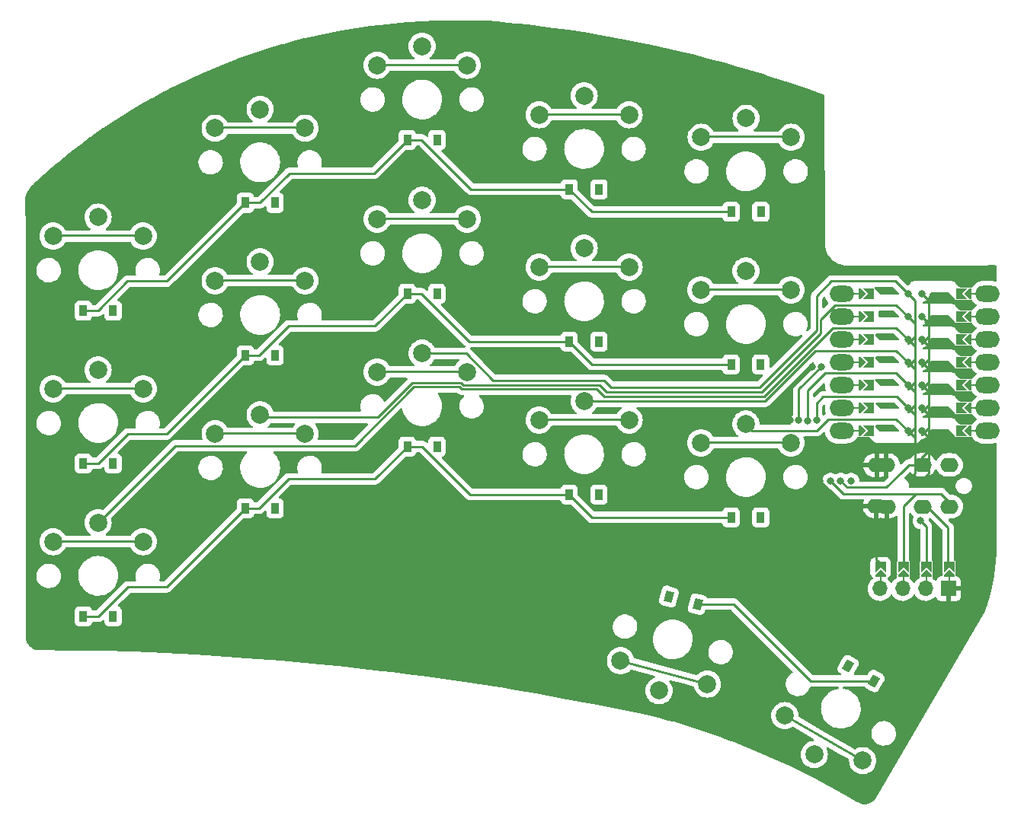
<source format=gbl>
G04 #@! TF.GenerationSoftware,KiCad,Pcbnew,(6.0.5)*
G04 #@! TF.CreationDate,2022-07-31T11:40:15+07:00*
G04 #@! TF.ProjectId,TrongDong34,54726f6e-6744-46f6-9e67-33342e6b6963,rev?*
G04 #@! TF.SameCoordinates,Original*
G04 #@! TF.FileFunction,Copper,L2,Bot*
G04 #@! TF.FilePolarity,Positive*
%FSLAX46Y46*%
G04 Gerber Fmt 4.6, Leading zero omitted, Abs format (unit mm)*
G04 Created by KiCad (PCBNEW (6.0.5)) date 2022-07-31 11:40:15*
%MOMM*%
%LPD*%
G01*
G04 APERTURE LIST*
G04 Aperture macros list*
%AMRotRect*
0 Rectangle, with rotation*
0 The origin of the aperture is its center*
0 $1 length*
0 $2 width*
0 $3 Rotation angle, in degrees counterclockwise*
0 Add horizontal line*
21,1,$1,$2,0,0,$3*%
%AMFreePoly0*
4,1,15,10.036070,0.121770,10.096138,0.082984,10.125733,0.017894,10.115473,-0.052868,10.068611,-0.106872,10.000000,-0.127000,0.000000,-0.127000,-0.036070,-0.121770,-0.096138,-0.082984,-0.125733,-0.017894,-0.115473,0.052868,-0.068611,0.106872,0.000000,0.127000,10.000000,0.127000,10.036070,0.121770,10.036070,0.121770,$1*%
%AMFreePoly1*
4,1,5,0.125000,-0.500000,-0.125000,-0.500000,-0.125000,0.500000,0.125000,0.500000,0.125000,-0.500000,0.125000,-0.500000,$1*%
%AMFreePoly2*
4,1,6,0.600000,0.200000,0.000000,-0.400000,-0.600000,0.200000,-0.600000,0.400000,0.600000,0.400000,0.600000,0.200000,0.600000,0.200000,$1*%
%AMFreePoly3*
4,1,6,0.600000,-0.250000,-0.600000,-0.250000,-0.600000,1.000000,0.000000,0.400000,0.600000,1.000000,0.600000,-0.250000,0.600000,-0.250000,$1*%
%AMFreePoly4*
4,1,5,0.125000,-0.750000,-0.125000,-0.750000,-0.125000,0.750000,0.125000,0.750000,0.125000,-0.750000,0.125000,-0.750000,$1*%
%AMFreePoly5*
4,1,49,0.014036,0.121239,0.026629,0.122131,0.041953,0.113759,0.062500,0.108253,0.075111,0.095642,0.088388,0.088388,0.854389,-0.677612,0.867708,-0.695449,0.871189,-0.698470,0.871982,-0.701173,0.875852,-0.706356,0.882333,-0.736457,0.891000,-0.766000,0.891000,-4.822000,0.887805,-4.844031,0.888131,-4.848629,0.886780,-4.851102,0.885852,-4.857502,0.869154,-4.883362,0.854389,-4.910388,
0.088388,-5.676388,0.059644,-5.697852,-0.009154,-5.712664,-0.075052,-5.687961,-0.117161,-5.631572,-0.122131,-5.561371,-0.088388,-5.499612,0.641000,-4.770223,0.641000,-0.817777,-0.088388,-0.088388,-0.106146,-0.064607,-0.108253,-0.062500,-0.108552,-0.061385,-0.109852,-0.059644,-0.113261,-0.043810,-0.125000,0.000000,-0.123721,0.004774,-0.124664,0.009154,-0.117242,0.028953,-0.108253,0.062500,
-0.102516,0.068237,-0.099961,0.075052,-0.083139,0.087614,-0.062500,0.108253,-0.051584,0.111178,-0.043572,0.117161,-0.024114,0.118539,0.000000,0.125000,0.014036,0.121239,0.014036,0.121239,$1*%
G04 Aperture macros list end*
G04 #@! TA.AperFunction,ComponentPad*
%ADD10C,2.000000*%
G04 #@! TD*
G04 #@! TA.AperFunction,ComponentPad*
%ADD11R,0.900000X1.200000*%
G04 #@! TD*
G04 #@! TA.AperFunction,SMDPad,CuDef*
%ADD12FreePoly0,0.000000*%
G04 #@! TD*
G04 #@! TA.AperFunction,ComponentPad*
%ADD13RotRect,0.900000X1.200000X150.000000*%
G04 #@! TD*
G04 #@! TA.AperFunction,SMDPad,CuDef*
%ADD14FreePoly0,150.000000*%
G04 #@! TD*
G04 #@! TA.AperFunction,SMDPad,CuDef*
%ADD15FreePoly1,180.000000*%
G04 #@! TD*
G04 #@! TA.AperFunction,SMDPad,CuDef*
%ADD16FreePoly2,180.000000*%
G04 #@! TD*
G04 #@! TA.AperFunction,SMDPad,CuDef*
%ADD17FreePoly3,180.000000*%
G04 #@! TD*
G04 #@! TA.AperFunction,ComponentPad*
%ADD18R,1.700000X1.700000*%
G04 #@! TD*
G04 #@! TA.AperFunction,ComponentPad*
%ADD19O,1.700000X1.700000*%
G04 #@! TD*
G04 #@! TA.AperFunction,SMDPad,CuDef*
%ADD20FreePoly2,270.000000*%
G04 #@! TD*
G04 #@! TA.AperFunction,SMDPad,CuDef*
%ADD21FreePoly4,90.000000*%
G04 #@! TD*
G04 #@! TA.AperFunction,SMDPad,CuDef*
%ADD22FreePoly2,90.000000*%
G04 #@! TD*
G04 #@! TA.AperFunction,SMDPad,CuDef*
%ADD23FreePoly1,270.000000*%
G04 #@! TD*
G04 #@! TA.AperFunction,SMDPad,CuDef*
%ADD24FreePoly3,270.000000*%
G04 #@! TD*
G04 #@! TA.AperFunction,SMDPad,CuDef*
%ADD25FreePoly5,90.000000*%
G04 #@! TD*
G04 #@! TA.AperFunction,ComponentPad*
%ADD26O,2.750000X1.800000*%
G04 #@! TD*
G04 #@! TA.AperFunction,ComponentPad*
%ADD27C,0.800000*%
G04 #@! TD*
G04 #@! TA.AperFunction,SMDPad,CuDef*
%ADD28FreePoly3,90.000000*%
G04 #@! TD*
G04 #@! TA.AperFunction,SMDPad,CuDef*
%ADD29FreePoly5,270.000000*%
G04 #@! TD*
G04 #@! TA.AperFunction,ComponentPad*
%ADD30O,2.000000X1.600000*%
G04 #@! TD*
G04 #@! TA.AperFunction,ComponentPad*
%ADD31RotRect,0.900000X1.200000X165.000000*%
G04 #@! TD*
G04 #@! TA.AperFunction,SMDPad,CuDef*
%ADD32FreePoly0,165.000000*%
G04 #@! TD*
G04 #@! TA.AperFunction,ViaPad*
%ADD33C,0.800000*%
G04 #@! TD*
G04 #@! TA.AperFunction,Conductor*
%ADD34C,0.250000*%
G04 #@! TD*
G04 APERTURE END LIST*
D10*
X99080000Y-24680000D03*
D11*
X97430000Y-35080000D03*
D10*
X104080000Y-26780000D03*
X94080000Y-26780000D03*
D12*
X94080000Y-26780000D03*
D11*
X100730000Y-35080000D03*
D10*
X45080000Y-40654000D03*
D11*
X43430000Y-51054000D03*
D10*
X40080000Y-42754000D03*
X50080000Y-42754000D03*
D11*
X46730000Y-51054000D03*
D12*
X40080000Y-42754000D03*
D10*
X27080000Y-35680000D03*
D11*
X25430000Y-46080000D03*
D10*
X22080000Y-37780000D03*
X32080000Y-37780000D03*
D11*
X28730000Y-46080000D03*
D12*
X22080000Y-37780000D03*
D10*
X106660000Y-95456664D03*
D13*
X113288942Y-87275000D03*
D10*
X103379873Y-91138011D03*
X112040127Y-96138011D03*
D13*
X110431058Y-85625000D03*
D14*
X112040127Y-96138011D03*
D10*
X63080000Y-16680000D03*
D11*
X61430000Y-27080000D03*
D10*
X68080000Y-18780000D03*
X58080000Y-18780000D03*
D11*
X64730000Y-27080000D03*
D12*
X58080000Y-18780000D03*
D15*
X121632000Y-75804000D03*
X116552000Y-75804000D03*
D16*
X114012000Y-75296000D03*
X116552000Y-75296000D03*
X121632000Y-75296000D03*
X119092000Y-75296000D03*
D15*
X119092000Y-75804000D03*
X114012000Y-75804000D03*
D17*
X114012000Y-74280000D03*
D18*
X121580000Y-77010000D03*
D17*
X116552000Y-74280000D03*
D19*
X119040000Y-77010000D03*
X116500000Y-77010000D03*
D17*
X119092000Y-74280000D03*
X121632000Y-74280000D03*
D19*
X113960000Y-77010000D03*
D10*
X81080000Y-56148000D03*
D11*
X79430000Y-66548000D03*
D10*
X86080000Y-58248000D03*
X76080000Y-58248000D03*
D12*
X76080000Y-58248000D03*
D11*
X82730000Y-66548000D03*
D20*
X123660000Y-51816000D03*
D21*
X111468000Y-54356000D03*
D22*
X111976000Y-59436000D03*
X111976000Y-56896000D03*
D20*
X123660000Y-44196000D03*
D21*
X111468000Y-49276000D03*
D23*
X124168000Y-54356000D03*
X124168000Y-49276000D03*
D21*
X111468000Y-51816000D03*
D23*
X124168000Y-51816000D03*
X124168000Y-59436000D03*
D22*
X111976000Y-54356000D03*
D23*
X124168000Y-46736000D03*
D21*
X111468000Y-56896000D03*
D20*
X123660000Y-59436000D03*
D22*
X111976000Y-44196000D03*
D21*
X111468000Y-46736000D03*
D22*
X111976000Y-49276000D03*
D20*
X123660000Y-49276000D03*
D23*
X124168000Y-56896000D03*
D21*
X111468000Y-59436000D03*
D20*
X123660000Y-46736000D03*
D21*
X111468000Y-44196000D03*
D22*
X111976000Y-46736000D03*
D20*
X123660000Y-54356000D03*
D23*
X124168000Y-44196000D03*
D20*
X123660000Y-56896000D03*
D22*
X111976000Y-51816000D03*
D24*
X122644000Y-44196000D03*
D25*
X117056000Y-44196000D03*
D26*
X109725000Y-44196000D03*
D27*
X117056000Y-44196000D03*
D24*
X122644000Y-46736000D03*
D27*
X117056000Y-46736000D03*
D26*
X109725000Y-46736000D03*
D25*
X117056000Y-46736000D03*
D27*
X117056000Y-49276000D03*
D24*
X122644000Y-49276000D03*
D26*
X109725000Y-49276000D03*
D25*
X117056000Y-49276000D03*
D26*
X109725000Y-51816000D03*
D27*
X117056000Y-51816000D03*
D25*
X117056000Y-51816000D03*
D24*
X122644000Y-51816000D03*
D26*
X109725000Y-54356000D03*
D27*
X117056000Y-54356000D03*
D24*
X122644000Y-54356000D03*
D25*
X117056000Y-54356000D03*
D26*
X109725000Y-56896000D03*
D27*
X117056000Y-56896000D03*
D24*
X122644000Y-56896000D03*
D25*
X117056000Y-56896000D03*
D27*
X117056000Y-59436000D03*
D26*
X109725000Y-59436000D03*
D24*
X122644000Y-59436000D03*
D25*
X117056000Y-59436000D03*
D28*
X112992000Y-59436000D03*
D26*
X125915000Y-59436000D03*
D27*
X118580000Y-59436000D03*
D29*
X118580000Y-59436000D03*
D28*
X112992000Y-56896000D03*
D26*
X125915000Y-56896000D03*
D27*
X118580000Y-56896000D03*
D29*
X118580000Y-56896000D03*
D27*
X118580000Y-54356000D03*
D29*
X118580000Y-54356000D03*
D28*
X112992000Y-54356000D03*
D26*
X125915000Y-54356000D03*
D28*
X112992000Y-51816000D03*
D29*
X118580000Y-51816000D03*
D26*
X125915000Y-51816000D03*
D27*
X118580000Y-51816000D03*
D29*
X118580000Y-49276000D03*
D28*
X112992000Y-49276000D03*
D27*
X118580000Y-49276000D03*
D26*
X125915000Y-49276000D03*
D27*
X118580000Y-46736000D03*
D28*
X112992000Y-46736000D03*
D26*
X125915000Y-46736000D03*
D29*
X118580000Y-46736000D03*
D26*
X125915000Y-44196000D03*
D27*
X118580000Y-44196000D03*
D29*
X118580000Y-44196000D03*
D28*
X112992000Y-44196000D03*
D10*
X99060000Y-58688000D03*
D11*
X97410000Y-69088000D03*
D10*
X104060000Y-60788000D03*
D12*
X94060000Y-60788000D03*
D10*
X94060000Y-60788000D03*
D11*
X100710000Y-69088000D03*
D10*
X27080000Y-69680000D03*
D11*
X25430000Y-80080000D03*
D10*
X22080000Y-71780000D03*
D12*
X22080000Y-71780000D03*
D11*
X28730000Y-80080000D03*
D10*
X32080000Y-71780000D03*
X99060000Y-41670000D03*
D11*
X97410000Y-52070000D03*
D10*
X104060000Y-43770000D03*
D11*
X100710000Y-52070000D03*
D10*
X94060000Y-43770000D03*
D12*
X94060000Y-43770000D03*
D30*
X118666000Y-63246000D03*
X118686000Y-67876000D03*
X121666000Y-63246000D03*
X121686000Y-67876000D03*
X113566000Y-67846000D03*
X113586000Y-63276000D03*
X114686000Y-67876000D03*
X114666000Y-63246000D03*
D10*
X63080000Y-50814000D03*
D11*
X61430000Y-61214000D03*
D10*
X58080000Y-52914000D03*
D11*
X64730000Y-61214000D03*
D12*
X58080000Y-52914000D03*
D10*
X68080000Y-52914000D03*
X27080000Y-52680000D03*
D11*
X25430000Y-63080000D03*
D12*
X22080000Y-54780000D03*
D11*
X28730000Y-63080000D03*
D10*
X32080000Y-54780000D03*
X22080000Y-54780000D03*
X81080000Y-22180000D03*
D11*
X79430000Y-32580000D03*
D10*
X86080000Y-24280000D03*
D12*
X76080000Y-24280000D03*
D11*
X82730000Y-32580000D03*
D10*
X76080000Y-24280000D03*
X89408282Y-88345629D03*
D31*
X93693778Y-78727051D03*
X90506222Y-77872949D03*
D32*
X94781431Y-87611280D03*
D10*
X94781431Y-87611280D03*
X85122173Y-85023089D03*
X45080000Y-23680000D03*
D11*
X43430000Y-34080000D03*
D10*
X40080000Y-25780000D03*
D12*
X40080000Y-25780000D03*
D10*
X50080000Y-25780000D03*
D11*
X46730000Y-34080000D03*
D10*
X45080000Y-57672000D03*
D11*
X43430000Y-68072000D03*
D10*
X50080000Y-59772000D03*
D12*
X40080000Y-59772000D03*
D11*
X46730000Y-68072000D03*
D10*
X40080000Y-59772000D03*
X81080000Y-39130000D03*
D11*
X79430000Y-49530000D03*
D12*
X76080000Y-41230000D03*
D11*
X82730000Y-49530000D03*
D10*
X76080000Y-41230000D03*
X86080000Y-41230000D03*
X63080000Y-33796000D03*
D11*
X61430000Y-44196000D03*
X64730000Y-44196000D03*
D12*
X58080000Y-35896000D03*
D10*
X68080000Y-35896000D03*
X58080000Y-35896000D03*
D33*
X106420482Y-52320920D03*
X107315000Y-65024000D03*
X103940699Y-58294073D03*
X108458000Y-65024000D03*
X107442000Y-52324000D03*
X104940171Y-58286268D03*
X118491000Y-69469000D03*
X110744000Y-65024000D03*
X106934000Y-58293000D03*
X105934498Y-58326826D03*
X109601000Y-65024000D03*
D34*
X114012000Y-74280000D02*
X113566000Y-73834000D01*
X107315000Y-65024000D02*
X109786000Y-67495000D01*
X113693000Y-73961000D02*
X114012000Y-74280000D01*
X106420482Y-52320920D02*
X103940699Y-54800703D01*
X114012000Y-74280000D02*
X114046000Y-74246000D01*
X113566000Y-73834000D02*
X113566000Y-67846000D01*
X110137000Y-67846000D02*
X109786000Y-67495000D01*
X103940699Y-54800703D02*
X103940699Y-58294073D01*
X113566000Y-67846000D02*
X110137000Y-67846000D01*
X120758000Y-66440000D02*
X119107000Y-66440000D01*
X121686000Y-67876000D02*
X121686000Y-67368000D01*
X117964000Y-66440000D02*
X119107000Y-66440000D01*
X119107000Y-66440000D02*
X109874000Y-66440000D01*
X116552000Y-74280000D02*
X116552000Y-67852000D01*
X109728000Y-66294000D02*
X109664500Y-66230500D01*
X107442000Y-52324000D02*
X104940171Y-54825829D01*
X109874000Y-66440000D02*
X109664500Y-66230500D01*
X116552000Y-67852000D02*
X117964000Y-66440000D01*
X121686000Y-67368000D02*
X120758000Y-66440000D01*
X109664500Y-66230500D02*
X108458000Y-65024000D01*
X104940171Y-54825829D02*
X104940171Y-58286268D01*
X106934000Y-56388000D02*
X106934000Y-58293000D01*
X117056000Y-56904907D02*
X115824000Y-55672907D01*
X115824000Y-55672907D02*
X107649093Y-55672907D01*
X119092000Y-70070000D02*
X118491000Y-69469000D01*
X107649093Y-55672907D02*
X106934000Y-56388000D01*
X119092000Y-74280000D02*
X119092000Y-70070000D01*
X105918000Y-54991000D02*
X105918000Y-58310328D01*
X114659499Y-65748501D02*
X110325501Y-65748501D01*
X107859573Y-53049427D02*
X105918000Y-54991000D01*
X116429500Y-63978500D02*
X114659499Y-65748501D01*
X120655000Y-69337000D02*
X121539000Y-70221000D01*
X105918000Y-58310328D02*
X105934498Y-58326826D01*
X110325501Y-65748501D02*
X109601000Y-65024000D01*
X118813000Y-67495000D02*
X120655000Y-69337000D01*
X117056000Y-54364907D02*
X115740520Y-53049427D01*
X115740520Y-53049427D02*
X107859573Y-53049427D01*
X121539000Y-70221000D02*
X121539000Y-74187000D01*
X118666000Y-63246000D02*
X117162000Y-63246000D01*
X117162000Y-63246000D02*
X116429500Y-63978500D01*
X118686000Y-67876000D02*
X119194000Y-67876000D01*
X119194000Y-67876000D02*
X120655000Y-69337000D01*
X121539000Y-74187000D02*
X121632000Y-74280000D01*
X34679479Y-59804521D02*
X43430000Y-51054000D01*
X81970000Y-52070000D02*
X97410000Y-52070000D01*
X62992000Y-44196000D02*
X68326000Y-49530000D01*
X25430000Y-63080000D02*
X27090000Y-63080000D01*
X48233479Y-47778521D02*
X57847479Y-47778521D01*
X68326000Y-49530000D02*
X79430000Y-49530000D01*
X57847479Y-47778521D02*
X61430000Y-44196000D01*
X27090000Y-63080000D02*
X30365479Y-59804521D01*
X44958000Y-51054000D02*
X48233479Y-47778521D01*
X30365479Y-59804521D02*
X34679479Y-59804521D01*
X79430000Y-49530000D02*
X81970000Y-52070000D01*
X61430000Y-44196000D02*
X62992000Y-44196000D01*
X43430000Y-51054000D02*
X44958000Y-51054000D01*
X107378500Y-49339500D02*
X107433093Y-49284907D01*
X55617193Y-61096511D02*
X62162194Y-54551510D01*
X117056000Y-49284907D02*
X115777093Y-48006000D01*
X83312000Y-55626000D02*
X101082696Y-55626000D01*
X108712000Y-48006000D02*
X107378500Y-49339500D01*
X101082696Y-55626000D02*
X107369196Y-49339500D01*
X62162194Y-54551510D02*
X67208663Y-54551510D01*
X115777093Y-48006000D02*
X108712000Y-48006000D01*
X82491510Y-54805510D02*
X83312000Y-55626000D01*
X35663489Y-61096511D02*
X55617193Y-61096511D01*
X27080000Y-69680000D02*
X35663489Y-61096511D01*
X107369196Y-49339500D02*
X107378500Y-49339500D01*
X67462663Y-54805510D02*
X82491510Y-54805510D01*
X67208663Y-54551510D02*
X67462663Y-54805510D01*
X81930000Y-35080000D02*
X97430000Y-35080000D01*
X45041000Y-34080000D02*
X48316479Y-30804521D01*
X68530978Y-32580000D02*
X63030978Y-27080000D01*
X34705479Y-42804521D02*
X43430000Y-34080000D01*
X48316479Y-30804521D02*
X57705479Y-30804521D01*
X63030978Y-27080000D02*
X61430000Y-27080000D01*
X79430000Y-32580000D02*
X81930000Y-35080000D01*
X57705479Y-30804521D02*
X61430000Y-27080000D01*
X43430000Y-34080000D02*
X45041000Y-34080000D01*
X79430000Y-32580000D02*
X68530978Y-32580000D01*
X30347479Y-42804521D02*
X34705479Y-42804521D01*
X27072000Y-46080000D02*
X30347479Y-42804521D01*
X25430000Y-46080000D02*
X27072000Y-46080000D01*
X61976000Y-54102000D02*
X67394857Y-54102000D01*
X108966000Y-45466000D02*
X107378500Y-47053500D01*
X117056000Y-46744907D02*
X115777093Y-45466000D01*
X107378500Y-47053500D02*
X107378500Y-48577500D01*
X115777093Y-45466000D02*
X108966000Y-45466000D01*
X109211093Y-46744907D02*
X110200000Y-46744907D01*
X67394857Y-54102000D02*
X67648857Y-54356000D01*
X45080000Y-57672000D02*
X45346521Y-57938521D01*
X67648857Y-54356000D02*
X82804000Y-54356000D01*
X58139479Y-57938521D02*
X61976000Y-54102000D01*
X100838000Y-55118000D02*
X107378500Y-48577500D01*
X83566000Y-55118000D02*
X100838000Y-55118000D01*
X45346521Y-57938521D02*
X58139479Y-57938521D01*
X82804000Y-54356000D02*
X83566000Y-55118000D01*
X67959000Y-50814000D02*
X63080000Y-50814000D01*
X115650093Y-42799000D02*
X108585000Y-42799000D01*
X83312000Y-53848000D02*
X70993000Y-53848000D01*
X70993000Y-53848000D02*
X67959000Y-50814000D01*
X106928989Y-48265011D02*
X100584000Y-54610000D01*
X106928989Y-44455011D02*
X106928989Y-46614011D01*
X110200000Y-44204907D02*
X109338093Y-44204907D01*
X84074000Y-54610000D02*
X83312000Y-53848000D01*
X106928989Y-46614011D02*
X106928989Y-48265011D01*
X100584000Y-54610000D02*
X84074000Y-54610000D01*
X117056000Y-44204907D02*
X115650093Y-42799000D01*
X108585000Y-42799000D02*
X106928989Y-44455011D01*
X81080000Y-56148000D02*
X101196400Y-56148000D01*
X106760901Y-50583499D02*
X106896501Y-50583499D01*
X106896501Y-50583499D02*
X106934000Y-50546000D01*
X115777093Y-50546000D02*
X117056000Y-51824907D01*
X101196400Y-56148000D02*
X106760901Y-50583499D01*
X106934000Y-50546000D02*
X115777093Y-50546000D01*
X115777093Y-58166000D02*
X108204000Y-58166000D01*
X117056000Y-59444907D02*
X115777093Y-58166000D01*
X108204000Y-58166000D02*
X106962486Y-59407514D01*
X99779514Y-59407514D02*
X99060000Y-58688000D01*
X106962486Y-59407514D02*
X99779514Y-59407514D01*
X27108000Y-80080000D02*
X30383479Y-76804521D01*
X81970000Y-69088000D02*
X97410000Y-69088000D01*
X63119000Y-61214000D02*
X68453000Y-66548000D01*
X79430000Y-66548000D02*
X81970000Y-69088000D01*
X30383479Y-76804521D02*
X34697479Y-76804521D01*
X25430000Y-80080000D02*
X27108000Y-80080000D01*
X61430000Y-61214000D02*
X63119000Y-61214000D01*
X68453000Y-66548000D02*
X79430000Y-66548000D01*
X44958000Y-68072000D02*
X48233479Y-64796521D01*
X43430000Y-68072000D02*
X44958000Y-68072000D01*
X48233479Y-64796521D02*
X57847479Y-64796521D01*
X34697479Y-76804521D02*
X43430000Y-68072000D01*
X57847479Y-64796521D02*
X61430000Y-61214000D01*
X106256481Y-87275000D02*
X97708532Y-78727051D01*
X113288942Y-87275000D02*
X106256481Y-87275000D01*
X97708532Y-78727051D02*
X93693778Y-78727051D01*
G04 #@! TA.AperFunction,Conductor*
G36*
X70332828Y-13820184D02*
G01*
X70334132Y-13820309D01*
X70342854Y-13822420D01*
X70351818Y-13821999D01*
X70351822Y-13821999D01*
X70372240Y-13821039D01*
X70389594Y-13821420D01*
X71420794Y-13915427D01*
X72596490Y-14022607D01*
X72598362Y-14022793D01*
X73670660Y-14137578D01*
X74840732Y-14262830D01*
X74842701Y-14263056D01*
X77081098Y-14538337D01*
X77083063Y-14538595D01*
X79316740Y-14849031D01*
X79318700Y-14849319D01*
X81547271Y-15194852D01*
X81549227Y-15195171D01*
X82845418Y-15417071D01*
X83772059Y-15575706D01*
X83773965Y-15576047D01*
X85990713Y-15991527D01*
X85992564Y-15991889D01*
X88134351Y-16428294D01*
X88202378Y-16442155D01*
X88204315Y-16442566D01*
X88207600Y-16443289D01*
X90406714Y-16927516D01*
X90408645Y-16927957D01*
X92603256Y-17447512D01*
X92605102Y-17447964D01*
X93099199Y-17573175D01*
X94791226Y-18001958D01*
X94793143Y-18002460D01*
X96970245Y-18590755D01*
X96972154Y-18591287D01*
X97646472Y-18784930D01*
X99139807Y-19213770D01*
X99141593Y-19214298D01*
X101230744Y-19849969D01*
X101299133Y-19870778D01*
X101301024Y-19871369D01*
X103448029Y-20561717D01*
X103449911Y-20562339D01*
X105585697Y-21286335D01*
X105587568Y-21286986D01*
X105609475Y-21294798D01*
X107649256Y-22022213D01*
X107658891Y-22026222D01*
X107665567Y-22030676D01*
X107674134Y-22033363D01*
X107682229Y-22037234D01*
X107682092Y-22037521D01*
X107701515Y-22046589D01*
X107717986Y-22057141D01*
X107743962Y-22079270D01*
X107767734Y-22105867D01*
X107786820Y-22134156D01*
X107802583Y-22166157D01*
X107813378Y-22198529D01*
X107816426Y-22214724D01*
X107818509Y-22233246D01*
X107818598Y-22235576D01*
X107817663Y-22244504D01*
X107820526Y-22260218D01*
X107822566Y-22282695D01*
X107834949Y-38581270D01*
X107833858Y-38597906D01*
X107829780Y-38628695D01*
X107830066Y-38641244D01*
X107830925Y-38646038D01*
X107830973Y-38646306D01*
X107832383Y-38656607D01*
X107845597Y-38795712D01*
X107854427Y-38888653D01*
X107859313Y-38940089D01*
X107860115Y-38943775D01*
X107920011Y-39219105D01*
X107923131Y-39233448D01*
X107947541Y-39303865D01*
X108017396Y-39505380D01*
X108021461Y-39517108D01*
X108152904Y-39787025D01*
X108315583Y-40039349D01*
X108334685Y-40062393D01*
X108501527Y-40263663D01*
X108507180Y-40270483D01*
X108509907Y-40273071D01*
X108509913Y-40273077D01*
X108722233Y-40474542D01*
X108722237Y-40474546D01*
X108724962Y-40477131D01*
X108727973Y-40479372D01*
X108727975Y-40479373D01*
X108794816Y-40529106D01*
X108965824Y-40656345D01*
X108969081Y-40658211D01*
X108969083Y-40658212D01*
X109006616Y-40679712D01*
X109226331Y-40805571D01*
X109502768Y-40922680D01*
X109791194Y-41006002D01*
X109990855Y-41038581D01*
X110083781Y-41053744D01*
X110083784Y-41053744D01*
X110087496Y-41054350D01*
X110091244Y-41054508D01*
X110091249Y-41054509D01*
X110262128Y-41061734D01*
X110355112Y-41065666D01*
X110368522Y-41066955D01*
X110370092Y-41067191D01*
X110370094Y-41067191D01*
X110374909Y-41067915D01*
X110381232Y-41067882D01*
X110382586Y-41067875D01*
X110382591Y-41067875D01*
X110387462Y-41067849D01*
X110392279Y-41067073D01*
X110410190Y-41064188D01*
X110429946Y-41062584D01*
X125218772Y-41029355D01*
X126683696Y-41026064D01*
X126687724Y-41026691D01*
X126692675Y-41026044D01*
X126696241Y-41026036D01*
X126712207Y-41026000D01*
X126732198Y-41027551D01*
X126748914Y-41030198D01*
X126786406Y-41042379D01*
X126818173Y-41058564D01*
X126850063Y-41081735D01*
X126875266Y-41106938D01*
X126898436Y-41138827D01*
X126914621Y-41170593D01*
X126926802Y-41208084D01*
X126930118Y-41229023D01*
X126931550Y-41248749D01*
X126930308Y-41256724D01*
X126933630Y-41282129D01*
X126934435Y-41288283D01*
X126935499Y-41304621D01*
X126935499Y-42715776D01*
X126915497Y-42783897D01*
X126861841Y-42830390D01*
X126791567Y-42840494D01*
X126766505Y-42834214D01*
X126765197Y-42833739D01*
X126763262Y-42833036D01*
X126763258Y-42833035D01*
X126758247Y-42831216D01*
X126752998Y-42830267D01*
X126752995Y-42830266D01*
X126527115Y-42789420D01*
X126527107Y-42789419D01*
X126523031Y-42788682D01*
X126504641Y-42787815D01*
X126499456Y-42787570D01*
X126499449Y-42787570D01*
X126497968Y-42787500D01*
X125379988Y-42787500D01*
X125201825Y-42802617D01*
X125196661Y-42803957D01*
X125196657Y-42803958D01*
X124975625Y-42861327D01*
X124975620Y-42861329D01*
X124970460Y-42862668D01*
X124965594Y-42864860D01*
X124757381Y-42958653D01*
X124757378Y-42958654D01*
X124752520Y-42960843D01*
X124748096Y-42963822D01*
X124748095Y-42963822D01*
X124740530Y-42968915D01*
X124554238Y-43094334D01*
X124550381Y-43098013D01*
X124550379Y-43098015D01*
X124515328Y-43131452D01*
X124381282Y-43259326D01*
X124378099Y-43263603D01*
X124378099Y-43263604D01*
X124369879Y-43274652D01*
X124238598Y-43451100D01*
X124238124Y-43450748D01*
X124187978Y-43495641D01*
X124117876Y-43506881D01*
X124100686Y-43502315D01*
X124099213Y-43501331D01*
X124060000Y-43493531D01*
X123860000Y-43493531D01*
X123820787Y-43501331D01*
X123810470Y-43508224D01*
X123800217Y-43512471D01*
X123729628Y-43520060D01*
X123703783Y-43512471D01*
X123693530Y-43508224D01*
X123683213Y-43501331D01*
X123644000Y-43493531D01*
X122897020Y-43493531D01*
X122828899Y-43473529D01*
X122807925Y-43456626D01*
X122384149Y-43032850D01*
X122376590Y-43023452D01*
X122376322Y-43023683D01*
X122370442Y-43016869D01*
X122365587Y-43009283D01*
X122327295Y-42975960D01*
X122323582Y-42971665D01*
X122323505Y-42971754D01*
X122320221Y-42968908D01*
X122320214Y-42968915D01*
X122316930Y-42965631D01*
X122310536Y-42960843D01*
X122309854Y-42960332D01*
X122302668Y-42954528D01*
X122298758Y-42951125D01*
X122255284Y-42913292D01*
X122235618Y-42900594D01*
X122236636Y-42899018D01*
X122221293Y-42889872D01*
X122220622Y-42890911D01*
X122195577Y-42874740D01*
X122193666Y-42873506D01*
X122128960Y-42838034D01*
X122086483Y-42825508D01*
X122066870Y-42819724D01*
X122058421Y-42816904D01*
X122023750Y-42803954D01*
X122015314Y-42800803D01*
X122006330Y-42800154D01*
X122002172Y-42799247D01*
X121992864Y-42797900D01*
X121988708Y-42796674D01*
X121988101Y-42796586D01*
X121985860Y-42796424D01*
X121985847Y-42796423D01*
X121950896Y-42793903D01*
X121914394Y-42791271D01*
X121909939Y-42791271D01*
X121909939Y-42791193D01*
X121909864Y-42791190D01*
X121909878Y-42790789D01*
X121896516Y-42792220D01*
X121873960Y-42790591D01*
X121873958Y-42790591D01*
X121869472Y-42790267D01*
X121864980Y-42790585D01*
X121859740Y-42790956D01*
X121850842Y-42791271D01*
X117899072Y-42791271D01*
X117887080Y-42789970D01*
X117887054Y-42790322D01*
X117878073Y-42789661D01*
X117869280Y-42787731D01*
X117860300Y-42788354D01*
X117818638Y-42791244D01*
X117812983Y-42790834D01*
X117812991Y-42790951D01*
X117808653Y-42791261D01*
X117808653Y-42791271D01*
X117804012Y-42791271D01*
X117799554Y-42791911D01*
X117799546Y-42791912D01*
X117795274Y-42792525D01*
X117786085Y-42793503D01*
X117756265Y-42795572D01*
X117723408Y-42797852D01*
X117700520Y-42802780D01*
X117700125Y-42800944D01*
X117682820Y-42805321D01*
X117683081Y-42806535D01*
X117653908Y-42812816D01*
X117653905Y-42812817D01*
X117651707Y-42813290D01*
X117581129Y-42833867D01*
X117526073Y-42863808D01*
X117524034Y-42864917D01*
X117516130Y-42868862D01*
X117474185Y-42887995D01*
X117467375Y-42893887D01*
X117463664Y-42896269D01*
X117456378Y-42901710D01*
X117452673Y-42903725D01*
X117452181Y-42904092D01*
X117438128Y-42916248D01*
X117397808Y-42951125D01*
X117397799Y-42951133D01*
X117396085Y-42952616D01*
X117392935Y-42955766D01*
X117392880Y-42955711D01*
X117392816Y-42955770D01*
X117392543Y-42955477D01*
X117384113Y-42965930D01*
X117367018Y-42980721D01*
X117367008Y-42980731D01*
X117363609Y-42983672D01*
X117358545Y-42989508D01*
X117357206Y-42991051D01*
X117351135Y-42997566D01*
X117136945Y-43211756D01*
X117074633Y-43245782D01*
X117003818Y-43240717D01*
X116958755Y-43211756D01*
X116153741Y-42406742D01*
X116146206Y-42398462D01*
X116142093Y-42391982D01*
X116092441Y-42345356D01*
X116089600Y-42342602D01*
X116069863Y-42322865D01*
X116066666Y-42320385D01*
X116057644Y-42312680D01*
X116042499Y-42298458D01*
X116025414Y-42282414D01*
X116018468Y-42278595D01*
X116018465Y-42278593D01*
X116007659Y-42272652D01*
X115991140Y-42261801D01*
X115990676Y-42261441D01*
X115975134Y-42249386D01*
X115967865Y-42246241D01*
X115967861Y-42246238D01*
X115934556Y-42231826D01*
X115923906Y-42226609D01*
X115885153Y-42205305D01*
X115865530Y-42200267D01*
X115846827Y-42193863D01*
X115835513Y-42188967D01*
X115835512Y-42188967D01*
X115828238Y-42185819D01*
X115820415Y-42184580D01*
X115820405Y-42184577D01*
X115784569Y-42178901D01*
X115772949Y-42176495D01*
X115737804Y-42167472D01*
X115737803Y-42167472D01*
X115730123Y-42165500D01*
X115709869Y-42165500D01*
X115690158Y-42163949D01*
X115677979Y-42162020D01*
X115670150Y-42160780D01*
X115640879Y-42163547D01*
X115626132Y-42164941D01*
X115614274Y-42165500D01*
X108663767Y-42165500D01*
X108652584Y-42164973D01*
X108645091Y-42163298D01*
X108637165Y-42163547D01*
X108637164Y-42163547D01*
X108577014Y-42165438D01*
X108573055Y-42165500D01*
X108545144Y-42165500D01*
X108541210Y-42165997D01*
X108541209Y-42165997D01*
X108541144Y-42166005D01*
X108529307Y-42166938D01*
X108497490Y-42167938D01*
X108493029Y-42168078D01*
X108485110Y-42168327D01*
X108467454Y-42173456D01*
X108465658Y-42173978D01*
X108446306Y-42177986D01*
X108439235Y-42178880D01*
X108426203Y-42180526D01*
X108418834Y-42183443D01*
X108418832Y-42183444D01*
X108385097Y-42196800D01*
X108373869Y-42200645D01*
X108331407Y-42212982D01*
X108324585Y-42217016D01*
X108324579Y-42217019D01*
X108313968Y-42223294D01*
X108296218Y-42231990D01*
X108284756Y-42236528D01*
X108284751Y-42236531D01*
X108277383Y-42239448D01*
X108263367Y-42249631D01*
X108241625Y-42265427D01*
X108231707Y-42271943D01*
X108225752Y-42275465D01*
X108193637Y-42294458D01*
X108179313Y-42308782D01*
X108164281Y-42321621D01*
X108147893Y-42333528D01*
X108132290Y-42352389D01*
X108119712Y-42367593D01*
X108111722Y-42376373D01*
X106536736Y-43951359D01*
X106528450Y-43958899D01*
X106521971Y-43963011D01*
X106516546Y-43968788D01*
X106475346Y-44012662D01*
X106472591Y-44015504D01*
X106452854Y-44035241D01*
X106450374Y-44038438D01*
X106442671Y-44047458D01*
X106412403Y-44079690D01*
X106408584Y-44086636D01*
X106408582Y-44086639D01*
X106402641Y-44097445D01*
X106391790Y-44113964D01*
X106379375Y-44129970D01*
X106376230Y-44137239D01*
X106376227Y-44137243D01*
X106361815Y-44170548D01*
X106356598Y-44181198D01*
X106335294Y-44219951D01*
X106333323Y-44227626D01*
X106333323Y-44227627D01*
X106330256Y-44239573D01*
X106323852Y-44258277D01*
X106315808Y-44276866D01*
X106314569Y-44284689D01*
X106314566Y-44284699D01*
X106308890Y-44320535D01*
X106306484Y-44332155D01*
X106303022Y-44345639D01*
X106295489Y-44374981D01*
X106295489Y-44395235D01*
X106293938Y-44414945D01*
X106290769Y-44434954D01*
X106291515Y-44442846D01*
X106294930Y-44478972D01*
X106295489Y-44490830D01*
X106295489Y-47950416D01*
X106275487Y-48018537D01*
X106258584Y-48039511D01*
X105978840Y-48319255D01*
X105916528Y-48353281D01*
X105845713Y-48348216D01*
X105788877Y-48305669D01*
X105764066Y-48239149D01*
X105777428Y-48173055D01*
X105795541Y-48137428D01*
X105823240Y-48082949D01*
X105831621Y-48055960D01*
X105888968Y-47871271D01*
X105891607Y-47862773D01*
X105897165Y-47820835D01*
X105921198Y-47639511D01*
X105921198Y-47639506D01*
X105921898Y-47634226D01*
X105920675Y-47601634D01*
X105915399Y-47461103D01*
X105913249Y-47403842D01*
X105899015Y-47336000D01*
X105885154Y-47269941D01*
X105865907Y-47178209D01*
X105858779Y-47160160D01*
X105783185Y-46968744D01*
X105783184Y-46968742D01*
X105781224Y-46963779D01*
X105773319Y-46950751D01*
X105664390Y-46771243D01*
X105661623Y-46766683D01*
X105616625Y-46714827D01*
X105514023Y-46596588D01*
X105514021Y-46596586D01*
X105510523Y-46592555D01*
X105451599Y-46544240D01*
X105336373Y-46449760D01*
X105336367Y-46449756D01*
X105332245Y-46446376D01*
X105327609Y-46443737D01*
X105327606Y-46443735D01*
X105156502Y-46346337D01*
X105131886Y-46332325D01*
X104915175Y-46253663D01*
X104909926Y-46252714D01*
X104909923Y-46252713D01*
X104692392Y-46213377D01*
X104692385Y-46213376D01*
X104688308Y-46212639D01*
X104670586Y-46211803D01*
X104665644Y-46211570D01*
X104665637Y-46211570D01*
X104664156Y-46211500D01*
X104502110Y-46211500D01*
X104435191Y-46217178D01*
X104335591Y-46225629D01*
X104335587Y-46225630D01*
X104330280Y-46226080D01*
X104325125Y-46227418D01*
X104325119Y-46227419D01*
X104112297Y-46282657D01*
X104112293Y-46282658D01*
X104107128Y-46283999D01*
X104102262Y-46286191D01*
X104102259Y-46286192D01*
X103993980Y-46334968D01*
X103896925Y-46378688D01*
X103705681Y-46507441D01*
X103701824Y-46511120D01*
X103701822Y-46511122D01*
X103647223Y-46563207D01*
X103538865Y-46666576D01*
X103401246Y-46851542D01*
X103398830Y-46856293D01*
X103398828Y-46856297D01*
X103367407Y-46918099D01*
X103296760Y-47057051D01*
X103295178Y-47062145D01*
X103295177Y-47062148D01*
X103241712Y-47234333D01*
X103228393Y-47277227D01*
X103227692Y-47282516D01*
X103204023Y-47461103D01*
X103198102Y-47505774D01*
X103198302Y-47511103D01*
X103198302Y-47511105D01*
X103198914Y-47527412D01*
X103206751Y-47736158D01*
X103207846Y-47741377D01*
X103224518Y-47820835D01*
X103254093Y-47961791D01*
X103256051Y-47966750D01*
X103256052Y-47966752D01*
X103313809Y-48113000D01*
X103338776Y-48176221D01*
X103341543Y-48180780D01*
X103341544Y-48180783D01*
X103412565Y-48297822D01*
X103458377Y-48373317D01*
X103461874Y-48377347D01*
X103600089Y-48536626D01*
X103609477Y-48547445D01*
X103647853Y-48578911D01*
X103783627Y-48690240D01*
X103783633Y-48690244D01*
X103787755Y-48693624D01*
X103792391Y-48696263D01*
X103792394Y-48696265D01*
X103908640Y-48762436D01*
X103988114Y-48807675D01*
X104204825Y-48886337D01*
X104210074Y-48887286D01*
X104210077Y-48887287D01*
X104427608Y-48926623D01*
X104427615Y-48926624D01*
X104431692Y-48927361D01*
X104449414Y-48928197D01*
X104454356Y-48928430D01*
X104454363Y-48928430D01*
X104455844Y-48928500D01*
X104617890Y-48928500D01*
X104684809Y-48922822D01*
X104784409Y-48914371D01*
X104784413Y-48914370D01*
X104789720Y-48913920D01*
X104794875Y-48912582D01*
X104794881Y-48912581D01*
X105007703Y-48857343D01*
X105007707Y-48857342D01*
X105012872Y-48856001D01*
X105017738Y-48853809D01*
X105017741Y-48853808D01*
X105166456Y-48786817D01*
X105236781Y-48777076D01*
X105301209Y-48806902D01*
X105339284Y-48866825D01*
X105338917Y-48937821D01*
X105307301Y-48990794D01*
X101883595Y-52414500D01*
X101821283Y-52448526D01*
X101750468Y-52443461D01*
X101693632Y-52400914D01*
X101668821Y-52334394D01*
X101668500Y-52325405D01*
X101668500Y-51421866D01*
X101661745Y-51359684D01*
X101610615Y-51223295D01*
X101523261Y-51106739D01*
X101406705Y-51019385D01*
X101270316Y-50968255D01*
X101208134Y-50961500D01*
X100211866Y-50961500D01*
X100149684Y-50968255D01*
X100013295Y-51019385D01*
X99896739Y-51106739D01*
X99809385Y-51223295D01*
X99758255Y-51359684D01*
X99751500Y-51421866D01*
X99751500Y-52718134D01*
X99758255Y-52780316D01*
X99809385Y-52916705D01*
X99896739Y-53033261D01*
X100013295Y-53120615D01*
X100149684Y-53171745D01*
X100211866Y-53178500D01*
X100815405Y-53178500D01*
X100883526Y-53198502D01*
X100930019Y-53252158D01*
X100940123Y-53322432D01*
X100910629Y-53387012D01*
X100904500Y-53393595D01*
X100358500Y-53939595D01*
X100296188Y-53973621D01*
X100269405Y-53976500D01*
X84388595Y-53976500D01*
X84320474Y-53956498D01*
X84299499Y-53939595D01*
X84069936Y-53710031D01*
X83815647Y-53455742D01*
X83808113Y-53447463D01*
X83804000Y-53440982D01*
X83754348Y-53394356D01*
X83751507Y-53391602D01*
X83731770Y-53371865D01*
X83728573Y-53369385D01*
X83719551Y-53361680D01*
X83693100Y-53336841D01*
X83687321Y-53331414D01*
X83680375Y-53327595D01*
X83680372Y-53327593D01*
X83669566Y-53321652D01*
X83653047Y-53310801D01*
X83652583Y-53310441D01*
X83637041Y-53298386D01*
X83629772Y-53295241D01*
X83629768Y-53295238D01*
X83596463Y-53280826D01*
X83585813Y-53275609D01*
X83547060Y-53254305D01*
X83527437Y-53249267D01*
X83508734Y-53242863D01*
X83497420Y-53237967D01*
X83497419Y-53237967D01*
X83490145Y-53234819D01*
X83482322Y-53233580D01*
X83482312Y-53233577D01*
X83446476Y-53227901D01*
X83434856Y-53225495D01*
X83399711Y-53216472D01*
X83399710Y-53216472D01*
X83392030Y-53214500D01*
X83371776Y-53214500D01*
X83352065Y-53212949D01*
X83339886Y-53211020D01*
X83332057Y-53209780D01*
X83324165Y-53210526D01*
X83288039Y-53213941D01*
X83276181Y-53214500D01*
X71307594Y-53214500D01*
X71239473Y-53194498D01*
X71218499Y-53177595D01*
X69855634Y-51814729D01*
X68462652Y-50421747D01*
X68455112Y-50413461D01*
X68451000Y-50406982D01*
X68423704Y-50381350D01*
X68387739Y-50320139D01*
X68390576Y-50249199D01*
X68431316Y-50191054D01*
X68497023Y-50164166D01*
X68509957Y-50163500D01*
X78362130Y-50163500D01*
X78430251Y-50183502D01*
X78476744Y-50237158D01*
X78480112Y-50245270D01*
X78515149Y-50338730D01*
X78529385Y-50376705D01*
X78616739Y-50493261D01*
X78733295Y-50580615D01*
X78869684Y-50631745D01*
X78931866Y-50638500D01*
X79590406Y-50638500D01*
X79658527Y-50658502D01*
X79679501Y-50675405D01*
X81466343Y-52462247D01*
X81473887Y-52470537D01*
X81478000Y-52477018D01*
X81483777Y-52482443D01*
X81527667Y-52523658D01*
X81530509Y-52526413D01*
X81550230Y-52546134D01*
X81553425Y-52548612D01*
X81562447Y-52556318D01*
X81594679Y-52586586D01*
X81601628Y-52590406D01*
X81612432Y-52596346D01*
X81628956Y-52607199D01*
X81644959Y-52619613D01*
X81685543Y-52637176D01*
X81696173Y-52642383D01*
X81734940Y-52663695D01*
X81742617Y-52665666D01*
X81742622Y-52665668D01*
X81754558Y-52668732D01*
X81773266Y-52675137D01*
X81791855Y-52683181D01*
X81799680Y-52684420D01*
X81799682Y-52684421D01*
X81835519Y-52690097D01*
X81847140Y-52692504D01*
X81882289Y-52701528D01*
X81889970Y-52703500D01*
X81910231Y-52703500D01*
X81929940Y-52705051D01*
X81949943Y-52708219D01*
X81957835Y-52707473D01*
X81963062Y-52706979D01*
X81993954Y-52704059D01*
X82005811Y-52703500D01*
X96342130Y-52703500D01*
X96410251Y-52723502D01*
X96456744Y-52777158D01*
X96460112Y-52785270D01*
X96509385Y-52916705D01*
X96596739Y-53033261D01*
X96713295Y-53120615D01*
X96849684Y-53171745D01*
X96911866Y-53178500D01*
X97908134Y-53178500D01*
X97970316Y-53171745D01*
X98106705Y-53120615D01*
X98223261Y-53033261D01*
X98310615Y-52916705D01*
X98361745Y-52780316D01*
X98368500Y-52718134D01*
X98368500Y-51421866D01*
X98361745Y-51359684D01*
X98310615Y-51223295D01*
X98223261Y-51106739D01*
X98106705Y-51019385D01*
X97970316Y-50968255D01*
X97908134Y-50961500D01*
X96911866Y-50961500D01*
X96849684Y-50968255D01*
X96713295Y-51019385D01*
X96596739Y-51106739D01*
X96509385Y-51223295D01*
X96506233Y-51231703D01*
X96460112Y-51354730D01*
X96417470Y-51411494D01*
X96350909Y-51436194D01*
X96342130Y-51436500D01*
X82284595Y-51436500D01*
X82216474Y-51416498D01*
X82195500Y-51399595D01*
X80974039Y-50178134D01*
X81771500Y-50178134D01*
X81778255Y-50240316D01*
X81829385Y-50376705D01*
X81916739Y-50493261D01*
X82033295Y-50580615D01*
X82169684Y-50631745D01*
X82231866Y-50638500D01*
X83228134Y-50638500D01*
X83290316Y-50631745D01*
X83426705Y-50580615D01*
X83543261Y-50493261D01*
X83630615Y-50376705D01*
X83681745Y-50240316D01*
X83688500Y-50178134D01*
X83688500Y-48881866D01*
X83681745Y-48819684D01*
X83630615Y-48683295D01*
X83543261Y-48566739D01*
X83426705Y-48479385D01*
X83290316Y-48428255D01*
X83228134Y-48421500D01*
X82231866Y-48421500D01*
X82169684Y-48428255D01*
X82033295Y-48479385D01*
X81916739Y-48566739D01*
X81829385Y-48683295D01*
X81778255Y-48819684D01*
X81771500Y-48881866D01*
X81771500Y-50178134D01*
X80974039Y-50178134D01*
X80425405Y-49629500D01*
X80391379Y-49567188D01*
X80388500Y-49540405D01*
X80388500Y-48881866D01*
X80381745Y-48819684D01*
X80330615Y-48683295D01*
X80243261Y-48566739D01*
X80126705Y-48479385D01*
X79990316Y-48428255D01*
X79928134Y-48421500D01*
X78931866Y-48421500D01*
X78869684Y-48428255D01*
X78733295Y-48479385D01*
X78616739Y-48566739D01*
X78529385Y-48683295D01*
X78526233Y-48691703D01*
X78480112Y-48814730D01*
X78437470Y-48871494D01*
X78370909Y-48896194D01*
X78362130Y-48896500D01*
X68640594Y-48896500D01*
X68572473Y-48876498D01*
X68551499Y-48859595D01*
X67197678Y-47505774D01*
X92198102Y-47505774D01*
X92198302Y-47511103D01*
X92198302Y-47511105D01*
X92198914Y-47527412D01*
X92206751Y-47736158D01*
X92207846Y-47741377D01*
X92224518Y-47820835D01*
X92254093Y-47961791D01*
X92256051Y-47966750D01*
X92256052Y-47966752D01*
X92313809Y-48113000D01*
X92338776Y-48176221D01*
X92341543Y-48180780D01*
X92341544Y-48180783D01*
X92412565Y-48297822D01*
X92458377Y-48373317D01*
X92461874Y-48377347D01*
X92600089Y-48536626D01*
X92609477Y-48547445D01*
X92647853Y-48578911D01*
X92783627Y-48690240D01*
X92783633Y-48690244D01*
X92787755Y-48693624D01*
X92792391Y-48696263D01*
X92792394Y-48696265D01*
X92908640Y-48762436D01*
X92988114Y-48807675D01*
X93204825Y-48886337D01*
X93210074Y-48887286D01*
X93210077Y-48887287D01*
X93427608Y-48926623D01*
X93427615Y-48926624D01*
X93431692Y-48927361D01*
X93449414Y-48928197D01*
X93454356Y-48928430D01*
X93454363Y-48928430D01*
X93455844Y-48928500D01*
X93617890Y-48928500D01*
X93684809Y-48922822D01*
X93784409Y-48914371D01*
X93784413Y-48914370D01*
X93789720Y-48913920D01*
X93794875Y-48912582D01*
X93794881Y-48912581D01*
X94007703Y-48857343D01*
X94007707Y-48857342D01*
X94012872Y-48856001D01*
X94017738Y-48853809D01*
X94017741Y-48853808D01*
X94218202Y-48763507D01*
X94223075Y-48761312D01*
X94414319Y-48632559D01*
X94454224Y-48594492D01*
X94544519Y-48508354D01*
X94581135Y-48473424D01*
X94718754Y-48288458D01*
X94726368Y-48273484D01*
X94775818Y-48176221D01*
X94823240Y-48082949D01*
X94831621Y-48055960D01*
X94888968Y-47871271D01*
X94891607Y-47862773D01*
X94897165Y-47820835D01*
X94921198Y-47639511D01*
X94921198Y-47639506D01*
X94921898Y-47634226D01*
X94921227Y-47616355D01*
X96847042Y-47616355D01*
X96847405Y-47620503D01*
X96847405Y-47620507D01*
X96858517Y-47747507D01*
X96872613Y-47908625D01*
X96873523Y-47912697D01*
X96873524Y-47912702D01*
X96931720Y-48173055D01*
X96936613Y-48194947D01*
X96938057Y-48198870D01*
X96938057Y-48198872D01*
X96952412Y-48237887D01*
X97037919Y-48470288D01*
X97039866Y-48473981D01*
X97039867Y-48473983D01*
X97154200Y-48690835D01*
X97174751Y-48729813D01*
X97344705Y-48968961D01*
X97544794Y-49183531D01*
X97771504Y-49369752D01*
X98020851Y-49524354D01*
X98024668Y-49526070D01*
X98024671Y-49526071D01*
X98056566Y-49540405D01*
X98288456Y-49644620D01*
X98298305Y-49647556D01*
X98565618Y-49727247D01*
X98565626Y-49727249D01*
X98569615Y-49728438D01*
X98573731Y-49729090D01*
X98573736Y-49729091D01*
X98855922Y-49773784D01*
X98855927Y-49773784D01*
X98859390Y-49774333D01*
X98908486Y-49776563D01*
X98949732Y-49778436D01*
X98949751Y-49778436D01*
X98951151Y-49778500D01*
X99134420Y-49778500D01*
X99352742Y-49763999D01*
X99640341Y-49706009D01*
X99828355Y-49641271D01*
X99913780Y-49611857D01*
X99913781Y-49611856D01*
X99917744Y-49610492D01*
X99921486Y-49608618D01*
X99921491Y-49608616D01*
X100176333Y-49481000D01*
X100176335Y-49480999D01*
X100180077Y-49479125D01*
X100333447Y-49374895D01*
X100419273Y-49316568D01*
X100419276Y-49316566D01*
X100422732Y-49314217D01*
X100641445Y-49118665D01*
X100832373Y-48895905D01*
X100903216Y-48786817D01*
X100989884Y-48653360D01*
X100989887Y-48653355D01*
X100992163Y-48649850D01*
X101118007Y-48384823D01*
X101119326Y-48380717D01*
X101187772Y-48167531D01*
X101207694Y-48105480D01*
X101259649Y-47816730D01*
X101268491Y-47622024D01*
X101272769Y-47527815D01*
X101272769Y-47527810D01*
X101272958Y-47523645D01*
X101271395Y-47505774D01*
X101247751Y-47235537D01*
X101247387Y-47231375D01*
X101246476Y-47227298D01*
X101184299Y-46949131D01*
X101184297Y-46949124D01*
X101183387Y-46945053D01*
X101180340Y-46936770D01*
X101123564Y-46782460D01*
X101082081Y-46669712D01*
X101072036Y-46650659D01*
X100947202Y-46413891D01*
X100947201Y-46413890D01*
X100945249Y-46410187D01*
X100775295Y-46171039D01*
X100575206Y-45956469D01*
X100348496Y-45770248D01*
X100099149Y-45615646D01*
X100095332Y-45613930D01*
X100095329Y-45613929D01*
X100003923Y-45572850D01*
X99831544Y-45495380D01*
X99700280Y-45456248D01*
X99554382Y-45412753D01*
X99554374Y-45412751D01*
X99550385Y-45411562D01*
X99546269Y-45410910D01*
X99546264Y-45410909D01*
X99264078Y-45366216D01*
X99264073Y-45366216D01*
X99260610Y-45365667D01*
X99211514Y-45363437D01*
X99170268Y-45361564D01*
X99170249Y-45361564D01*
X99168849Y-45361500D01*
X98985580Y-45361500D01*
X98767258Y-45376001D01*
X98479659Y-45433991D01*
X98321466Y-45488461D01*
X98249726Y-45513163D01*
X98202256Y-45529508D01*
X98198514Y-45531382D01*
X98198509Y-45531384D01*
X97951761Y-45654947D01*
X97939923Y-45660875D01*
X97936458Y-45663230D01*
X97746190Y-45792536D01*
X97697268Y-45825783D01*
X97694152Y-45828569D01*
X97487286Y-46013529D01*
X97478555Y-46021335D01*
X97287627Y-46244095D01*
X97246601Y-46307270D01*
X97149058Y-46457473D01*
X97127837Y-46490150D01*
X97126043Y-46493929D01*
X97126042Y-46493930D01*
X97089436Y-46571023D01*
X97001993Y-46755177D01*
X97000714Y-46759160D01*
X97000713Y-46759163D01*
X96982872Y-46814732D01*
X96912306Y-47034520D01*
X96860351Y-47323270D01*
X96854326Y-47455954D01*
X96849198Y-47568883D01*
X96847042Y-47616355D01*
X94921227Y-47616355D01*
X94920675Y-47601634D01*
X94915399Y-47461103D01*
X94913249Y-47403842D01*
X94899015Y-47336000D01*
X94885154Y-47269941D01*
X94865907Y-47178209D01*
X94858779Y-47160160D01*
X94783185Y-46968744D01*
X94783184Y-46968742D01*
X94781224Y-46963779D01*
X94773319Y-46950751D01*
X94664390Y-46771243D01*
X94661623Y-46766683D01*
X94616625Y-46714827D01*
X94514023Y-46596588D01*
X94514021Y-46596586D01*
X94510523Y-46592555D01*
X94451599Y-46544240D01*
X94336373Y-46449760D01*
X94336367Y-46449756D01*
X94332245Y-46446376D01*
X94327609Y-46443737D01*
X94327606Y-46443735D01*
X94156502Y-46346337D01*
X94131886Y-46332325D01*
X93915175Y-46253663D01*
X93909926Y-46252714D01*
X93909923Y-46252713D01*
X93692392Y-46213377D01*
X93692385Y-46213376D01*
X93688308Y-46212639D01*
X93670586Y-46211803D01*
X93665644Y-46211570D01*
X93665637Y-46211570D01*
X93664156Y-46211500D01*
X93502110Y-46211500D01*
X93435191Y-46217178D01*
X93335591Y-46225629D01*
X93335587Y-46225630D01*
X93330280Y-46226080D01*
X93325125Y-46227418D01*
X93325119Y-46227419D01*
X93112297Y-46282657D01*
X93112293Y-46282658D01*
X93107128Y-46283999D01*
X93102262Y-46286191D01*
X93102259Y-46286192D01*
X92993980Y-46334968D01*
X92896925Y-46378688D01*
X92705681Y-46507441D01*
X92701824Y-46511120D01*
X92701822Y-46511122D01*
X92647223Y-46563207D01*
X92538865Y-46666576D01*
X92401246Y-46851542D01*
X92398830Y-46856293D01*
X92398828Y-46856297D01*
X92367407Y-46918099D01*
X92296760Y-47057051D01*
X92295178Y-47062145D01*
X92295177Y-47062148D01*
X92241712Y-47234333D01*
X92228393Y-47277227D01*
X92227692Y-47282516D01*
X92204023Y-47461103D01*
X92198102Y-47505774D01*
X67197678Y-47505774D01*
X65205068Y-45513163D01*
X65171042Y-45450851D01*
X65176107Y-45380035D01*
X65218654Y-45323200D01*
X65274921Y-45301026D01*
X65274778Y-45300425D01*
X65278985Y-45299425D01*
X65280557Y-45298805D01*
X65290316Y-45297745D01*
X65426705Y-45246615D01*
X65543261Y-45159261D01*
X65630615Y-45042705D01*
X65659455Y-44965774D01*
X74218102Y-44965774D01*
X74218302Y-44971103D01*
X74218302Y-44971105D01*
X74220674Y-45034297D01*
X74226751Y-45196158D01*
X74227846Y-45201377D01*
X74244518Y-45280835D01*
X74274093Y-45421791D01*
X74276051Y-45426750D01*
X74276052Y-45426752D01*
X74346249Y-45604500D01*
X74358776Y-45636221D01*
X74361543Y-45640780D01*
X74361544Y-45640783D01*
X74438770Y-45768047D01*
X74478377Y-45833317D01*
X74481874Y-45837347D01*
X74620089Y-45996626D01*
X74629477Y-46007445D01*
X74633608Y-46010832D01*
X74803627Y-46150240D01*
X74803633Y-46150244D01*
X74807755Y-46153624D01*
X74812391Y-46156263D01*
X74812394Y-46156265D01*
X74926666Y-46221312D01*
X75008114Y-46267675D01*
X75224825Y-46346337D01*
X75230074Y-46347286D01*
X75230077Y-46347287D01*
X75447608Y-46386623D01*
X75447615Y-46386624D01*
X75451692Y-46387361D01*
X75469414Y-46388197D01*
X75474356Y-46388430D01*
X75474363Y-46388430D01*
X75475844Y-46388500D01*
X75637890Y-46388500D01*
X75707152Y-46382623D01*
X75804409Y-46374371D01*
X75804413Y-46374370D01*
X75809720Y-46373920D01*
X75814875Y-46372582D01*
X75814881Y-46372581D01*
X76027703Y-46317343D01*
X76027707Y-46317342D01*
X76032872Y-46316001D01*
X76037738Y-46313809D01*
X76037741Y-46313808D01*
X76232490Y-46226080D01*
X76243075Y-46221312D01*
X76434319Y-46092559D01*
X76490557Y-46038911D01*
X76544884Y-45987085D01*
X76601135Y-45933424D01*
X76738754Y-45748458D01*
X76741447Y-45743163D01*
X76827876Y-45573168D01*
X76843240Y-45542949D01*
X76847469Y-45529332D01*
X76908968Y-45331271D01*
X76911607Y-45322773D01*
X76914569Y-45300425D01*
X76941198Y-45099511D01*
X76941198Y-45099506D01*
X76941898Y-45094226D01*
X76941227Y-45076355D01*
X78867042Y-45076355D01*
X78867405Y-45080503D01*
X78867405Y-45080507D01*
X78874766Y-45164642D01*
X78892613Y-45368625D01*
X78893523Y-45372697D01*
X78893524Y-45372702D01*
X78954814Y-45646897D01*
X78956613Y-45654947D01*
X78958057Y-45658870D01*
X78958057Y-45658872D01*
X78986212Y-45735395D01*
X79057919Y-45930288D01*
X79059866Y-45933981D01*
X79059867Y-45933983D01*
X79186649Y-46174446D01*
X79194751Y-46189813D01*
X79364705Y-46428961D01*
X79564794Y-46643531D01*
X79791504Y-46829752D01*
X80040851Y-46984354D01*
X80044668Y-46986070D01*
X80044671Y-46986071D01*
X80078088Y-47001089D01*
X80308456Y-47104620D01*
X80377587Y-47125229D01*
X80585618Y-47187247D01*
X80585626Y-47187249D01*
X80589615Y-47188438D01*
X80593731Y-47189090D01*
X80593736Y-47189091D01*
X80875922Y-47233784D01*
X80875927Y-47233784D01*
X80879390Y-47234333D01*
X80928486Y-47236563D01*
X80969732Y-47238436D01*
X80969751Y-47238436D01*
X80971151Y-47238500D01*
X81154420Y-47238500D01*
X81372742Y-47223999D01*
X81660341Y-47166009D01*
X81937744Y-47070492D01*
X81941486Y-47068618D01*
X81941491Y-47068616D01*
X82196333Y-46941000D01*
X82196335Y-46940999D01*
X82200077Y-46939125D01*
X82321955Y-46856297D01*
X82439273Y-46776568D01*
X82439276Y-46776566D01*
X82442732Y-46774217D01*
X82503194Y-46720158D01*
X82658328Y-46581452D01*
X82658329Y-46581451D01*
X82661445Y-46578665D01*
X82852373Y-46355905D01*
X82939779Y-46221312D01*
X83009884Y-46113360D01*
X83009887Y-46113355D01*
X83012163Y-46109850D01*
X83057420Y-46014540D01*
X83097425Y-45930288D01*
X83138007Y-45844823D01*
X83140408Y-45837347D01*
X83199366Y-45653712D01*
X83227694Y-45565480D01*
X83279649Y-45276730D01*
X83288491Y-45082024D01*
X83292769Y-44987815D01*
X83292769Y-44987810D01*
X83292958Y-44983645D01*
X83292487Y-44978255D01*
X83291395Y-44965774D01*
X85218102Y-44965774D01*
X85218302Y-44971103D01*
X85218302Y-44971105D01*
X85220674Y-45034297D01*
X85226751Y-45196158D01*
X85227846Y-45201377D01*
X85244518Y-45280835D01*
X85274093Y-45421791D01*
X85276051Y-45426750D01*
X85276052Y-45426752D01*
X85346249Y-45604500D01*
X85358776Y-45636221D01*
X85361543Y-45640780D01*
X85361544Y-45640783D01*
X85438770Y-45768047D01*
X85478377Y-45833317D01*
X85481874Y-45837347D01*
X85620089Y-45996626D01*
X85629477Y-46007445D01*
X85633608Y-46010832D01*
X85803627Y-46150240D01*
X85803633Y-46150244D01*
X85807755Y-46153624D01*
X85812391Y-46156263D01*
X85812394Y-46156265D01*
X85926666Y-46221312D01*
X86008114Y-46267675D01*
X86224825Y-46346337D01*
X86230074Y-46347286D01*
X86230077Y-46347287D01*
X86447608Y-46386623D01*
X86447615Y-46386624D01*
X86451692Y-46387361D01*
X86469414Y-46388197D01*
X86474356Y-46388430D01*
X86474363Y-46388430D01*
X86475844Y-46388500D01*
X86637890Y-46388500D01*
X86707152Y-46382623D01*
X86804409Y-46374371D01*
X86804413Y-46374370D01*
X86809720Y-46373920D01*
X86814875Y-46372582D01*
X86814881Y-46372581D01*
X87027703Y-46317343D01*
X87027707Y-46317342D01*
X87032872Y-46316001D01*
X87037738Y-46313809D01*
X87037741Y-46313808D01*
X87232490Y-46226080D01*
X87243075Y-46221312D01*
X87434319Y-46092559D01*
X87490557Y-46038911D01*
X87544884Y-45987085D01*
X87601135Y-45933424D01*
X87738754Y-45748458D01*
X87741447Y-45743163D01*
X87827876Y-45573168D01*
X87843240Y-45542949D01*
X87847469Y-45529332D01*
X87908968Y-45331271D01*
X87911607Y-45322773D01*
X87914569Y-45300425D01*
X87941198Y-45099511D01*
X87941198Y-45099506D01*
X87941898Y-45094226D01*
X87933249Y-44863842D01*
X87919015Y-44796000D01*
X87890357Y-44659416D01*
X87885907Y-44638209D01*
X87870000Y-44597929D01*
X87803185Y-44428744D01*
X87803184Y-44428742D01*
X87801224Y-44423779D01*
X87792336Y-44409131D01*
X87684390Y-44231243D01*
X87681623Y-44226683D01*
X87592268Y-44123710D01*
X87534023Y-44056588D01*
X87534021Y-44056586D01*
X87530523Y-44052555D01*
X87442962Y-43980759D01*
X87356373Y-43909760D01*
X87356367Y-43909756D01*
X87352245Y-43906376D01*
X87347609Y-43903737D01*
X87347606Y-43903735D01*
X87156529Y-43794968D01*
X87151886Y-43792325D01*
X87090381Y-43770000D01*
X92546835Y-43770000D01*
X92565465Y-44006711D01*
X92566619Y-44011518D01*
X92566620Y-44011524D01*
X92591214Y-44113964D01*
X92620895Y-44237594D01*
X92622788Y-44242165D01*
X92622789Y-44242167D01*
X92705913Y-44442846D01*
X92711760Y-44456963D01*
X92714346Y-44461183D01*
X92833241Y-44655202D01*
X92833245Y-44655208D01*
X92835824Y-44659416D01*
X92990031Y-44839969D01*
X93170584Y-44994176D01*
X93174792Y-44996755D01*
X93174798Y-44996759D01*
X93333850Y-45094226D01*
X93373037Y-45118240D01*
X93377607Y-45120133D01*
X93377611Y-45120135D01*
X93583427Y-45205386D01*
X93592406Y-45209105D01*
X93631981Y-45218606D01*
X93818476Y-45263380D01*
X93818482Y-45263381D01*
X93823289Y-45264535D01*
X94060000Y-45283165D01*
X94296711Y-45264535D01*
X94301518Y-45263381D01*
X94301524Y-45263380D01*
X94488019Y-45218606D01*
X94527594Y-45209105D01*
X94536573Y-45205386D01*
X94742389Y-45120135D01*
X94742393Y-45120133D01*
X94746963Y-45118240D01*
X94786150Y-45094226D01*
X94945202Y-44996759D01*
X94945208Y-44996755D01*
X94949416Y-44994176D01*
X95129969Y-44839969D01*
X95284176Y-44659416D01*
X95286755Y-44655208D01*
X95286759Y-44655202D01*
X95399703Y-44470894D01*
X95452351Y-44423263D01*
X95507136Y-44410729D01*
X102612864Y-44410729D01*
X102680985Y-44430731D01*
X102720297Y-44470894D01*
X102833241Y-44655202D01*
X102833245Y-44655208D01*
X102835824Y-44659416D01*
X102990031Y-44839969D01*
X103170584Y-44994176D01*
X103174792Y-44996755D01*
X103174798Y-44996759D01*
X103333850Y-45094226D01*
X103373037Y-45118240D01*
X103377607Y-45120133D01*
X103377611Y-45120135D01*
X103583427Y-45205386D01*
X103592406Y-45209105D01*
X103631981Y-45218606D01*
X103818476Y-45263380D01*
X103818482Y-45263381D01*
X103823289Y-45264535D01*
X104060000Y-45283165D01*
X104296711Y-45264535D01*
X104301518Y-45263381D01*
X104301524Y-45263380D01*
X104488019Y-45218606D01*
X104527594Y-45209105D01*
X104536573Y-45205386D01*
X104742389Y-45120135D01*
X104742393Y-45120133D01*
X104746963Y-45118240D01*
X104786150Y-45094226D01*
X104945202Y-44996759D01*
X104945208Y-44996755D01*
X104949416Y-44994176D01*
X105129969Y-44839969D01*
X105284176Y-44659416D01*
X105286755Y-44655208D01*
X105286759Y-44655202D01*
X105405654Y-44461183D01*
X105408240Y-44456963D01*
X105414088Y-44442846D01*
X105497211Y-44242167D01*
X105497212Y-44242165D01*
X105499105Y-44237594D01*
X105528786Y-44113964D01*
X105553380Y-44011524D01*
X105553381Y-44011518D01*
X105554535Y-44006711D01*
X105573165Y-43770000D01*
X105554535Y-43533289D01*
X105552196Y-43523543D01*
X105507671Y-43338085D01*
X105499105Y-43302406D01*
X105497211Y-43297833D01*
X105410135Y-43087611D01*
X105410133Y-43087607D01*
X105408240Y-43083037D01*
X105399703Y-43069106D01*
X105286759Y-42884798D01*
X105286755Y-42884792D01*
X105284176Y-42880584D01*
X105129969Y-42700031D01*
X104949416Y-42545824D01*
X104945208Y-42543245D01*
X104945202Y-42543241D01*
X104751183Y-42424346D01*
X104746963Y-42421760D01*
X104742393Y-42419867D01*
X104742389Y-42419865D01*
X104532167Y-42332789D01*
X104532165Y-42332788D01*
X104527594Y-42330895D01*
X104422191Y-42305590D01*
X104301524Y-42276620D01*
X104301518Y-42276619D01*
X104296711Y-42275465D01*
X104060000Y-42256835D01*
X103823289Y-42275465D01*
X103818482Y-42276619D01*
X103818476Y-42276620D01*
X103697809Y-42305590D01*
X103592406Y-42330895D01*
X103587835Y-42332788D01*
X103587833Y-42332789D01*
X103377611Y-42419865D01*
X103377607Y-42419867D01*
X103373037Y-42421760D01*
X103368817Y-42424346D01*
X103174798Y-42543241D01*
X103174792Y-42543245D01*
X103170584Y-42545824D01*
X102990031Y-42700031D01*
X102835824Y-42880584D01*
X102833245Y-42884792D01*
X102833241Y-42884798D01*
X102720297Y-43069106D01*
X102667649Y-43116737D01*
X102612864Y-43129271D01*
X100012539Y-43129271D01*
X99944418Y-43109269D01*
X99897925Y-43055613D01*
X99887821Y-42985339D01*
X99917315Y-42920759D01*
X99941567Y-42900194D01*
X99941189Y-42899674D01*
X99945200Y-42896759D01*
X99949416Y-42894176D01*
X100129969Y-42739969D01*
X100284176Y-42559416D01*
X100286755Y-42555208D01*
X100286759Y-42555202D01*
X100405654Y-42361183D01*
X100408240Y-42356963D01*
X100413048Y-42345357D01*
X100497211Y-42142167D01*
X100497212Y-42142165D01*
X100499105Y-42137594D01*
X100538911Y-41971791D01*
X100553380Y-41911524D01*
X100553381Y-41911518D01*
X100554535Y-41906711D01*
X100573165Y-41670000D01*
X100554535Y-41433289D01*
X100551147Y-41419173D01*
X100512710Y-41259077D01*
X100499105Y-41202406D01*
X100493292Y-41188372D01*
X100410135Y-40987611D01*
X100410133Y-40987607D01*
X100408240Y-40983037D01*
X100354612Y-40895524D01*
X100286759Y-40784798D01*
X100286755Y-40784792D01*
X100284176Y-40780584D01*
X100129969Y-40600031D01*
X99949416Y-40445824D01*
X99945208Y-40443245D01*
X99945202Y-40443241D01*
X99751183Y-40324346D01*
X99746963Y-40321760D01*
X99742393Y-40319867D01*
X99742389Y-40319865D01*
X99532167Y-40232789D01*
X99532165Y-40232788D01*
X99527594Y-40230895D01*
X99414952Y-40203852D01*
X99301524Y-40176620D01*
X99301518Y-40176619D01*
X99296711Y-40175465D01*
X99060000Y-40156835D01*
X98823289Y-40175465D01*
X98818482Y-40176619D01*
X98818476Y-40176620D01*
X98705048Y-40203852D01*
X98592406Y-40230895D01*
X98587835Y-40232788D01*
X98587833Y-40232789D01*
X98377611Y-40319865D01*
X98377607Y-40319867D01*
X98373037Y-40321760D01*
X98368817Y-40324346D01*
X98174798Y-40443241D01*
X98174792Y-40443245D01*
X98170584Y-40445824D01*
X97990031Y-40600031D01*
X97835824Y-40780584D01*
X97833245Y-40784792D01*
X97833241Y-40784798D01*
X97765388Y-40895524D01*
X97711760Y-40983037D01*
X97709867Y-40987607D01*
X97709865Y-40987611D01*
X97626708Y-41188372D01*
X97620895Y-41202406D01*
X97607290Y-41259077D01*
X97568854Y-41419173D01*
X97565465Y-41433289D01*
X97546835Y-41670000D01*
X97565465Y-41906711D01*
X97566619Y-41911518D01*
X97566620Y-41911524D01*
X97581089Y-41971791D01*
X97620895Y-42137594D01*
X97622788Y-42142165D01*
X97622789Y-42142167D01*
X97706953Y-42345357D01*
X97711760Y-42356963D01*
X97714346Y-42361183D01*
X97833241Y-42555202D01*
X97833245Y-42555208D01*
X97835824Y-42559416D01*
X97990031Y-42739969D01*
X98170584Y-42894176D01*
X98174800Y-42896759D01*
X98178811Y-42899674D01*
X98177900Y-42900927D01*
X98220928Y-42948488D01*
X98232534Y-43018530D01*
X98204429Y-43083727D01*
X98145538Y-43123380D01*
X98107461Y-43129271D01*
X95507136Y-43129271D01*
X95439015Y-43109269D01*
X95399703Y-43069106D01*
X95286759Y-42884798D01*
X95286755Y-42884792D01*
X95284176Y-42880584D01*
X95129969Y-42700031D01*
X94949416Y-42545824D01*
X94945208Y-42543245D01*
X94945202Y-42543241D01*
X94751183Y-42424346D01*
X94746963Y-42421760D01*
X94742393Y-42419867D01*
X94742389Y-42419865D01*
X94532167Y-42332789D01*
X94532165Y-42332788D01*
X94527594Y-42330895D01*
X94422191Y-42305590D01*
X94301524Y-42276620D01*
X94301518Y-42276619D01*
X94296711Y-42275465D01*
X94060000Y-42256835D01*
X93823289Y-42275465D01*
X93818482Y-42276619D01*
X93818476Y-42276620D01*
X93697809Y-42305590D01*
X93592406Y-42330895D01*
X93587835Y-42332788D01*
X93587833Y-42332789D01*
X93377611Y-42419865D01*
X93377607Y-42419867D01*
X93373037Y-42421760D01*
X93368817Y-42424346D01*
X93174798Y-42543241D01*
X93174792Y-42543245D01*
X93170584Y-42545824D01*
X92990031Y-42700031D01*
X92835824Y-42880584D01*
X92833245Y-42884792D01*
X92833241Y-42884798D01*
X92720297Y-43069106D01*
X92711760Y-43083037D01*
X92709867Y-43087607D01*
X92709865Y-43087611D01*
X92622789Y-43297833D01*
X92620895Y-43302406D01*
X92612329Y-43338085D01*
X92567805Y-43523543D01*
X92565465Y-43533289D01*
X92546835Y-43770000D01*
X87090381Y-43770000D01*
X86935175Y-43713663D01*
X86929926Y-43712714D01*
X86929923Y-43712713D01*
X86712392Y-43673377D01*
X86712385Y-43673376D01*
X86708308Y-43672639D01*
X86690586Y-43671803D01*
X86685644Y-43671570D01*
X86685637Y-43671570D01*
X86684156Y-43671500D01*
X86522110Y-43671500D01*
X86473873Y-43675593D01*
X86355591Y-43685629D01*
X86355587Y-43685630D01*
X86350280Y-43686080D01*
X86345125Y-43687418D01*
X86345119Y-43687419D01*
X86132297Y-43742657D01*
X86132293Y-43742658D01*
X86127128Y-43743999D01*
X86122262Y-43746191D01*
X86122259Y-43746192D01*
X86013980Y-43794968D01*
X85916925Y-43838688D01*
X85725681Y-43967441D01*
X85721824Y-43971120D01*
X85721822Y-43971122D01*
X85679470Y-44011524D01*
X85558865Y-44126576D01*
X85555682Y-44130854D01*
X85526193Y-44170488D01*
X85421246Y-44311542D01*
X85418830Y-44316293D01*
X85418828Y-44316297D01*
X85375698Y-44401128D01*
X85316760Y-44517051D01*
X85315178Y-44522145D01*
X85315177Y-44522148D01*
X85261338Y-44695537D01*
X85248393Y-44737227D01*
X85247692Y-44742516D01*
X85221121Y-44942999D01*
X85218102Y-44965774D01*
X83291395Y-44965774D01*
X83267751Y-44695537D01*
X83267387Y-44691375D01*
X83266476Y-44687298D01*
X83204299Y-44409131D01*
X83204297Y-44409124D01*
X83203387Y-44405053D01*
X83102081Y-44129712D01*
X83090727Y-44108176D01*
X82967202Y-43873891D01*
X82967201Y-43873890D01*
X82965249Y-43870187D01*
X82795295Y-43631039D01*
X82595206Y-43416469D01*
X82368496Y-43230248D01*
X82119149Y-43075646D01*
X82115332Y-43073930D01*
X82115329Y-43073929D01*
X82023923Y-43032850D01*
X81851544Y-42955380D01*
X81763594Y-42929161D01*
X81574382Y-42872753D01*
X81574374Y-42872751D01*
X81570385Y-42871562D01*
X81566269Y-42870910D01*
X81566264Y-42870909D01*
X81284078Y-42826216D01*
X81284073Y-42826216D01*
X81280610Y-42825667D01*
X81231514Y-42823437D01*
X81190268Y-42821564D01*
X81190249Y-42821564D01*
X81188849Y-42821500D01*
X81005580Y-42821500D01*
X80787258Y-42836001D01*
X80499659Y-42893991D01*
X80371048Y-42938275D01*
X80229337Y-42987070D01*
X80222256Y-42989508D01*
X80218514Y-42991382D01*
X80218509Y-42991384D01*
X79968186Y-43116737D01*
X79959923Y-43120875D01*
X79928496Y-43142233D01*
X79733647Y-43274652D01*
X79717268Y-43285783D01*
X79714152Y-43288569D01*
X79507286Y-43473529D01*
X79498555Y-43481335D01*
X79307627Y-43704095D01*
X79283650Y-43741016D01*
X79174067Y-43909760D01*
X79147837Y-43950150D01*
X79146043Y-43953929D01*
X79146042Y-43953930D01*
X79105919Y-44038430D01*
X79021993Y-44215177D01*
X79020714Y-44219160D01*
X79020713Y-44219163D01*
X78980151Y-44345500D01*
X78932306Y-44494520D01*
X78880351Y-44783270D01*
X78874317Y-44916145D01*
X78867505Y-45066166D01*
X78867042Y-45076355D01*
X76941227Y-45076355D01*
X76933249Y-44863842D01*
X76919015Y-44796000D01*
X76890357Y-44659416D01*
X76885907Y-44638209D01*
X76870000Y-44597929D01*
X76803185Y-44428744D01*
X76803184Y-44428742D01*
X76801224Y-44423779D01*
X76792336Y-44409131D01*
X76684390Y-44231243D01*
X76681623Y-44226683D01*
X76592268Y-44123710D01*
X76534023Y-44056588D01*
X76534021Y-44056586D01*
X76530523Y-44052555D01*
X76442962Y-43980759D01*
X76356373Y-43909760D01*
X76356367Y-43909756D01*
X76352245Y-43906376D01*
X76347609Y-43903737D01*
X76347606Y-43903735D01*
X76156529Y-43794968D01*
X76151886Y-43792325D01*
X75935175Y-43713663D01*
X75929926Y-43712714D01*
X75929923Y-43712713D01*
X75712392Y-43673377D01*
X75712385Y-43673376D01*
X75708308Y-43672639D01*
X75690586Y-43671803D01*
X75685644Y-43671570D01*
X75685637Y-43671570D01*
X75684156Y-43671500D01*
X75522110Y-43671500D01*
X75473873Y-43675593D01*
X75355591Y-43685629D01*
X75355587Y-43685630D01*
X75350280Y-43686080D01*
X75345125Y-43687418D01*
X75345119Y-43687419D01*
X75132297Y-43742657D01*
X75132293Y-43742658D01*
X75127128Y-43743999D01*
X75122262Y-43746191D01*
X75122259Y-43746192D01*
X75013980Y-43794968D01*
X74916925Y-43838688D01*
X74725681Y-43967441D01*
X74721824Y-43971120D01*
X74721822Y-43971122D01*
X74679470Y-44011524D01*
X74558865Y-44126576D01*
X74555682Y-44130854D01*
X74526193Y-44170488D01*
X74421246Y-44311542D01*
X74418830Y-44316293D01*
X74418828Y-44316297D01*
X74375698Y-44401128D01*
X74316760Y-44517051D01*
X74315178Y-44522145D01*
X74315177Y-44522148D01*
X74261338Y-44695537D01*
X74248393Y-44737227D01*
X74247692Y-44742516D01*
X74221121Y-44942999D01*
X74218102Y-44965774D01*
X65659455Y-44965774D01*
X65681745Y-44906316D01*
X65688500Y-44844134D01*
X65688500Y-43547866D01*
X65681745Y-43485684D01*
X65630615Y-43349295D01*
X65543261Y-43232739D01*
X65426705Y-43145385D01*
X65290316Y-43094255D01*
X65228134Y-43087500D01*
X64231866Y-43087500D01*
X64169684Y-43094255D01*
X64033295Y-43145385D01*
X63916739Y-43232739D01*
X63829385Y-43349295D01*
X63778255Y-43485684D01*
X63771500Y-43547866D01*
X63771500Y-43775405D01*
X63751498Y-43843526D01*
X63697842Y-43890019D01*
X63627568Y-43900123D01*
X63562988Y-43870629D01*
X63556405Y-43864500D01*
X63495652Y-43803747D01*
X63488112Y-43795461D01*
X63484000Y-43788982D01*
X63434348Y-43742356D01*
X63431507Y-43739602D01*
X63411770Y-43719865D01*
X63408573Y-43717385D01*
X63399551Y-43709680D01*
X63390226Y-43700923D01*
X63367321Y-43679414D01*
X63360375Y-43675595D01*
X63360372Y-43675593D01*
X63349566Y-43669652D01*
X63333047Y-43658801D01*
X63329196Y-43655814D01*
X63317041Y-43646386D01*
X63309772Y-43643241D01*
X63309768Y-43643238D01*
X63276463Y-43628826D01*
X63265813Y-43623609D01*
X63227060Y-43602305D01*
X63207437Y-43597267D01*
X63188734Y-43590863D01*
X63177420Y-43585967D01*
X63177419Y-43585967D01*
X63170145Y-43582819D01*
X63162322Y-43581580D01*
X63162312Y-43581577D01*
X63126476Y-43575901D01*
X63114856Y-43573495D01*
X63079711Y-43564472D01*
X63079710Y-43564472D01*
X63072030Y-43562500D01*
X63051776Y-43562500D01*
X63032065Y-43560949D01*
X63019886Y-43559020D01*
X63012057Y-43557780D01*
X63004165Y-43558526D01*
X62968039Y-43561941D01*
X62956181Y-43562500D01*
X62497870Y-43562500D01*
X62429749Y-43542498D01*
X62383256Y-43488842D01*
X62379888Y-43480730D01*
X62333767Y-43357703D01*
X62330615Y-43349295D01*
X62243261Y-43232739D01*
X62126705Y-43145385D01*
X61990316Y-43094255D01*
X61928134Y-43087500D01*
X60931866Y-43087500D01*
X60869684Y-43094255D01*
X60733295Y-43145385D01*
X60616739Y-43232739D01*
X60529385Y-43349295D01*
X60478255Y-43485684D01*
X60471500Y-43547866D01*
X60471500Y-44206406D01*
X60451498Y-44274527D01*
X60434595Y-44295501D01*
X57621979Y-47108116D01*
X57559667Y-47142142D01*
X57532884Y-47145021D01*
X51990056Y-47145021D01*
X51921935Y-47125019D01*
X51875442Y-47071363D01*
X51865338Y-47001089D01*
X51869724Y-46981656D01*
X51872493Y-46972741D01*
X51911607Y-46846773D01*
X51917165Y-46804835D01*
X51941198Y-46623511D01*
X51941198Y-46623506D01*
X51941898Y-46618226D01*
X51941542Y-46608729D01*
X51935863Y-46457473D01*
X51933249Y-46387842D01*
X51924541Y-46346337D01*
X51887002Y-46167428D01*
X51885907Y-46162209D01*
X51881180Y-46150240D01*
X51803185Y-45952744D01*
X51803184Y-45952742D01*
X51801224Y-45947779D01*
X51792853Y-45933983D01*
X51684390Y-45755243D01*
X51681623Y-45750683D01*
X51618903Y-45678404D01*
X51534023Y-45580588D01*
X51534021Y-45580586D01*
X51530523Y-45576555D01*
X51473145Y-45529508D01*
X51356373Y-45433760D01*
X51356367Y-45433756D01*
X51352245Y-45430376D01*
X51347609Y-45427737D01*
X51347606Y-45427735D01*
X51163964Y-45323200D01*
X51151886Y-45316325D01*
X50935175Y-45237663D01*
X50929926Y-45236714D01*
X50929923Y-45236713D01*
X50712392Y-45197377D01*
X50712385Y-45197376D01*
X50708308Y-45196639D01*
X50690586Y-45195803D01*
X50685644Y-45195570D01*
X50685637Y-45195570D01*
X50684156Y-45195500D01*
X50522110Y-45195500D01*
X50455191Y-45201178D01*
X50355591Y-45209629D01*
X50355587Y-45209630D01*
X50350280Y-45210080D01*
X50345125Y-45211418D01*
X50345119Y-45211419D01*
X50132297Y-45266657D01*
X50132293Y-45266658D01*
X50127128Y-45267999D01*
X50122262Y-45270191D01*
X50122259Y-45270192D01*
X49975371Y-45336360D01*
X49916925Y-45362688D01*
X49725681Y-45491441D01*
X49721824Y-45495120D01*
X49721822Y-45495122D01*
X49683810Y-45531384D01*
X49558865Y-45650576D01*
X49421246Y-45835542D01*
X49418830Y-45840293D01*
X49418828Y-45840297D01*
X49416527Y-45844823D01*
X49316760Y-46041051D01*
X49315178Y-46046145D01*
X49315177Y-46046148D01*
X49258891Y-46227419D01*
X49248393Y-46261227D01*
X49247692Y-46266516D01*
X49221712Y-46462538D01*
X49218102Y-46489774D01*
X49226751Y-46720158D01*
X49227846Y-46725377D01*
X49244518Y-46804835D01*
X49274093Y-46945791D01*
X49276052Y-46950751D01*
X49284736Y-46972741D01*
X49291153Y-47043447D01*
X49258325Y-47106398D01*
X49196674Y-47141607D01*
X49167543Y-47145021D01*
X48312246Y-47145021D01*
X48301063Y-47144494D01*
X48293570Y-47142819D01*
X48285644Y-47143068D01*
X48285643Y-47143068D01*
X48225480Y-47144959D01*
X48221522Y-47145021D01*
X48193623Y-47145021D01*
X48189633Y-47145525D01*
X48177799Y-47146457D01*
X48133590Y-47147847D01*
X48125976Y-47150059D01*
X48125971Y-47150060D01*
X48114138Y-47153498D01*
X48094775Y-47157509D01*
X48074682Y-47160047D01*
X48067315Y-47162964D01*
X48067310Y-47162965D01*
X48033571Y-47176323D01*
X48022344Y-47180167D01*
X47979886Y-47192503D01*
X47973060Y-47196540D01*
X47962451Y-47202814D01*
X47944703Y-47211509D01*
X47925862Y-47218969D01*
X47919446Y-47223631D01*
X47919445Y-47223631D01*
X47890092Y-47244957D01*
X47880172Y-47251473D01*
X47848944Y-47269941D01*
X47848941Y-47269943D01*
X47842117Y-47273979D01*
X47827796Y-47288300D01*
X47812763Y-47301140D01*
X47796372Y-47313049D01*
X47784465Y-47327442D01*
X47768181Y-47347126D01*
X47760191Y-47355905D01*
X46869416Y-48246680D01*
X46820329Y-48273484D01*
X46813592Y-48297822D01*
X46795644Y-48320451D01*
X44732500Y-50383595D01*
X44670188Y-50417621D01*
X44643405Y-50420500D01*
X44497870Y-50420500D01*
X44429749Y-50400498D01*
X44383256Y-50346842D01*
X44379888Y-50338730D01*
X44333767Y-50215703D01*
X44330615Y-50207295D01*
X44243261Y-50090739D01*
X44126705Y-50003385D01*
X43990316Y-49952255D01*
X43928134Y-49945500D01*
X42931866Y-49945500D01*
X42869684Y-49952255D01*
X42733295Y-50003385D01*
X42616739Y-50090739D01*
X42529385Y-50207295D01*
X42478255Y-50343684D01*
X42471500Y-50405866D01*
X42471500Y-51064405D01*
X42451498Y-51132526D01*
X42434595Y-51153500D01*
X34453979Y-59134116D01*
X34391667Y-59168142D01*
X34364884Y-59171021D01*
X33990056Y-59171021D01*
X33921935Y-59151019D01*
X33875442Y-59097363D01*
X33865338Y-59027089D01*
X33869724Y-59007656D01*
X33872493Y-58998741D01*
X33911607Y-58872773D01*
X33917165Y-58830835D01*
X33941198Y-58649511D01*
X33941198Y-58649506D01*
X33941898Y-58644226D01*
X33941018Y-58620770D01*
X33936090Y-58489524D01*
X33933249Y-58413842D01*
X33916344Y-58333270D01*
X33893672Y-58225218D01*
X33885907Y-58188209D01*
X33866708Y-58139594D01*
X33803185Y-57978744D01*
X33803184Y-57978742D01*
X33801224Y-57973779D01*
X33792336Y-57959131D01*
X33684390Y-57781243D01*
X33681623Y-57776683D01*
X33649074Y-57739173D01*
X33534023Y-57606588D01*
X33534021Y-57606586D01*
X33530523Y-57602555D01*
X33485467Y-57565611D01*
X33356373Y-57459760D01*
X33356367Y-57459756D01*
X33352245Y-57456376D01*
X33347609Y-57453737D01*
X33347606Y-57453735D01*
X33156529Y-57344968D01*
X33151886Y-57342325D01*
X32935175Y-57263663D01*
X32929926Y-57262714D01*
X32929923Y-57262713D01*
X32712392Y-57223377D01*
X32712385Y-57223376D01*
X32708308Y-57222639D01*
X32690586Y-57221803D01*
X32685644Y-57221570D01*
X32685637Y-57221570D01*
X32684156Y-57221500D01*
X32522110Y-57221500D01*
X32457892Y-57226949D01*
X32355591Y-57235629D01*
X32355587Y-57235630D01*
X32350280Y-57236080D01*
X32345125Y-57237418D01*
X32345119Y-57237419D01*
X32132297Y-57292657D01*
X32132293Y-57292658D01*
X32127128Y-57293999D01*
X32122262Y-57296191D01*
X32122259Y-57296192D01*
X31986859Y-57357185D01*
X31916925Y-57388688D01*
X31725681Y-57517441D01*
X31721824Y-57521120D01*
X31721822Y-57521122D01*
X31707051Y-57535213D01*
X31558865Y-57676576D01*
X31555682Y-57680854D01*
X31550803Y-57687412D01*
X31421246Y-57861542D01*
X31418830Y-57866293D01*
X31418828Y-57866297D01*
X31376764Y-57949032D01*
X31316760Y-58067051D01*
X31315178Y-58072145D01*
X31315177Y-58072148D01*
X31262104Y-58243070D01*
X31248393Y-58287227D01*
X31247692Y-58292516D01*
X31220770Y-58495647D01*
X31218102Y-58515774D01*
X31218302Y-58521103D01*
X31218302Y-58521105D01*
X31221605Y-58609078D01*
X31226751Y-58746158D01*
X31227846Y-58751377D01*
X31244518Y-58830835D01*
X31274093Y-58971791D01*
X31276052Y-58976751D01*
X31284736Y-58998741D01*
X31291153Y-59069447D01*
X31258325Y-59132398D01*
X31196674Y-59167607D01*
X31167543Y-59171021D01*
X30444246Y-59171021D01*
X30433063Y-59170494D01*
X30425570Y-59168819D01*
X30417644Y-59169068D01*
X30417643Y-59169068D01*
X30357480Y-59170959D01*
X30353522Y-59171021D01*
X30325623Y-59171021D01*
X30321633Y-59171525D01*
X30309799Y-59172457D01*
X30265590Y-59173847D01*
X30257976Y-59176059D01*
X30257971Y-59176060D01*
X30246138Y-59179498D01*
X30226775Y-59183509D01*
X30206682Y-59186047D01*
X30199315Y-59188964D01*
X30199310Y-59188965D01*
X30165571Y-59202323D01*
X30154344Y-59206167D01*
X30111886Y-59218503D01*
X30105060Y-59222540D01*
X30094451Y-59228814D01*
X30076703Y-59237509D01*
X30057862Y-59244969D01*
X30051446Y-59249631D01*
X30051445Y-59249631D01*
X30022092Y-59270957D01*
X30012172Y-59277473D01*
X29980944Y-59295941D01*
X29980941Y-59295943D01*
X29974117Y-59299979D01*
X29959796Y-59314300D01*
X29944763Y-59327140D01*
X29928372Y-59339049D01*
X29920227Y-59348895D01*
X29900181Y-59373126D01*
X29892191Y-59381905D01*
X26864500Y-62409595D01*
X26802188Y-62443621D01*
X26775405Y-62446500D01*
X26497870Y-62446500D01*
X26429749Y-62426498D01*
X26383256Y-62372842D01*
X26379888Y-62364730D01*
X26336726Y-62249597D01*
X26330615Y-62233295D01*
X26243261Y-62116739D01*
X26126705Y-62029385D01*
X25990316Y-61978255D01*
X25928134Y-61971500D01*
X24931866Y-61971500D01*
X24869684Y-61978255D01*
X24733295Y-62029385D01*
X24616739Y-62116739D01*
X24529385Y-62233295D01*
X24478255Y-62369684D01*
X24471500Y-62431866D01*
X24471500Y-63728134D01*
X24478255Y-63790316D01*
X24529385Y-63926705D01*
X24616739Y-64043261D01*
X24733295Y-64130615D01*
X24869684Y-64181745D01*
X24931866Y-64188500D01*
X25928134Y-64188500D01*
X25990316Y-64181745D01*
X26126705Y-64130615D01*
X26243261Y-64043261D01*
X26330615Y-63926705D01*
X26351921Y-63869871D01*
X26379888Y-63795270D01*
X26422530Y-63738506D01*
X26489091Y-63713806D01*
X26497870Y-63713500D01*
X27011233Y-63713500D01*
X27022416Y-63714027D01*
X27029909Y-63715702D01*
X27037835Y-63715453D01*
X27037836Y-63715453D01*
X27097986Y-63713562D01*
X27101945Y-63713500D01*
X27129856Y-63713500D01*
X27133791Y-63713003D01*
X27133856Y-63712995D01*
X27145693Y-63712062D01*
X27177951Y-63711048D01*
X27181970Y-63710922D01*
X27189889Y-63710673D01*
X27209343Y-63705021D01*
X27228700Y-63701013D01*
X27240930Y-63699468D01*
X27240931Y-63699468D01*
X27248797Y-63698474D01*
X27256168Y-63695555D01*
X27256170Y-63695555D01*
X27289912Y-63682196D01*
X27301142Y-63678351D01*
X27335983Y-63668229D01*
X27335984Y-63668229D01*
X27343593Y-63666018D01*
X27350412Y-63661985D01*
X27350417Y-63661983D01*
X27361028Y-63655707D01*
X27378776Y-63647012D01*
X27397617Y-63639552D01*
X27433387Y-63613564D01*
X27443307Y-63607048D01*
X27474535Y-63588580D01*
X27474538Y-63588578D01*
X27481362Y-63584542D01*
X27495683Y-63570221D01*
X27510717Y-63557380D01*
X27520694Y-63550131D01*
X27527107Y-63545472D01*
X27532157Y-63539368D01*
X27532162Y-63539363D01*
X27548415Y-63519716D01*
X27607249Y-63479977D01*
X27678227Y-63478355D01*
X27738814Y-63515364D01*
X27769775Y-63579255D01*
X27771500Y-63600031D01*
X27771500Y-63728134D01*
X27778255Y-63790316D01*
X27829385Y-63926705D01*
X27916739Y-64043261D01*
X28033295Y-64130615D01*
X28169684Y-64181745D01*
X28231866Y-64188500D01*
X29228134Y-64188500D01*
X29290316Y-64181745D01*
X29426705Y-64130615D01*
X29543261Y-64043261D01*
X29630615Y-63926705D01*
X29681745Y-63790316D01*
X29688500Y-63728134D01*
X29688500Y-62431866D01*
X29681745Y-62369684D01*
X29630615Y-62233295D01*
X29543261Y-62116739D01*
X29426705Y-62029385D01*
X29418296Y-62026233D01*
X29418295Y-62026232D01*
X29326156Y-61991691D01*
X29269391Y-61949050D01*
X29244691Y-61882489D01*
X29259898Y-61813140D01*
X29281290Y-61784614D01*
X29914273Y-61151632D01*
X30590979Y-60474926D01*
X30653291Y-60440900D01*
X30680074Y-60438021D01*
X34600712Y-60438021D01*
X34611895Y-60438548D01*
X34619388Y-60440223D01*
X34627314Y-60439974D01*
X34627315Y-60439974D01*
X34687465Y-60438083D01*
X34691424Y-60438021D01*
X34719335Y-60438021D01*
X34723270Y-60437524D01*
X34723335Y-60437516D01*
X34735172Y-60436583D01*
X34767430Y-60435569D01*
X34771449Y-60435443D01*
X34779368Y-60435194D01*
X34798822Y-60429542D01*
X34818179Y-60425534D01*
X34830409Y-60423989D01*
X34830410Y-60423989D01*
X34838276Y-60422995D01*
X34845647Y-60420076D01*
X34845649Y-60420076D01*
X34879391Y-60406717D01*
X34890621Y-60402872D01*
X34925462Y-60392750D01*
X34925463Y-60392750D01*
X34933072Y-60390539D01*
X34939891Y-60386506D01*
X34939896Y-60386504D01*
X34950507Y-60380228D01*
X34968255Y-60371533D01*
X34987096Y-60364073D01*
X35022866Y-60338085D01*
X35032786Y-60331569D01*
X35064014Y-60313101D01*
X35064017Y-60313099D01*
X35070841Y-60309063D01*
X35085162Y-60294742D01*
X35100196Y-60281901D01*
X35110173Y-60274652D01*
X35116586Y-60269993D01*
X35144777Y-60235916D01*
X35152767Y-60227137D01*
X43180499Y-52199405D01*
X43242811Y-52165379D01*
X43269594Y-52162500D01*
X43928134Y-52162500D01*
X43990316Y-52155745D01*
X44126705Y-52104615D01*
X44243261Y-52017261D01*
X44330615Y-51900705D01*
X44379888Y-51769270D01*
X44422530Y-51712506D01*
X44489091Y-51687806D01*
X44497870Y-51687500D01*
X44879233Y-51687500D01*
X44890416Y-51688027D01*
X44897909Y-51689702D01*
X44905835Y-51689453D01*
X44905836Y-51689453D01*
X44965986Y-51687562D01*
X44969945Y-51687500D01*
X44997856Y-51687500D01*
X45001791Y-51687003D01*
X45001856Y-51686995D01*
X45013693Y-51686062D01*
X45045951Y-51685048D01*
X45049970Y-51684922D01*
X45057889Y-51684673D01*
X45077343Y-51679021D01*
X45096700Y-51675013D01*
X45108930Y-51673468D01*
X45108931Y-51673468D01*
X45116797Y-51672474D01*
X45124168Y-51669555D01*
X45124170Y-51669555D01*
X45157912Y-51656196D01*
X45169142Y-51652351D01*
X45203983Y-51642229D01*
X45203984Y-51642229D01*
X45211593Y-51640018D01*
X45218412Y-51635985D01*
X45218417Y-51635983D01*
X45229028Y-51629707D01*
X45246776Y-51621012D01*
X45265617Y-51613552D01*
X45301387Y-51587564D01*
X45311307Y-51581048D01*
X45342535Y-51562580D01*
X45342538Y-51562578D01*
X45349362Y-51558542D01*
X45363683Y-51544221D01*
X45378717Y-51531380D01*
X45388694Y-51524131D01*
X45395107Y-51519472D01*
X45423298Y-51485395D01*
X45431288Y-51476616D01*
X45556405Y-51351499D01*
X45618717Y-51317473D01*
X45689532Y-51322538D01*
X45746368Y-51365085D01*
X45771179Y-51431605D01*
X45771500Y-51440594D01*
X45771500Y-51702134D01*
X45778255Y-51764316D01*
X45829385Y-51900705D01*
X45916739Y-52017261D01*
X46033295Y-52104615D01*
X46169684Y-52155745D01*
X46231866Y-52162500D01*
X47228134Y-52162500D01*
X47290316Y-52155745D01*
X47426705Y-52104615D01*
X47543261Y-52017261D01*
X47630615Y-51900705D01*
X47681745Y-51764316D01*
X47688500Y-51702134D01*
X47688500Y-50405866D01*
X47681745Y-50343684D01*
X47630615Y-50207295D01*
X47543261Y-50090739D01*
X47426705Y-50003385D01*
X47290316Y-49952255D01*
X47249886Y-49947863D01*
X47184324Y-49920621D01*
X47143898Y-49862258D01*
X47141443Y-49791304D01*
X47174399Y-49733505D01*
X47739174Y-49168731D01*
X48458979Y-48448926D01*
X48521291Y-48414900D01*
X48548074Y-48412021D01*
X57768712Y-48412021D01*
X57779895Y-48412548D01*
X57787388Y-48414223D01*
X57795314Y-48413974D01*
X57795315Y-48413974D01*
X57855465Y-48412083D01*
X57859424Y-48412021D01*
X57887335Y-48412021D01*
X57891270Y-48411524D01*
X57891335Y-48411516D01*
X57903172Y-48410583D01*
X57935430Y-48409569D01*
X57939449Y-48409443D01*
X57947368Y-48409194D01*
X57966822Y-48403542D01*
X57986179Y-48399534D01*
X57998409Y-48397989D01*
X57998410Y-48397989D01*
X58006276Y-48396995D01*
X58013647Y-48394076D01*
X58013649Y-48394076D01*
X58047391Y-48380717D01*
X58058621Y-48376872D01*
X58093462Y-48366750D01*
X58093463Y-48366750D01*
X58101072Y-48364539D01*
X58107891Y-48360506D01*
X58107896Y-48360504D01*
X58118507Y-48354228D01*
X58136255Y-48345533D01*
X58155096Y-48338073D01*
X58190866Y-48312085D01*
X58200786Y-48305569D01*
X58232014Y-48287101D01*
X58232017Y-48287099D01*
X58238841Y-48283063D01*
X58253162Y-48268742D01*
X58268196Y-48255901D01*
X58278173Y-48248652D01*
X58284586Y-48243993D01*
X58312777Y-48209916D01*
X58320767Y-48201137D01*
X61180500Y-45341405D01*
X61242812Y-45307379D01*
X61269595Y-45304500D01*
X61928134Y-45304500D01*
X61990316Y-45297745D01*
X62126705Y-45246615D01*
X62243261Y-45159261D01*
X62330615Y-45042705D01*
X62348808Y-44994176D01*
X62379888Y-44911270D01*
X62422530Y-44854506D01*
X62489091Y-44829806D01*
X62497870Y-44829500D01*
X62677406Y-44829500D01*
X62745527Y-44849502D01*
X62766501Y-44866405D01*
X67822343Y-49922247D01*
X67829887Y-49930537D01*
X67834000Y-49937018D01*
X67861296Y-49962650D01*
X67897261Y-50023861D01*
X67894424Y-50094801D01*
X67853684Y-50152946D01*
X67787977Y-50179834D01*
X67775043Y-50180500D01*
X64531566Y-50180500D01*
X64463445Y-50160498D01*
X64424133Y-50120335D01*
X64306759Y-49928798D01*
X64306755Y-49928792D01*
X64304176Y-49924584D01*
X64149969Y-49744031D01*
X64130318Y-49727247D01*
X64037011Y-49647556D01*
X63969416Y-49589824D01*
X63965208Y-49587245D01*
X63965202Y-49587241D01*
X63771183Y-49468346D01*
X63766963Y-49465760D01*
X63762393Y-49463867D01*
X63762389Y-49463865D01*
X63552167Y-49376789D01*
X63552165Y-49376788D01*
X63547594Y-49374895D01*
X63467391Y-49355640D01*
X63321524Y-49320620D01*
X63321518Y-49320619D01*
X63316711Y-49319465D01*
X63080000Y-49300835D01*
X62843289Y-49319465D01*
X62838482Y-49320619D01*
X62838476Y-49320620D01*
X62692609Y-49355640D01*
X62612406Y-49374895D01*
X62607835Y-49376788D01*
X62607833Y-49376789D01*
X62397611Y-49463865D01*
X62397607Y-49463867D01*
X62393037Y-49465760D01*
X62388817Y-49468346D01*
X62194798Y-49587241D01*
X62194792Y-49587245D01*
X62190584Y-49589824D01*
X62122989Y-49647556D01*
X62029683Y-49727247D01*
X62010031Y-49744031D01*
X61855824Y-49924584D01*
X61853245Y-49928792D01*
X61853241Y-49928798D01*
X61751514Y-50094801D01*
X61731760Y-50127037D01*
X61729867Y-50131607D01*
X61729865Y-50131611D01*
X61661188Y-50297414D01*
X61640895Y-50346406D01*
X61624915Y-50412968D01*
X61596028Y-50533292D01*
X61585465Y-50577289D01*
X61566835Y-50814000D01*
X61585465Y-51050711D01*
X61586619Y-51055518D01*
X61586620Y-51055524D01*
X61618094Y-51186620D01*
X61640895Y-51281594D01*
X61642788Y-51286165D01*
X61642789Y-51286167D01*
X61726710Y-51488770D01*
X61731760Y-51500963D01*
X61734346Y-51505183D01*
X61853241Y-51699202D01*
X61853245Y-51699208D01*
X61855824Y-51703416D01*
X62010031Y-51883969D01*
X62190584Y-52038176D01*
X62194800Y-52040759D01*
X62198811Y-52043674D01*
X62197900Y-52044927D01*
X62240928Y-52092488D01*
X62252534Y-52162530D01*
X62224429Y-52227727D01*
X62165538Y-52267380D01*
X62127461Y-52273271D01*
X59527136Y-52273271D01*
X59459015Y-52253269D01*
X59419703Y-52213106D01*
X59306759Y-52028798D01*
X59306755Y-52028792D01*
X59304176Y-52024584D01*
X59149969Y-51844031D01*
X58969416Y-51689824D01*
X58965208Y-51687245D01*
X58965202Y-51687241D01*
X58771183Y-51568346D01*
X58766963Y-51565760D01*
X58762393Y-51563867D01*
X58762389Y-51563865D01*
X58552167Y-51476789D01*
X58552165Y-51476788D01*
X58547594Y-51474895D01*
X58465583Y-51455206D01*
X58321524Y-51420620D01*
X58321518Y-51420619D01*
X58316711Y-51419465D01*
X58080000Y-51400835D01*
X57843289Y-51419465D01*
X57838482Y-51420619D01*
X57838476Y-51420620D01*
X57694417Y-51455206D01*
X57612406Y-51474895D01*
X57607835Y-51476788D01*
X57607833Y-51476789D01*
X57397611Y-51563865D01*
X57397607Y-51563867D01*
X57393037Y-51565760D01*
X57388817Y-51568346D01*
X57194798Y-51687241D01*
X57194792Y-51687245D01*
X57190584Y-51689824D01*
X57010031Y-51844031D01*
X56855824Y-52024584D01*
X56853245Y-52028792D01*
X56853241Y-52028798D01*
X56743528Y-52207833D01*
X56731760Y-52227037D01*
X56729867Y-52231607D01*
X56729865Y-52231611D01*
X56656733Y-52408170D01*
X56640895Y-52446406D01*
X56630440Y-52489955D01*
X56588255Y-52665668D01*
X56585465Y-52677289D01*
X56566835Y-52914000D01*
X56585465Y-53150711D01*
X56586619Y-53155518D01*
X56586620Y-53155524D01*
X56618094Y-53286620D01*
X56640895Y-53381594D01*
X56642788Y-53386165D01*
X56642789Y-53386167D01*
X56646182Y-53394357D01*
X56731760Y-53600963D01*
X56734346Y-53605183D01*
X56853241Y-53799202D01*
X56853245Y-53799208D01*
X56855824Y-53803416D01*
X57010031Y-53983969D01*
X57190584Y-54138176D01*
X57194792Y-54140755D01*
X57194798Y-54140759D01*
X57259645Y-54180497D01*
X57393037Y-54262240D01*
X57397607Y-54264133D01*
X57397611Y-54264135D01*
X57607833Y-54351211D01*
X57612406Y-54353105D01*
X57651810Y-54362565D01*
X57838476Y-54407380D01*
X57838482Y-54407381D01*
X57843289Y-54408535D01*
X58080000Y-54427165D01*
X58316711Y-54408535D01*
X58321518Y-54407381D01*
X58321524Y-54407380D01*
X58508190Y-54362565D01*
X58547594Y-54353105D01*
X58552167Y-54351211D01*
X58762389Y-54264135D01*
X58762393Y-54264133D01*
X58766963Y-54262240D01*
X58900355Y-54180497D01*
X58965202Y-54140759D01*
X58965208Y-54140755D01*
X58969416Y-54138176D01*
X59149969Y-53983969D01*
X59304176Y-53803416D01*
X59306755Y-53799208D01*
X59306759Y-53799202D01*
X59419703Y-53614894D01*
X59472351Y-53567263D01*
X59527136Y-53554729D01*
X61323177Y-53554729D01*
X61391298Y-53574731D01*
X61437791Y-53628387D01*
X61447895Y-53698661D01*
X61418401Y-53763241D01*
X61412272Y-53769824D01*
X59014303Y-56167792D01*
X58951991Y-56201818D01*
X58881175Y-56196753D01*
X58824340Y-56154206D01*
X58808018Y-56124981D01*
X58801224Y-56107779D01*
X58792336Y-56093131D01*
X58684390Y-55915243D01*
X58681623Y-55910683D01*
X58594270Y-55810017D01*
X58534023Y-55740588D01*
X58534021Y-55740586D01*
X58530523Y-55736555D01*
X58467913Y-55685218D01*
X58356373Y-55593760D01*
X58356367Y-55593756D01*
X58352245Y-55590376D01*
X58347609Y-55587737D01*
X58347606Y-55587735D01*
X58156529Y-55478968D01*
X58151886Y-55476325D01*
X57935175Y-55397663D01*
X57929926Y-55396714D01*
X57929923Y-55396713D01*
X57712392Y-55357377D01*
X57712385Y-55357376D01*
X57708308Y-55356639D01*
X57690586Y-55355803D01*
X57685644Y-55355570D01*
X57685637Y-55355570D01*
X57684156Y-55355500D01*
X57522110Y-55355500D01*
X57455191Y-55361178D01*
X57355591Y-55369629D01*
X57355587Y-55369630D01*
X57350280Y-55370080D01*
X57345125Y-55371418D01*
X57345119Y-55371419D01*
X57132297Y-55426657D01*
X57132293Y-55426658D01*
X57127128Y-55427999D01*
X57122262Y-55430191D01*
X57122259Y-55430192D01*
X56975371Y-55496360D01*
X56916925Y-55522688D01*
X56725681Y-55651441D01*
X56721824Y-55655120D01*
X56721822Y-55655122D01*
X56686874Y-55688461D01*
X56558865Y-55810576D01*
X56421246Y-55995542D01*
X56418830Y-56000293D01*
X56418828Y-56000297D01*
X56416856Y-56004176D01*
X56316760Y-56201051D01*
X56315178Y-56206145D01*
X56315177Y-56206148D01*
X56262589Y-56375508D01*
X56248393Y-56421227D01*
X56247692Y-56426516D01*
X56220563Y-56631207D01*
X56218102Y-56649774D01*
X56218302Y-56655103D01*
X56218302Y-56655105D01*
X56219051Y-56675048D01*
X56226751Y-56880158D01*
X56227846Y-56885377D01*
X56243983Y-56962286D01*
X56274093Y-57105791D01*
X56276052Y-57110751D01*
X56284736Y-57132741D01*
X56291153Y-57203447D01*
X56258325Y-57266398D01*
X56196674Y-57301607D01*
X56167543Y-57305021D01*
X46642591Y-57305021D01*
X46574470Y-57285019D01*
X46527977Y-57231363D01*
X46521949Y-57213878D01*
X46521791Y-57213929D01*
X46520260Y-57209217D01*
X46519105Y-57204406D01*
X46514573Y-57193465D01*
X46430135Y-56989611D01*
X46430133Y-56989607D01*
X46428240Y-56985037D01*
X46418732Y-56969521D01*
X46306759Y-56786798D01*
X46306755Y-56786792D01*
X46304176Y-56782584D01*
X46149969Y-56602031D01*
X45969416Y-56447824D01*
X45965208Y-56445245D01*
X45965202Y-56445241D01*
X45771183Y-56326346D01*
X45766963Y-56323760D01*
X45762393Y-56321867D01*
X45762389Y-56321865D01*
X45552167Y-56234789D01*
X45552165Y-56234788D01*
X45547594Y-56232895D01*
X45418149Y-56201818D01*
X45321524Y-56178620D01*
X45321518Y-56178619D01*
X45316711Y-56177465D01*
X45080000Y-56158835D01*
X44843289Y-56177465D01*
X44838482Y-56178619D01*
X44838476Y-56178620D01*
X44741851Y-56201818D01*
X44612406Y-56232895D01*
X44607835Y-56234788D01*
X44607833Y-56234789D01*
X44397611Y-56321865D01*
X44397607Y-56321867D01*
X44393037Y-56323760D01*
X44388817Y-56326346D01*
X44194798Y-56445241D01*
X44194792Y-56445245D01*
X44190584Y-56447824D01*
X44010031Y-56602031D01*
X43855824Y-56782584D01*
X43853245Y-56786792D01*
X43853241Y-56786798D01*
X43741268Y-56969521D01*
X43731760Y-56985037D01*
X43729867Y-56989607D01*
X43729865Y-56989611D01*
X43645427Y-57193465D01*
X43640895Y-57204406D01*
X43626012Y-57266398D01*
X43587401Y-57427226D01*
X43585465Y-57435289D01*
X43566835Y-57672000D01*
X43585465Y-57908711D01*
X43586619Y-57913518D01*
X43586620Y-57913524D01*
X43614870Y-58031193D01*
X43640895Y-58139594D01*
X43642788Y-58144165D01*
X43642789Y-58144167D01*
X43722846Y-58337442D01*
X43731760Y-58358963D01*
X43734346Y-58363183D01*
X43853241Y-58557202D01*
X43853245Y-58557208D01*
X43855824Y-58561416D01*
X44010031Y-58741969D01*
X44013787Y-58745177D01*
X44026292Y-58755857D01*
X44190584Y-58896176D01*
X44194800Y-58898759D01*
X44198811Y-58901674D01*
X44197900Y-58902927D01*
X44240928Y-58950488D01*
X44252534Y-59020530D01*
X44224429Y-59085727D01*
X44165538Y-59125380D01*
X44127461Y-59131271D01*
X41527136Y-59131271D01*
X41459015Y-59111269D01*
X41419703Y-59071106D01*
X41306759Y-58886798D01*
X41306755Y-58886792D01*
X41304176Y-58882584D01*
X41149969Y-58702031D01*
X41137171Y-58691100D01*
X41056481Y-58622185D01*
X40969416Y-58547824D01*
X40965208Y-58545245D01*
X40965202Y-58545241D01*
X40771183Y-58426346D01*
X40766963Y-58423760D01*
X40762393Y-58421867D01*
X40762389Y-58421865D01*
X40552167Y-58334789D01*
X40552165Y-58334788D01*
X40547594Y-58332895D01*
X40413613Y-58300729D01*
X40321524Y-58278620D01*
X40321518Y-58278619D01*
X40316711Y-58277465D01*
X40080000Y-58258835D01*
X39843289Y-58277465D01*
X39838482Y-58278619D01*
X39838476Y-58278620D01*
X39746387Y-58300729D01*
X39612406Y-58332895D01*
X39607835Y-58334788D01*
X39607833Y-58334789D01*
X39397611Y-58421865D01*
X39397607Y-58421867D01*
X39393037Y-58423760D01*
X39388817Y-58426346D01*
X39194798Y-58545241D01*
X39194792Y-58545245D01*
X39190584Y-58547824D01*
X39103519Y-58622185D01*
X39022830Y-58691100D01*
X39010031Y-58702031D01*
X38855824Y-58882584D01*
X38853245Y-58886792D01*
X38853241Y-58886798D01*
X38741314Y-59069447D01*
X38731760Y-59085037D01*
X38729867Y-59089607D01*
X38729865Y-59089611D01*
X38645427Y-59293465D01*
X38640895Y-59304406D01*
X38625962Y-59366608D01*
X38597917Y-59483424D01*
X38585465Y-59535289D01*
X38566835Y-59772000D01*
X38585465Y-60008711D01*
X38586619Y-60013518D01*
X38586620Y-60013524D01*
X38617280Y-60141230D01*
X38640895Y-60239594D01*
X38642788Y-60244165D01*
X38642789Y-60244167D01*
X38645511Y-60250739D01*
X38655417Y-60274652D01*
X38661274Y-60288793D01*
X38668863Y-60359382D01*
X38637084Y-60422869D01*
X38576026Y-60459097D01*
X38544865Y-60463011D01*
X35742257Y-60463011D01*
X35731074Y-60462484D01*
X35723581Y-60460809D01*
X35715655Y-60461058D01*
X35715654Y-60461058D01*
X35655491Y-60462949D01*
X35651533Y-60463011D01*
X35623633Y-60463011D01*
X35619643Y-60463515D01*
X35607809Y-60464447D01*
X35563600Y-60465837D01*
X35555984Y-60468050D01*
X35555982Y-60468050D01*
X35544141Y-60471490D01*
X35524782Y-60475499D01*
X35523472Y-60475665D01*
X35504692Y-60478037D01*
X35497326Y-60480953D01*
X35497320Y-60480955D01*
X35463587Y-60494311D01*
X35452357Y-60498156D01*
X35417506Y-60508281D01*
X35409896Y-60510492D01*
X35403073Y-60514527D01*
X35392455Y-60520806D01*
X35374702Y-60529503D01*
X35368025Y-60532147D01*
X35355872Y-60536959D01*
X35331364Y-60554765D01*
X35320101Y-60562948D01*
X35310184Y-60569462D01*
X35272127Y-60591969D01*
X35257806Y-60606290D01*
X35242773Y-60619130D01*
X35226382Y-60631039D01*
X35214019Y-60645983D01*
X35198191Y-60665116D01*
X35190201Y-60673895D01*
X27658459Y-68205636D01*
X27596147Y-68239662D01*
X27539951Y-68239060D01*
X27487104Y-68226373D01*
X27321524Y-68186620D01*
X27321518Y-68186619D01*
X27316711Y-68185465D01*
X27080000Y-68166835D01*
X26843289Y-68185465D01*
X26838482Y-68186619D01*
X26838476Y-68186620D01*
X26692609Y-68221640D01*
X26612406Y-68240895D01*
X26607835Y-68242788D01*
X26607833Y-68242789D01*
X26397611Y-68329865D01*
X26397607Y-68329867D01*
X26393037Y-68331760D01*
X26388817Y-68334346D01*
X26194798Y-68453241D01*
X26194792Y-68453245D01*
X26190584Y-68455824D01*
X26010031Y-68610031D01*
X25855824Y-68790584D01*
X25853245Y-68794792D01*
X25853241Y-68794798D01*
X25763796Y-68940759D01*
X25731760Y-68993037D01*
X25729867Y-68997607D01*
X25729865Y-68997611D01*
X25652454Y-69184500D01*
X25640895Y-69212406D01*
X25639740Y-69217218D01*
X25595955Y-69399596D01*
X25585465Y-69443289D01*
X25566835Y-69680000D01*
X25585465Y-69916711D01*
X25586619Y-69921518D01*
X25586620Y-69921524D01*
X25618625Y-70054831D01*
X25640895Y-70147594D01*
X25642788Y-70152165D01*
X25642789Y-70152167D01*
X25721747Y-70342789D01*
X25731760Y-70366963D01*
X25734346Y-70371183D01*
X25853241Y-70565202D01*
X25853245Y-70565208D01*
X25855824Y-70569416D01*
X26010031Y-70749969D01*
X26190584Y-70904176D01*
X26194800Y-70906759D01*
X26198811Y-70909674D01*
X26197900Y-70910927D01*
X26240928Y-70958488D01*
X26252534Y-71028530D01*
X26224429Y-71093727D01*
X26165538Y-71133380D01*
X26127461Y-71139271D01*
X23527136Y-71139271D01*
X23459015Y-71119269D01*
X23419703Y-71079106D01*
X23306759Y-70894798D01*
X23306755Y-70894792D01*
X23304176Y-70890584D01*
X23149969Y-70710031D01*
X22969416Y-70555824D01*
X22965208Y-70553245D01*
X22965202Y-70553241D01*
X22771183Y-70434346D01*
X22766963Y-70431760D01*
X22762393Y-70429867D01*
X22762389Y-70429865D01*
X22552167Y-70342789D01*
X22552165Y-70342788D01*
X22547594Y-70340895D01*
X22467391Y-70321640D01*
X22321524Y-70286620D01*
X22321518Y-70286619D01*
X22316711Y-70285465D01*
X22080000Y-70266835D01*
X21843289Y-70285465D01*
X21838482Y-70286619D01*
X21838476Y-70286620D01*
X21692609Y-70321640D01*
X21612406Y-70340895D01*
X21607835Y-70342788D01*
X21607833Y-70342789D01*
X21397611Y-70429865D01*
X21397607Y-70429867D01*
X21393037Y-70431760D01*
X21388817Y-70434346D01*
X21194798Y-70553241D01*
X21194792Y-70553245D01*
X21190584Y-70555824D01*
X21010031Y-70710031D01*
X20855824Y-70890584D01*
X20853245Y-70894792D01*
X20853241Y-70894798D01*
X20740297Y-71079106D01*
X20731760Y-71093037D01*
X20640895Y-71312406D01*
X20585465Y-71543289D01*
X20566835Y-71780000D01*
X20585465Y-72016711D01*
X20640895Y-72247594D01*
X20642788Y-72252165D01*
X20642789Y-72252167D01*
X20653644Y-72278372D01*
X20731760Y-72466963D01*
X20734346Y-72471183D01*
X20853241Y-72665202D01*
X20853245Y-72665208D01*
X20855824Y-72669416D01*
X21010031Y-72849969D01*
X21190584Y-73004176D01*
X21194792Y-73006755D01*
X21194798Y-73006759D01*
X21388817Y-73125654D01*
X21393037Y-73128240D01*
X21397607Y-73130133D01*
X21397611Y-73130135D01*
X21607833Y-73217211D01*
X21612406Y-73219105D01*
X21692609Y-73238360D01*
X21838476Y-73273380D01*
X21838482Y-73273381D01*
X21843289Y-73274535D01*
X22080000Y-73293165D01*
X22316711Y-73274535D01*
X22321518Y-73273381D01*
X22321524Y-73273380D01*
X22467391Y-73238360D01*
X22547594Y-73219105D01*
X22552167Y-73217211D01*
X22762389Y-73130135D01*
X22762393Y-73130133D01*
X22766963Y-73128240D01*
X22771183Y-73125654D01*
X22965202Y-73006759D01*
X22965208Y-73006755D01*
X22969416Y-73004176D01*
X23149969Y-72849969D01*
X23304176Y-72669416D01*
X23306755Y-72665208D01*
X23306759Y-72665202D01*
X23419703Y-72480894D01*
X23472351Y-72433263D01*
X23527136Y-72420729D01*
X30632864Y-72420729D01*
X30700985Y-72440731D01*
X30740297Y-72480894D01*
X30853241Y-72665202D01*
X30853245Y-72665208D01*
X30855824Y-72669416D01*
X31010031Y-72849969D01*
X31190584Y-73004176D01*
X31194792Y-73006755D01*
X31194798Y-73006759D01*
X31388817Y-73125654D01*
X31393037Y-73128240D01*
X31397607Y-73130133D01*
X31397611Y-73130135D01*
X31607833Y-73217211D01*
X31612406Y-73219105D01*
X31692609Y-73238360D01*
X31838476Y-73273380D01*
X31838482Y-73273381D01*
X31843289Y-73274535D01*
X32080000Y-73293165D01*
X32316711Y-73274535D01*
X32321518Y-73273381D01*
X32321524Y-73273380D01*
X32467391Y-73238360D01*
X32547594Y-73219105D01*
X32552167Y-73217211D01*
X32762389Y-73130135D01*
X32762393Y-73130133D01*
X32766963Y-73128240D01*
X32771183Y-73125654D01*
X32965202Y-73006759D01*
X32965208Y-73006755D01*
X32969416Y-73004176D01*
X33149969Y-72849969D01*
X33304176Y-72669416D01*
X33306755Y-72665208D01*
X33306759Y-72665202D01*
X33425654Y-72471183D01*
X33428240Y-72466963D01*
X33506357Y-72278372D01*
X33517211Y-72252167D01*
X33517212Y-72252165D01*
X33519105Y-72247594D01*
X33574535Y-72016711D01*
X33593165Y-71780000D01*
X33574535Y-71543289D01*
X33519105Y-71312406D01*
X33428240Y-71093037D01*
X33419703Y-71079106D01*
X33306759Y-70894798D01*
X33306755Y-70894792D01*
X33304176Y-70890584D01*
X33149969Y-70710031D01*
X32969416Y-70555824D01*
X32965208Y-70553245D01*
X32965202Y-70553241D01*
X32771183Y-70434346D01*
X32766963Y-70431760D01*
X32762393Y-70429867D01*
X32762389Y-70429865D01*
X32552167Y-70342789D01*
X32552165Y-70342788D01*
X32547594Y-70340895D01*
X32467391Y-70321640D01*
X32321524Y-70286620D01*
X32321518Y-70286619D01*
X32316711Y-70285465D01*
X32080000Y-70266835D01*
X31843289Y-70285465D01*
X31838482Y-70286619D01*
X31838476Y-70286620D01*
X31692609Y-70321640D01*
X31612406Y-70340895D01*
X31607835Y-70342788D01*
X31607833Y-70342789D01*
X31397611Y-70429865D01*
X31397607Y-70429867D01*
X31393037Y-70431760D01*
X31388817Y-70434346D01*
X31194798Y-70553241D01*
X31194792Y-70553245D01*
X31190584Y-70555824D01*
X31010031Y-70710031D01*
X30855824Y-70890584D01*
X30853245Y-70894792D01*
X30853241Y-70894798D01*
X30740297Y-71079106D01*
X30687649Y-71126737D01*
X30632864Y-71139271D01*
X28032539Y-71139271D01*
X27964418Y-71119269D01*
X27917925Y-71065613D01*
X27907821Y-70995339D01*
X27937315Y-70930759D01*
X27961567Y-70910194D01*
X27961189Y-70909674D01*
X27965200Y-70906759D01*
X27969416Y-70904176D01*
X28149969Y-70749969D01*
X28304176Y-70569416D01*
X28306755Y-70565208D01*
X28306759Y-70565202D01*
X28425654Y-70371183D01*
X28428240Y-70366963D01*
X28438254Y-70342789D01*
X28517211Y-70152167D01*
X28517212Y-70152165D01*
X28519105Y-70147594D01*
X28541375Y-70054831D01*
X28573380Y-69921524D01*
X28573381Y-69921518D01*
X28574535Y-69916711D01*
X28593165Y-69680000D01*
X28574535Y-69443289D01*
X28564046Y-69399596D01*
X28520940Y-69220049D01*
X28524487Y-69149141D01*
X28554364Y-69101540D01*
X34148130Y-63507774D01*
X38218102Y-63507774D01*
X38218302Y-63513103D01*
X38218302Y-63513105D01*
X38220984Y-63584542D01*
X38226751Y-63738158D01*
X38227846Y-63743377D01*
X38244518Y-63822835D01*
X38274093Y-63963791D01*
X38276051Y-63968750D01*
X38276052Y-63968752D01*
X38353341Y-64164458D01*
X38358776Y-64178221D01*
X38361543Y-64182780D01*
X38361544Y-64182783D01*
X38448687Y-64326390D01*
X38478377Y-64375317D01*
X38481874Y-64379347D01*
X38622709Y-64541645D01*
X38629477Y-64549445D01*
X38633608Y-64552832D01*
X38803627Y-64692240D01*
X38803633Y-64692244D01*
X38807755Y-64695624D01*
X38812391Y-64698263D01*
X38812394Y-64698265D01*
X38919753Y-64759377D01*
X39008114Y-64809675D01*
X39224825Y-64888337D01*
X39230074Y-64889286D01*
X39230077Y-64889287D01*
X39447608Y-64928623D01*
X39447615Y-64928624D01*
X39451692Y-64929361D01*
X39469414Y-64930197D01*
X39474356Y-64930430D01*
X39474363Y-64930430D01*
X39475844Y-64930500D01*
X39637890Y-64930500D01*
X39704809Y-64924822D01*
X39804409Y-64916371D01*
X39804413Y-64916370D01*
X39809720Y-64915920D01*
X39814875Y-64914582D01*
X39814881Y-64914581D01*
X40027703Y-64859343D01*
X40027707Y-64859342D01*
X40032872Y-64858001D01*
X40037738Y-64855809D01*
X40037741Y-64855808D01*
X40238202Y-64765507D01*
X40243075Y-64763312D01*
X40434319Y-64634559D01*
X40440147Y-64629000D01*
X40567521Y-64507490D01*
X40601135Y-64475424D01*
X40738754Y-64290458D01*
X40741544Y-64284972D01*
X40802236Y-64165598D01*
X40843240Y-64084949D01*
X40846314Y-64075051D01*
X40910024Y-63869871D01*
X40911607Y-63864773D01*
X40917165Y-63822835D01*
X40941198Y-63641511D01*
X40941198Y-63641506D01*
X40941898Y-63636226D01*
X40940518Y-63599452D01*
X40935605Y-63468607D01*
X40933249Y-63405842D01*
X40924541Y-63364337D01*
X40887002Y-63185428D01*
X40885907Y-63180209D01*
X40868063Y-63135026D01*
X40803185Y-62970744D01*
X40803184Y-62970742D01*
X40801224Y-62965779D01*
X40792853Y-62951983D01*
X40684390Y-62773243D01*
X40681623Y-62768683D01*
X40662863Y-62747064D01*
X40534023Y-62598588D01*
X40534021Y-62598586D01*
X40530523Y-62594555D01*
X40431523Y-62513380D01*
X40356373Y-62451760D01*
X40356367Y-62451756D01*
X40352245Y-62448376D01*
X40347609Y-62445737D01*
X40347606Y-62445735D01*
X40172169Y-62345871D01*
X40151886Y-62334325D01*
X39935175Y-62255663D01*
X39929926Y-62254714D01*
X39929923Y-62254713D01*
X39712392Y-62215377D01*
X39712385Y-62215376D01*
X39708308Y-62214639D01*
X39690586Y-62213803D01*
X39685644Y-62213570D01*
X39685637Y-62213570D01*
X39684156Y-62213500D01*
X39522110Y-62213500D01*
X39455191Y-62219178D01*
X39355591Y-62227629D01*
X39355587Y-62227630D01*
X39350280Y-62228080D01*
X39345125Y-62229418D01*
X39345119Y-62229419D01*
X39132297Y-62284657D01*
X39132293Y-62284658D01*
X39127128Y-62285999D01*
X39122262Y-62288191D01*
X39122259Y-62288192D01*
X38994216Y-62345871D01*
X38916925Y-62380688D01*
X38725681Y-62509441D01*
X38721824Y-62513120D01*
X38721822Y-62513122D01*
X38683810Y-62549384D01*
X38558865Y-62668576D01*
X38421246Y-62853542D01*
X38418830Y-62858293D01*
X38418828Y-62858297D01*
X38416527Y-62862823D01*
X38316760Y-63059051D01*
X38315178Y-63064145D01*
X38315177Y-63064148D01*
X38258891Y-63245419D01*
X38248393Y-63279227D01*
X38247692Y-63284516D01*
X38222567Y-63474087D01*
X38218102Y-63507774D01*
X34148130Y-63507774D01*
X35888988Y-61766916D01*
X35951300Y-61732890D01*
X35978083Y-61730011D01*
X43496659Y-61730011D01*
X43564780Y-61750013D01*
X43611273Y-61803669D01*
X43621377Y-61873943D01*
X43591883Y-61938523D01*
X43580644Y-61949939D01*
X43498555Y-62023335D01*
X43307627Y-62246095D01*
X43276256Y-62294402D01*
X43173917Y-62451991D01*
X43147837Y-62492150D01*
X43021993Y-62757177D01*
X43020714Y-62761160D01*
X43020713Y-62761163D01*
X43009285Y-62796757D01*
X42932306Y-63036520D01*
X42880351Y-63325270D01*
X42873593Y-63474087D01*
X42867260Y-63613564D01*
X42867042Y-63618355D01*
X42867405Y-63622503D01*
X42867405Y-63622507D01*
X42880936Y-63777163D01*
X42892613Y-63910625D01*
X42893523Y-63914697D01*
X42893524Y-63914702D01*
X42954725Y-64188500D01*
X42956613Y-64196947D01*
X42958057Y-64200870D01*
X42958057Y-64200872D01*
X42973189Y-64241999D01*
X43057919Y-64472288D01*
X43059866Y-64475981D01*
X43059867Y-64475983D01*
X43175671Y-64695624D01*
X43194751Y-64731813D01*
X43364705Y-64970961D01*
X43564794Y-65185531D01*
X43791504Y-65371752D01*
X44040851Y-65526354D01*
X44044668Y-65528070D01*
X44044671Y-65528071D01*
X44105094Y-65555226D01*
X44308456Y-65646620D01*
X44369721Y-65664884D01*
X44585618Y-65729247D01*
X44585626Y-65729249D01*
X44589615Y-65730438D01*
X44593731Y-65731090D01*
X44593736Y-65731091D01*
X44875922Y-65775784D01*
X44875927Y-65775784D01*
X44879390Y-65776333D01*
X44928486Y-65778563D01*
X44969732Y-65780436D01*
X44969751Y-65780436D01*
X44971151Y-65780500D01*
X45154420Y-65780500D01*
X45372742Y-65765999D01*
X45660341Y-65708009D01*
X45937744Y-65612492D01*
X45941486Y-65610618D01*
X45941491Y-65610616D01*
X46196333Y-65483000D01*
X46196335Y-65482999D01*
X46200077Y-65481125D01*
X46335236Y-65389271D01*
X46439273Y-65318568D01*
X46439276Y-65318566D01*
X46442732Y-65316217D01*
X46465956Y-65295452D01*
X46622565Y-65155428D01*
X46665416Y-65135047D01*
X46669733Y-65115200D01*
X46684653Y-65093588D01*
X46787137Y-64974017D01*
X46852373Y-64897905D01*
X46942334Y-64759377D01*
X47009884Y-64655360D01*
X47009887Y-64655355D01*
X47012163Y-64651850D01*
X47014599Y-64646721D01*
X47094189Y-64479103D01*
X47138007Y-64386823D01*
X47140408Y-64379347D01*
X47223384Y-64120904D01*
X47227694Y-64107480D01*
X47279649Y-63818730D01*
X47287697Y-63641511D01*
X47292769Y-63529815D01*
X47292769Y-63529810D01*
X47292958Y-63525645D01*
X47292440Y-63519716D01*
X47271861Y-63284516D01*
X47267387Y-63233375D01*
X47262436Y-63211225D01*
X47204299Y-62951131D01*
X47204297Y-62951124D01*
X47203387Y-62947053D01*
X47102081Y-62671712D01*
X47095897Y-62659982D01*
X46967202Y-62415891D01*
X46967201Y-62415890D01*
X46965249Y-62412187D01*
X46795295Y-62173039D01*
X46595206Y-61958469D01*
X46591984Y-61955822D01*
X46591975Y-61955814D01*
X46589003Y-61953373D01*
X46549062Y-61894678D01*
X46547194Y-61823706D01*
X46583993Y-61762990D01*
X46647775Y-61731808D01*
X46668982Y-61730011D01*
X55538426Y-61730011D01*
X55549609Y-61730538D01*
X55557102Y-61732213D01*
X55565028Y-61731964D01*
X55565029Y-61731964D01*
X55625179Y-61730073D01*
X55629138Y-61730011D01*
X55657049Y-61730011D01*
X55660984Y-61729514D01*
X55661049Y-61729506D01*
X55672886Y-61728573D01*
X55705144Y-61727559D01*
X55709163Y-61727433D01*
X55717082Y-61727184D01*
X55736536Y-61721532D01*
X55755893Y-61717524D01*
X55768123Y-61715979D01*
X55768124Y-61715979D01*
X55775990Y-61714985D01*
X55783361Y-61712066D01*
X55783363Y-61712066D01*
X55817105Y-61698707D01*
X55828335Y-61694862D01*
X55863176Y-61684740D01*
X55863177Y-61684740D01*
X55870786Y-61682529D01*
X55877605Y-61678496D01*
X55877610Y-61678494D01*
X55888221Y-61672218D01*
X55905969Y-61663523D01*
X55924810Y-61656063D01*
X55931438Y-61651248D01*
X55960580Y-61630075D01*
X55970500Y-61623559D01*
X56001728Y-61605091D01*
X56001731Y-61605089D01*
X56008555Y-61601053D01*
X56022876Y-61586732D01*
X56037910Y-61573891D01*
X56047887Y-61566642D01*
X56054300Y-61561983D01*
X56082491Y-61527906D01*
X56090481Y-61519127D01*
X60674546Y-56935062D01*
X60736858Y-56901036D01*
X60807673Y-56906101D01*
X60864509Y-56948648D01*
X60889162Y-57013176D01*
X60892613Y-57052625D01*
X60893523Y-57056697D01*
X60893524Y-57056702D01*
X60949512Y-57307177D01*
X60956613Y-57338947D01*
X61057919Y-57614288D01*
X61059866Y-57617981D01*
X61059867Y-57617983D01*
X61188281Y-57861542D01*
X61194751Y-57873813D01*
X61364705Y-58112961D01*
X61564794Y-58327531D01*
X61791504Y-58513752D01*
X62040851Y-58668354D01*
X62044668Y-58670070D01*
X62044671Y-58670071D01*
X62081931Y-58686816D01*
X62308456Y-58788620D01*
X62337475Y-58797271D01*
X62585618Y-58871247D01*
X62585626Y-58871249D01*
X62589615Y-58872438D01*
X62593731Y-58873090D01*
X62593736Y-58873091D01*
X62875922Y-58917784D01*
X62875927Y-58917784D01*
X62879390Y-58918333D01*
X62928486Y-58920563D01*
X62969732Y-58922436D01*
X62969751Y-58922436D01*
X62971151Y-58922500D01*
X63154420Y-58922500D01*
X63372742Y-58907999D01*
X63660341Y-58850009D01*
X63937744Y-58754492D01*
X63941486Y-58752618D01*
X63941491Y-58752616D01*
X64196333Y-58625000D01*
X64196335Y-58624999D01*
X64200077Y-58623125D01*
X64331743Y-58533645D01*
X64439273Y-58460568D01*
X64439276Y-58460566D01*
X64442732Y-58458217D01*
X64481270Y-58423760D01*
X64658328Y-58265452D01*
X64658329Y-58265451D01*
X64661445Y-58262665D01*
X64852373Y-58039905D01*
X64937391Y-57908989D01*
X65009884Y-57797360D01*
X65009887Y-57797355D01*
X65012163Y-57793850D01*
X65017779Y-57782024D01*
X65097425Y-57614288D01*
X65138007Y-57528823D01*
X65139385Y-57524533D01*
X65193114Y-57357185D01*
X65227694Y-57249480D01*
X65279649Y-56960730D01*
X65287219Y-56794034D01*
X65292769Y-56671815D01*
X65292769Y-56671810D01*
X65292958Y-56667645D01*
X65291395Y-56649774D01*
X65267751Y-56379537D01*
X65267387Y-56375375D01*
X65255503Y-56322209D01*
X65204299Y-56093131D01*
X65204297Y-56093124D01*
X65203387Y-56089053D01*
X65102081Y-55813712D01*
X65043907Y-55703374D01*
X64967202Y-55557891D01*
X64967201Y-55557890D01*
X64965249Y-55554187D01*
X64844303Y-55384000D01*
X64821146Y-55316886D01*
X64837950Y-55247906D01*
X64889379Y-55198962D01*
X64947009Y-55185010D01*
X66891472Y-55185010D01*
X66959593Y-55205012D01*
X66977724Y-55219159D01*
X67020329Y-55259167D01*
X67023172Y-55261923D01*
X67042893Y-55281644D01*
X67046088Y-55284122D01*
X67055110Y-55291828D01*
X67087342Y-55322096D01*
X67094291Y-55325916D01*
X67105095Y-55331856D01*
X67121619Y-55342709D01*
X67137622Y-55355123D01*
X67178206Y-55372686D01*
X67188836Y-55377893D01*
X67227603Y-55399205D01*
X67235280Y-55401176D01*
X67235285Y-55401178D01*
X67247221Y-55404242D01*
X67265929Y-55410647D01*
X67284518Y-55418691D01*
X67292346Y-55419931D01*
X67292353Y-55419933D01*
X67328187Y-55425609D01*
X67339807Y-55428015D01*
X67374952Y-55437038D01*
X67382633Y-55439010D01*
X67402887Y-55439010D01*
X67422597Y-55440561D01*
X67442606Y-55443730D01*
X67450498Y-55442984D01*
X67486624Y-55439569D01*
X67498482Y-55439010D01*
X67633741Y-55439010D01*
X67701862Y-55459012D01*
X67748355Y-55512668D01*
X67758459Y-55582942D01*
X67728965Y-55647522D01*
X67720713Y-55656180D01*
X67695318Y-55680406D01*
X67558865Y-55810576D01*
X67421246Y-55995542D01*
X67418830Y-56000293D01*
X67418828Y-56000297D01*
X67416856Y-56004176D01*
X67316760Y-56201051D01*
X67315178Y-56206145D01*
X67315177Y-56206148D01*
X67262589Y-56375508D01*
X67248393Y-56421227D01*
X67247692Y-56426516D01*
X67220563Y-56631207D01*
X67218102Y-56649774D01*
X67218302Y-56655103D01*
X67218302Y-56655105D01*
X67219051Y-56675048D01*
X67226751Y-56880158D01*
X67227846Y-56885377D01*
X67243983Y-56962286D01*
X67274093Y-57105791D01*
X67276051Y-57110750D01*
X67276052Y-57110752D01*
X67353625Y-57307177D01*
X67358776Y-57320221D01*
X67361543Y-57324780D01*
X67361544Y-57324783D01*
X67423708Y-57427226D01*
X67478377Y-57517317D01*
X67481874Y-57521347D01*
X67620287Y-57680854D01*
X67629477Y-57691445D01*
X67665379Y-57720883D01*
X67803627Y-57834240D01*
X67803633Y-57834244D01*
X67807755Y-57837624D01*
X67812391Y-57840263D01*
X67812394Y-57840265D01*
X67921422Y-57902327D01*
X68008114Y-57951675D01*
X68224825Y-58030337D01*
X68230074Y-58031286D01*
X68230077Y-58031287D01*
X68447608Y-58070623D01*
X68447615Y-58070624D01*
X68451692Y-58071361D01*
X68469414Y-58072197D01*
X68474356Y-58072430D01*
X68474363Y-58072430D01*
X68475844Y-58072500D01*
X68637890Y-58072500D01*
X68704809Y-58066822D01*
X68804409Y-58058371D01*
X68804413Y-58058370D01*
X68809720Y-58057920D01*
X68814875Y-58056582D01*
X68814881Y-58056581D01*
X69027703Y-58001343D01*
X69027707Y-58001342D01*
X69032872Y-58000001D01*
X69037738Y-57997809D01*
X69037741Y-57997808D01*
X69208255Y-57920997D01*
X69243075Y-57905312D01*
X69434319Y-57776559D01*
X69446251Y-57765177D01*
X69534643Y-57680854D01*
X69601135Y-57617424D01*
X69738754Y-57432458D01*
X69741415Y-57427226D01*
X69813716Y-57285019D01*
X69843240Y-57226949D01*
X69844911Y-57221570D01*
X69910024Y-57011871D01*
X69911607Y-57006773D01*
X69917503Y-56962286D01*
X69941198Y-56783511D01*
X69941198Y-56783506D01*
X69941898Y-56778226D01*
X69941542Y-56768729D01*
X69935888Y-56618131D01*
X69933249Y-56547842D01*
X69885907Y-56322209D01*
X69879793Y-56306728D01*
X69803185Y-56112744D01*
X69803182Y-56112738D01*
X69801224Y-56107779D01*
X69792336Y-56093131D01*
X69684390Y-55915243D01*
X69681623Y-55910683D01*
X69594270Y-55810017D01*
X69534023Y-55740588D01*
X69534021Y-55740586D01*
X69530523Y-55736555D01*
X69526397Y-55733172D01*
X69526393Y-55733168D01*
X69453226Y-55673175D01*
X69440138Y-55662444D01*
X69400143Y-55603785D01*
X69398212Y-55532814D01*
X69434956Y-55472066D01*
X69498711Y-55440827D01*
X69520029Y-55439010D01*
X79552312Y-55439010D01*
X79620433Y-55459012D01*
X79666926Y-55512668D01*
X79677030Y-55582942D01*
X79668721Y-55613228D01*
X79644516Y-55671665D01*
X79640895Y-55680406D01*
X79639740Y-55685218D01*
X79600187Y-55849969D01*
X79585465Y-55911289D01*
X79566835Y-56148000D01*
X79585465Y-56384711D01*
X79586619Y-56389518D01*
X79586620Y-56389524D01*
X79599697Y-56443991D01*
X79640895Y-56615594D01*
X79642788Y-56620165D01*
X79642789Y-56620167D01*
X79727272Y-56824127D01*
X79731760Y-56834963D01*
X79734346Y-56839183D01*
X79853241Y-57033202D01*
X79853245Y-57033208D01*
X79855824Y-57037416D01*
X79973181Y-57174823D01*
X80006581Y-57213929D01*
X80010031Y-57217969D01*
X80013787Y-57221177D01*
X80015499Y-57222639D01*
X80190584Y-57372176D01*
X80194800Y-57374759D01*
X80198811Y-57377674D01*
X80197900Y-57378927D01*
X80240928Y-57426488D01*
X80252534Y-57496530D01*
X80224429Y-57561727D01*
X80165538Y-57601380D01*
X80127461Y-57607271D01*
X77527136Y-57607271D01*
X77459015Y-57587269D01*
X77419703Y-57547106D01*
X77306759Y-57362798D01*
X77306755Y-57362792D01*
X77304176Y-57358584D01*
X77149969Y-57178031D01*
X76969416Y-57023824D01*
X76965208Y-57021245D01*
X76965202Y-57021241D01*
X76771183Y-56902346D01*
X76766963Y-56899760D01*
X76762393Y-56897867D01*
X76762389Y-56897865D01*
X76552167Y-56810789D01*
X76552165Y-56810788D01*
X76547594Y-56808895D01*
X76463605Y-56788731D01*
X76321524Y-56754620D01*
X76321518Y-56754619D01*
X76316711Y-56753465D01*
X76080000Y-56734835D01*
X75843289Y-56753465D01*
X75838482Y-56754619D01*
X75838476Y-56754620D01*
X75696395Y-56788731D01*
X75612406Y-56808895D01*
X75607835Y-56810788D01*
X75607833Y-56810789D01*
X75397611Y-56897865D01*
X75397607Y-56897867D01*
X75393037Y-56899760D01*
X75388817Y-56902346D01*
X75194798Y-57021241D01*
X75194792Y-57021245D01*
X75190584Y-57023824D01*
X75010031Y-57178031D01*
X74855824Y-57358584D01*
X74853245Y-57362792D01*
X74853241Y-57362798D01*
X74747882Y-57534729D01*
X74731760Y-57561037D01*
X74729867Y-57565607D01*
X74729865Y-57565611D01*
X74647203Y-57765177D01*
X74640895Y-57780406D01*
X74636825Y-57797360D01*
X74587853Y-58001343D01*
X74585465Y-58011289D01*
X74566835Y-58248000D01*
X74585465Y-58484711D01*
X74586619Y-58489518D01*
X74586620Y-58489524D01*
X74618695Y-58623125D01*
X74640895Y-58715594D01*
X74642788Y-58720165D01*
X74642789Y-58720167D01*
X74727514Y-58924711D01*
X74731760Y-58934963D01*
X74734346Y-58939183D01*
X74853241Y-59133202D01*
X74853245Y-59133208D01*
X74855824Y-59137416D01*
X75010031Y-59317969D01*
X75190584Y-59472176D01*
X75194792Y-59474755D01*
X75194798Y-59474759D01*
X75388817Y-59593654D01*
X75393037Y-59596240D01*
X75397607Y-59598133D01*
X75397611Y-59598135D01*
X75537480Y-59656070D01*
X75612406Y-59687105D01*
X75681213Y-59703624D01*
X75838476Y-59741380D01*
X75838482Y-59741381D01*
X75843289Y-59742535D01*
X76080000Y-59761165D01*
X76316711Y-59742535D01*
X76321518Y-59741381D01*
X76321524Y-59741380D01*
X76478787Y-59703624D01*
X76547594Y-59687105D01*
X76622520Y-59656070D01*
X76762389Y-59598135D01*
X76762393Y-59598133D01*
X76766963Y-59596240D01*
X76771183Y-59593654D01*
X76965202Y-59474759D01*
X76965208Y-59474755D01*
X76969416Y-59472176D01*
X77149969Y-59317969D01*
X77304176Y-59137416D01*
X77306755Y-59133208D01*
X77306759Y-59133202D01*
X77419703Y-58948894D01*
X77472351Y-58901263D01*
X77527136Y-58888729D01*
X84632864Y-58888729D01*
X84700985Y-58908731D01*
X84740297Y-58948894D01*
X84853241Y-59133202D01*
X84853245Y-59133208D01*
X84855824Y-59137416D01*
X85010031Y-59317969D01*
X85190584Y-59472176D01*
X85194792Y-59474755D01*
X85194798Y-59474759D01*
X85388817Y-59593654D01*
X85393037Y-59596240D01*
X85397607Y-59598133D01*
X85397611Y-59598135D01*
X85537480Y-59656070D01*
X85612406Y-59687105D01*
X85681213Y-59703624D01*
X85838476Y-59741380D01*
X85838482Y-59741381D01*
X85843289Y-59742535D01*
X86080000Y-59761165D01*
X86316711Y-59742535D01*
X86321518Y-59741381D01*
X86321524Y-59741380D01*
X86478787Y-59703624D01*
X86547594Y-59687105D01*
X86622520Y-59656070D01*
X86762389Y-59598135D01*
X86762393Y-59598133D01*
X86766963Y-59596240D01*
X86771183Y-59593654D01*
X86965202Y-59474759D01*
X86965208Y-59474755D01*
X86969416Y-59472176D01*
X87149969Y-59317969D01*
X87304176Y-59137416D01*
X87306755Y-59133208D01*
X87306759Y-59133202D01*
X87425654Y-58939183D01*
X87428240Y-58934963D01*
X87432487Y-58924711D01*
X87517211Y-58720167D01*
X87517212Y-58720165D01*
X87519105Y-58715594D01*
X87541305Y-58623125D01*
X87573380Y-58489524D01*
X87573381Y-58489518D01*
X87574535Y-58484711D01*
X87593165Y-58248000D01*
X87574535Y-58011289D01*
X87572148Y-58001343D01*
X87523175Y-57797360D01*
X87519105Y-57780406D01*
X87512797Y-57765177D01*
X87430135Y-57565611D01*
X87430133Y-57565607D01*
X87428240Y-57561037D01*
X87412118Y-57534729D01*
X87306759Y-57362798D01*
X87306755Y-57362792D01*
X87304176Y-57358584D01*
X87149969Y-57178031D01*
X86969416Y-57023824D01*
X86965201Y-57021241D01*
X86965197Y-57021238D01*
X86954908Y-57014933D01*
X86907276Y-56962286D01*
X86895669Y-56892244D01*
X86923772Y-56827047D01*
X86982662Y-56787392D01*
X87020742Y-56781500D01*
X101117633Y-56781500D01*
X101128816Y-56782027D01*
X101136309Y-56783702D01*
X101144235Y-56783453D01*
X101144236Y-56783453D01*
X101204386Y-56781562D01*
X101208345Y-56781500D01*
X101236256Y-56781500D01*
X101240191Y-56781003D01*
X101240256Y-56780995D01*
X101252093Y-56780062D01*
X101284351Y-56779048D01*
X101288370Y-56778922D01*
X101296289Y-56778673D01*
X101315743Y-56773021D01*
X101335100Y-56769013D01*
X101347330Y-56767468D01*
X101347331Y-56767468D01*
X101355197Y-56766474D01*
X101362568Y-56763555D01*
X101362570Y-56763555D01*
X101396312Y-56750196D01*
X101407542Y-56746351D01*
X101442383Y-56736229D01*
X101442384Y-56736229D01*
X101449993Y-56734018D01*
X101456812Y-56729985D01*
X101456817Y-56729983D01*
X101467428Y-56723707D01*
X101485176Y-56715012D01*
X101504017Y-56707552D01*
X101539787Y-56681564D01*
X101549707Y-56675048D01*
X101580935Y-56656580D01*
X101580938Y-56656578D01*
X101587762Y-56652542D01*
X101602083Y-56638221D01*
X101617117Y-56625380D01*
X101627094Y-56618131D01*
X101633507Y-56613472D01*
X101661698Y-56579395D01*
X101669688Y-56570616D01*
X106390196Y-51850109D01*
X106452508Y-51816083D01*
X106523323Y-51821148D01*
X106580159Y-51863695D01*
X106604970Y-51930215D01*
X106599124Y-51978138D01*
X106548458Y-52134072D01*
X106547768Y-52140633D01*
X106547768Y-52140635D01*
X106543497Y-52181271D01*
X106532799Y-52283064D01*
X106531093Y-52299293D01*
X106504080Y-52364950D01*
X106494878Y-52375218D01*
X105508415Y-53361680D01*
X104547918Y-54322177D01*
X104539632Y-54329717D01*
X104533153Y-54333829D01*
X104527728Y-54339606D01*
X104486528Y-54383480D01*
X104483773Y-54386322D01*
X104464036Y-54406059D01*
X104461556Y-54409256D01*
X104453853Y-54418276D01*
X104423585Y-54450508D01*
X104419766Y-54457454D01*
X104419764Y-54457457D01*
X104413823Y-54468263D01*
X104402972Y-54484782D01*
X104390557Y-54500788D01*
X104387412Y-54508057D01*
X104387409Y-54508061D01*
X104372997Y-54541366D01*
X104367780Y-54552016D01*
X104346476Y-54590769D01*
X104344505Y-54598444D01*
X104344505Y-54598445D01*
X104341438Y-54610391D01*
X104335034Y-54629095D01*
X104326990Y-54647684D01*
X104325751Y-54655507D01*
X104325748Y-54655517D01*
X104320072Y-54691353D01*
X104317666Y-54702973D01*
X104306671Y-54745799D01*
X104306671Y-54766053D01*
X104305120Y-54785763D01*
X104301951Y-54805772D01*
X104302697Y-54813664D01*
X104306112Y-54849790D01*
X104306671Y-54861648D01*
X104306671Y-57583744D01*
X104286669Y-57651865D01*
X104274313Y-57668047D01*
X104201131Y-57749324D01*
X104105644Y-57914712D01*
X104046629Y-58096340D01*
X104045939Y-58102901D01*
X104045939Y-58102903D01*
X104029482Y-58259488D01*
X104026667Y-58286268D01*
X104027357Y-58292833D01*
X104044447Y-58455431D01*
X104046629Y-58476196D01*
X104057772Y-58510489D01*
X104089805Y-58609078D01*
X104091833Y-58680045D01*
X104055170Y-58740843D01*
X103991458Y-58772169D01*
X103969972Y-58774014D01*
X100696408Y-58774014D01*
X100628287Y-58754012D01*
X100581794Y-58700356D01*
X100570796Y-58657900D01*
X100567513Y-58616191D01*
X100554535Y-58451289D01*
X100531272Y-58354389D01*
X100511696Y-58272850D01*
X100499105Y-58220406D01*
X100495521Y-58211754D01*
X100410135Y-58005611D01*
X100410133Y-58005607D01*
X100408240Y-58001037D01*
X100351833Y-57908989D01*
X100286759Y-57802798D01*
X100286755Y-57802792D01*
X100284176Y-57798584D01*
X100129969Y-57618031D01*
X99949416Y-57463824D01*
X99945208Y-57461245D01*
X99945202Y-57461241D01*
X99751183Y-57342346D01*
X99746963Y-57339760D01*
X99742393Y-57337867D01*
X99742389Y-57337865D01*
X99532167Y-57250789D01*
X99532165Y-57250788D01*
X99527594Y-57248895D01*
X99418230Y-57222639D01*
X99301524Y-57194620D01*
X99301518Y-57194619D01*
X99296711Y-57193465D01*
X99060000Y-57174835D01*
X98823289Y-57193465D01*
X98818482Y-57194619D01*
X98818476Y-57194620D01*
X98701770Y-57222639D01*
X98592406Y-57248895D01*
X98587835Y-57250788D01*
X98587833Y-57250789D01*
X98377611Y-57337865D01*
X98377607Y-57337867D01*
X98373037Y-57339760D01*
X98368817Y-57342346D01*
X98174798Y-57461241D01*
X98174792Y-57461245D01*
X98170584Y-57463824D01*
X97990031Y-57618031D01*
X97835824Y-57798584D01*
X97833245Y-57802792D01*
X97833241Y-57802798D01*
X97768167Y-57908989D01*
X97711760Y-58001037D01*
X97709867Y-58005607D01*
X97709865Y-58005611D01*
X97624479Y-58211754D01*
X97620895Y-58220406D01*
X97608304Y-58272850D01*
X97588729Y-58354389D01*
X97565465Y-58451289D01*
X97546835Y-58688000D01*
X97565465Y-58924711D01*
X97566619Y-58929518D01*
X97566620Y-58929524D01*
X97583238Y-58998741D01*
X97620895Y-59155594D01*
X97622788Y-59160165D01*
X97622789Y-59160167D01*
X97701747Y-59350789D01*
X97711760Y-59374963D01*
X97714346Y-59379183D01*
X97833241Y-59573202D01*
X97833245Y-59573208D01*
X97835824Y-59577416D01*
X97990031Y-59757969D01*
X98170584Y-59912176D01*
X98174800Y-59914759D01*
X98178811Y-59917674D01*
X98177900Y-59918927D01*
X98220928Y-59966488D01*
X98232534Y-60036530D01*
X98204429Y-60101727D01*
X98145538Y-60141380D01*
X98107461Y-60147271D01*
X95507136Y-60147271D01*
X95439015Y-60127269D01*
X95399703Y-60087106D01*
X95286759Y-59902798D01*
X95286755Y-59902792D01*
X95284176Y-59898584D01*
X95129969Y-59718031D01*
X94949416Y-59563824D01*
X94945208Y-59561245D01*
X94945202Y-59561241D01*
X94751183Y-59442346D01*
X94746963Y-59439760D01*
X94742393Y-59437867D01*
X94742389Y-59437865D01*
X94532167Y-59350789D01*
X94532165Y-59350788D01*
X94527594Y-59348895D01*
X94412711Y-59321314D01*
X94301524Y-59294620D01*
X94301518Y-59294619D01*
X94296711Y-59293465D01*
X94060000Y-59274835D01*
X93823289Y-59293465D01*
X93818482Y-59294619D01*
X93818476Y-59294620D01*
X93707289Y-59321314D01*
X93592406Y-59348895D01*
X93587835Y-59350788D01*
X93587833Y-59350789D01*
X93377611Y-59437865D01*
X93377607Y-59437867D01*
X93373037Y-59439760D01*
X93368817Y-59442346D01*
X93174798Y-59561241D01*
X93174792Y-59561245D01*
X93170584Y-59563824D01*
X92990031Y-59718031D01*
X92835824Y-59898584D01*
X92833245Y-59902792D01*
X92833241Y-59902798D01*
X92727882Y-60074729D01*
X92711760Y-60101037D01*
X92709867Y-60105607D01*
X92709865Y-60105611D01*
X92622789Y-60315833D01*
X92620895Y-60320406D01*
X92606119Y-60381953D01*
X92568736Y-60537666D01*
X92565465Y-60551289D01*
X92546835Y-60788000D01*
X92565465Y-61024711D01*
X92620895Y-61255594D01*
X92622788Y-61260165D01*
X92622789Y-61260167D01*
X92698015Y-61441779D01*
X92711760Y-61474963D01*
X92714346Y-61479183D01*
X92833241Y-61673202D01*
X92833245Y-61673208D01*
X92835824Y-61677416D01*
X92990031Y-61857969D01*
X93170584Y-62012176D01*
X93174792Y-62014755D01*
X93174798Y-62014759D01*
X93333850Y-62112226D01*
X93373037Y-62136240D01*
X93377607Y-62138133D01*
X93377611Y-62138135D01*
X93587833Y-62225211D01*
X93592406Y-62227105D01*
X93645293Y-62239802D01*
X93818476Y-62281380D01*
X93818482Y-62281381D01*
X93823289Y-62282535D01*
X94060000Y-62301165D01*
X94296711Y-62282535D01*
X94301518Y-62281381D01*
X94301524Y-62281380D01*
X94474707Y-62239802D01*
X94527594Y-62227105D01*
X94532167Y-62225211D01*
X94742389Y-62138135D01*
X94742393Y-62138133D01*
X94746963Y-62136240D01*
X94786150Y-62112226D01*
X94945202Y-62014759D01*
X94945208Y-62014755D01*
X94949416Y-62012176D01*
X95129969Y-61857969D01*
X95284176Y-61677416D01*
X95286755Y-61673208D01*
X95286759Y-61673202D01*
X95399703Y-61488894D01*
X95452351Y-61441263D01*
X95507136Y-61428729D01*
X102612864Y-61428729D01*
X102680985Y-61448731D01*
X102720297Y-61488894D01*
X102833241Y-61673202D01*
X102833245Y-61673208D01*
X102835824Y-61677416D01*
X102990031Y-61857969D01*
X103170584Y-62012176D01*
X103174792Y-62014755D01*
X103174798Y-62014759D01*
X103333850Y-62112226D01*
X103373037Y-62136240D01*
X103377607Y-62138133D01*
X103377611Y-62138135D01*
X103587833Y-62225211D01*
X103592406Y-62227105D01*
X103645293Y-62239802D01*
X103818476Y-62281380D01*
X103818482Y-62281381D01*
X103823289Y-62282535D01*
X104060000Y-62301165D01*
X104296711Y-62282535D01*
X104301518Y-62281381D01*
X104301524Y-62281380D01*
X104474707Y-62239802D01*
X104527594Y-62227105D01*
X104532167Y-62225211D01*
X104742389Y-62138135D01*
X104742393Y-62138133D01*
X104746963Y-62136240D01*
X104786150Y-62112226D01*
X104945202Y-62014759D01*
X104945208Y-62014755D01*
X104949416Y-62012176D01*
X105129969Y-61857969D01*
X105284176Y-61677416D01*
X105286755Y-61673208D01*
X105286759Y-61673202D01*
X105405654Y-61479183D01*
X105408240Y-61474963D01*
X105421986Y-61441779D01*
X105497211Y-61260167D01*
X105497212Y-61260165D01*
X105499105Y-61255594D01*
X105554535Y-61024711D01*
X105573165Y-60788000D01*
X105554535Y-60551289D01*
X105551265Y-60537666D01*
X105513881Y-60381953D01*
X105499105Y-60320406D01*
X105497211Y-60315833D01*
X105497211Y-60315832D01*
X105455541Y-60215232D01*
X105447952Y-60144642D01*
X105479732Y-60081155D01*
X105540790Y-60044928D01*
X105571950Y-60041014D01*
X106883719Y-60041014D01*
X106894902Y-60041541D01*
X106902395Y-60043216D01*
X106910321Y-60042967D01*
X106910322Y-60042967D01*
X106970472Y-60041076D01*
X106974431Y-60041014D01*
X107002342Y-60041014D01*
X107006277Y-60040517D01*
X107006342Y-60040509D01*
X107018179Y-60039576D01*
X107050437Y-60038562D01*
X107054456Y-60038436D01*
X107062375Y-60038187D01*
X107081829Y-60032535D01*
X107101186Y-60028527D01*
X107113416Y-60026982D01*
X107113417Y-60026982D01*
X107121283Y-60025988D01*
X107128654Y-60023069D01*
X107128656Y-60023069D01*
X107162398Y-60009710D01*
X107173628Y-60005865D01*
X107208469Y-59995743D01*
X107208470Y-59995743D01*
X107216079Y-59993532D01*
X107222898Y-59989499D01*
X107222903Y-59989497D01*
X107233514Y-59983221D01*
X107251262Y-59974526D01*
X107270103Y-59967066D01*
X107305873Y-59941078D01*
X107315793Y-59934562D01*
X107347021Y-59916094D01*
X107347024Y-59916092D01*
X107353848Y-59912056D01*
X107368169Y-59897735D01*
X107383203Y-59884894D01*
X107393180Y-59877645D01*
X107399593Y-59872986D01*
X107427784Y-59838909D01*
X107435774Y-59830130D01*
X107649505Y-59616399D01*
X107711817Y-59582373D01*
X107782632Y-59587438D01*
X107839468Y-59629985D01*
X107861915Y-59679620D01*
X107867506Y-59706265D01*
X107894379Y-59834341D01*
X107896030Y-59842211D01*
X107983829Y-60064533D01*
X108107832Y-60268883D01*
X108111329Y-60272913D01*
X108258931Y-60443009D01*
X108264493Y-60449419D01*
X108268619Y-60452802D01*
X108268623Y-60452806D01*
X108382863Y-60546476D01*
X108449333Y-60600978D01*
X108453969Y-60603617D01*
X108453972Y-60603619D01*
X108562007Y-60665116D01*
X108657066Y-60719227D01*
X108881753Y-60800784D01*
X108887002Y-60801733D01*
X108887005Y-60801734D01*
X109112885Y-60842580D01*
X109112893Y-60842581D01*
X109116969Y-60843318D01*
X109135359Y-60844185D01*
X109140544Y-60844430D01*
X109140551Y-60844430D01*
X109142032Y-60844500D01*
X110260012Y-60844500D01*
X110438175Y-60829383D01*
X110443339Y-60828043D01*
X110443343Y-60828042D01*
X110664375Y-60770673D01*
X110664380Y-60770671D01*
X110669540Y-60769332D01*
X110732237Y-60741089D01*
X110882619Y-60673347D01*
X110882622Y-60673346D01*
X110887480Y-60671157D01*
X110894539Y-60666405D01*
X110965941Y-60618334D01*
X111085762Y-60537666D01*
X111091548Y-60532147D01*
X111164086Y-60462949D01*
X111258718Y-60372674D01*
X111401402Y-60180900D01*
X111402233Y-60181518D01*
X111451209Y-60137675D01*
X111521310Y-60126437D01*
X111536488Y-60130469D01*
X111536787Y-60130669D01*
X111538590Y-60131028D01*
X111538595Y-60131029D01*
X111559150Y-60135117D01*
X111576000Y-60138469D01*
X111776000Y-60138469D01*
X111815213Y-60130669D01*
X111825530Y-60123776D01*
X111835783Y-60119529D01*
X111906372Y-60111940D01*
X111932217Y-60119529D01*
X111942470Y-60123776D01*
X111952787Y-60130669D01*
X111992000Y-60138469D01*
X112738980Y-60138469D01*
X112807101Y-60158471D01*
X112828075Y-60175374D01*
X113251851Y-60599150D01*
X113259410Y-60608548D01*
X113259678Y-60608317D01*
X113265558Y-60615131D01*
X113270413Y-60622717D01*
X113298117Y-60646826D01*
X113308705Y-60656040D01*
X113312418Y-60660335D01*
X113312495Y-60660246D01*
X113315779Y-60663092D01*
X113315786Y-60663085D01*
X113319070Y-60666369D01*
X113322676Y-60669069D01*
X113326146Y-60671668D01*
X113333329Y-60677470D01*
X113380716Y-60718708D01*
X113400382Y-60731406D01*
X113399364Y-60732982D01*
X113414707Y-60742128D01*
X113415378Y-60741089D01*
X113442334Y-60758494D01*
X113452728Y-60764192D01*
X113496816Y-60788361D01*
X113507040Y-60793966D01*
X113548836Y-60806291D01*
X113569130Y-60812276D01*
X113577579Y-60815096D01*
X113612239Y-60828042D01*
X113620686Y-60831197D01*
X113629670Y-60831846D01*
X113633828Y-60832753D01*
X113643136Y-60834100D01*
X113647292Y-60835326D01*
X113647899Y-60835414D01*
X113650140Y-60835576D01*
X113650153Y-60835577D01*
X113685104Y-60838097D01*
X113721606Y-60840729D01*
X113726061Y-60840729D01*
X113726061Y-60840807D01*
X113726136Y-60840810D01*
X113726122Y-60841211D01*
X113739484Y-60839780D01*
X113762040Y-60841409D01*
X113762042Y-60841409D01*
X113766528Y-60841733D01*
X113771020Y-60841415D01*
X113776260Y-60841044D01*
X113785158Y-60840729D01*
X117736928Y-60840729D01*
X117748920Y-60842030D01*
X117748946Y-60841678D01*
X117757927Y-60842339D01*
X117766720Y-60844269D01*
X117775700Y-60843646D01*
X117817362Y-60840756D01*
X117823017Y-60841166D01*
X117823009Y-60841049D01*
X117827347Y-60840739D01*
X117827347Y-60840729D01*
X117831988Y-60840729D01*
X117836446Y-60840089D01*
X117836454Y-60840088D01*
X117840726Y-60839475D01*
X117849915Y-60838497D01*
X117879735Y-60836428D01*
X117912592Y-60834148D01*
X117935480Y-60829220D01*
X117935875Y-60831056D01*
X117953180Y-60826679D01*
X117952919Y-60825465D01*
X117982092Y-60819184D01*
X117982095Y-60819183D01*
X117984293Y-60818710D01*
X118054871Y-60798133D01*
X118111967Y-60767082D01*
X118119871Y-60763137D01*
X118127654Y-60759587D01*
X118161815Y-60744005D01*
X118168625Y-60738113D01*
X118172336Y-60735731D01*
X118179622Y-60730290D01*
X118183327Y-60728275D01*
X118183819Y-60727908D01*
X118212798Y-60702841D01*
X118238192Y-60680875D01*
X118238201Y-60680867D01*
X118239915Y-60679384D01*
X118243065Y-60676234D01*
X118243120Y-60676289D01*
X118243184Y-60676230D01*
X118243457Y-60676523D01*
X118251887Y-60666070D01*
X118268982Y-60651279D01*
X118268992Y-60651269D01*
X118272391Y-60648328D01*
X118278797Y-60640946D01*
X118284865Y-60634434D01*
X118537894Y-60381405D01*
X118600206Y-60347379D01*
X118626989Y-60344500D01*
X118675487Y-60344500D01*
X118681939Y-60343128D01*
X118681944Y-60343128D01*
X118770910Y-60324217D01*
X118862288Y-60304794D01*
X118868319Y-60302109D01*
X119030722Y-60229803D01*
X119030724Y-60229802D01*
X119036752Y-60227118D01*
X119191253Y-60114866D01*
X119199686Y-60105500D01*
X119314621Y-59977852D01*
X119314622Y-59977851D01*
X119319040Y-59972944D01*
X119387872Y-59853724D01*
X119411223Y-59813279D01*
X119411224Y-59813278D01*
X119414527Y-59807556D01*
X119473542Y-59625928D01*
X119475398Y-59608274D01*
X119492814Y-59442565D01*
X119493504Y-59436000D01*
X119493224Y-59433334D01*
X119512816Y-59366608D01*
X119566472Y-59320115D01*
X119618814Y-59308729D01*
X121561240Y-59308729D01*
X121629361Y-59328731D01*
X121650335Y-59345634D01*
X122205070Y-59900369D01*
X122241052Y-59927312D01*
X122283592Y-59984151D01*
X122290719Y-60023670D01*
X122290924Y-60023650D01*
X122291174Y-60026193D01*
X122291531Y-60028170D01*
X122291531Y-60036000D01*
X122299331Y-60075213D01*
X122321543Y-60108457D01*
X122354787Y-60130669D01*
X122394000Y-60138469D01*
X123644000Y-60138469D01*
X123683213Y-60130669D01*
X123693530Y-60123776D01*
X123703783Y-60119529D01*
X123774372Y-60111940D01*
X123800217Y-60119529D01*
X123810470Y-60123776D01*
X123820787Y-60130669D01*
X123860000Y-60138469D01*
X124060000Y-60138469D01*
X124099213Y-60130669D01*
X124099266Y-60130937D01*
X124160366Y-60124367D01*
X124223854Y-60156145D01*
X124245716Y-60182999D01*
X124265276Y-60215232D01*
X124297832Y-60268883D01*
X124301329Y-60272913D01*
X124448931Y-60443009D01*
X124454493Y-60449419D01*
X124458619Y-60452802D01*
X124458623Y-60452806D01*
X124572863Y-60546476D01*
X124639333Y-60600978D01*
X124643969Y-60603617D01*
X124643972Y-60603619D01*
X124752007Y-60665116D01*
X124847066Y-60719227D01*
X125071753Y-60800784D01*
X125077002Y-60801733D01*
X125077005Y-60801734D01*
X125302885Y-60842580D01*
X125302893Y-60842581D01*
X125306969Y-60843318D01*
X125325359Y-60844185D01*
X125330544Y-60844430D01*
X125330551Y-60844430D01*
X125332032Y-60844500D01*
X126450012Y-60844500D01*
X126628175Y-60829383D01*
X126633339Y-60828043D01*
X126633343Y-60828042D01*
X126738361Y-60800784D01*
X126781332Y-60789631D01*
X126852292Y-60791878D01*
X126910774Y-60832132D01*
X126938208Y-60897614D01*
X126938986Y-60911376D01*
X126947498Y-66136388D01*
X126935993Y-72021524D01*
X126935601Y-72222189D01*
X126933947Y-72242292D01*
X126930372Y-72264137D01*
X126931467Y-72273047D01*
X126931467Y-72273050D01*
X126933606Y-72290454D01*
X126934504Y-72309114D01*
X126913948Y-73095836D01*
X126913742Y-73100462D01*
X126862011Y-73922189D01*
X126861635Y-73926804D01*
X126779748Y-74746066D01*
X126779203Y-74750663D01*
X126667273Y-75566349D01*
X126666560Y-75570924D01*
X126565119Y-76151019D01*
X126533053Y-76334390D01*
X126524727Y-76382000D01*
X126523846Y-76386542D01*
X126402046Y-76958358D01*
X126352322Y-77191795D01*
X126351277Y-77196298D01*
X126175762Y-77893489D01*
X126150267Y-77994764D01*
X126149054Y-77999232D01*
X125918855Y-78789738D01*
X125917484Y-78794143D01*
X125843531Y-79017215D01*
X125675909Y-79522829D01*
X125665002Y-79546913D01*
X113510740Y-100274961D01*
X113496901Y-100294166D01*
X113488226Y-100304087D01*
X113481794Y-100317965D01*
X113468848Y-100339811D01*
X113370203Y-100473436D01*
X113358433Y-100487189D01*
X113290416Y-100555978D01*
X113223874Y-100623276D01*
X113210252Y-100635203D01*
X113057578Y-100750599D01*
X113042386Y-100760451D01*
X112874744Y-100852775D01*
X112858302Y-100860345D01*
X112679156Y-100927687D01*
X112661808Y-100932819D01*
X112568331Y-100953305D01*
X112474858Y-100973790D01*
X112456939Y-100976385D01*
X112336222Y-100985082D01*
X112266056Y-100990137D01*
X112247955Y-100990137D01*
X112129004Y-100981569D01*
X112057070Y-100976387D01*
X112039151Y-100973792D01*
X111852210Y-100932825D01*
X111834847Y-100927688D01*
X111655711Y-100860350D01*
X111639265Y-100852778D01*
X111499965Y-100776065D01*
X111485866Y-100766072D01*
X111478447Y-100761131D01*
X111471758Y-100755148D01*
X111466302Y-100752544D01*
X111463920Y-100750823D01*
X111460205Y-100747675D01*
X111453653Y-100743671D01*
X111453649Y-100743669D01*
X111449494Y-100741130D01*
X111445000Y-100739261D01*
X111440923Y-100737184D01*
X111434797Y-100733845D01*
X110986957Y-100473436D01*
X109962079Y-99877492D01*
X108458882Y-99041649D01*
X108458378Y-99041381D01*
X108458337Y-99041359D01*
X107199306Y-98372629D01*
X106939900Y-98234846D01*
X105405695Y-97457383D01*
X105201882Y-97358976D01*
X103857400Y-96709819D01*
X103857380Y-96709809D01*
X103856832Y-96709545D01*
X102293885Y-95991610D01*
X102293327Y-95991366D01*
X102293299Y-95991354D01*
X100717978Y-95304081D01*
X100717971Y-95304078D01*
X100717430Y-95303842D01*
X100139539Y-95064834D01*
X99128647Y-94646742D01*
X99128620Y-94646731D01*
X99128049Y-94646495D01*
X97526330Y-94019812D01*
X97373245Y-93963284D01*
X95913453Y-93424241D01*
X95913409Y-93424225D01*
X95912864Y-93424024D01*
X95814649Y-93389887D01*
X95435027Y-93257941D01*
X94288247Y-92859352D01*
X92653078Y-92326004D01*
X91007962Y-91824177D01*
X90957265Y-91809771D01*
X90463681Y-91669517D01*
X89378701Y-91361215D01*
X89369912Y-91358334D01*
X89365864Y-91356458D01*
X89353798Y-91352996D01*
X89350646Y-91352600D01*
X89343083Y-91350640D01*
X89340130Y-91349454D01*
X89335385Y-91348356D01*
X89335383Y-91348355D01*
X89334268Y-91348097D01*
X89327900Y-91346623D01*
X89324398Y-91346367D01*
X89320452Y-91345648D01*
X88346232Y-91138011D01*
X101866708Y-91138011D01*
X101885338Y-91374722D01*
X101886492Y-91379529D01*
X101886493Y-91379535D01*
X101917897Y-91510339D01*
X101940768Y-91605605D01*
X101942661Y-91610176D01*
X101942662Y-91610178D01*
X102025892Y-91811113D01*
X102031633Y-91824974D01*
X102034219Y-91829194D01*
X102153114Y-92023213D01*
X102153118Y-92023219D01*
X102155697Y-92027427D01*
X102309904Y-92207980D01*
X102490457Y-92362187D01*
X102494665Y-92364766D01*
X102494671Y-92364770D01*
X102685583Y-92481761D01*
X102692910Y-92486251D01*
X102697480Y-92488144D01*
X102697484Y-92488146D01*
X102860368Y-92555614D01*
X102912279Y-92577116D01*
X102962871Y-92589262D01*
X103138349Y-92631391D01*
X103138355Y-92631392D01*
X103143162Y-92632546D01*
X103379873Y-92651176D01*
X103616584Y-92632546D01*
X103621391Y-92631392D01*
X103621397Y-92631391D01*
X103796875Y-92589262D01*
X103847467Y-92577116D01*
X103899378Y-92555614D01*
X104062264Y-92488145D01*
X104062266Y-92488144D01*
X104066836Y-92486251D01*
X104180856Y-92416379D01*
X104249389Y-92397840D01*
X104309691Y-92414692D01*
X106570533Y-93719990D01*
X106619526Y-93771372D01*
X106632962Y-93841086D01*
X106606576Y-93906997D01*
X106548744Y-93948179D01*
X106517422Y-93954720D01*
X106423289Y-93962129D01*
X106418482Y-93963283D01*
X106418476Y-93963284D01*
X106281123Y-93996260D01*
X106192406Y-94017559D01*
X106187835Y-94019452D01*
X106187833Y-94019453D01*
X105977611Y-94106529D01*
X105977607Y-94106531D01*
X105973037Y-94108424D01*
X105968817Y-94111010D01*
X105774798Y-94229905D01*
X105774792Y-94229909D01*
X105770584Y-94232488D01*
X105590031Y-94386695D01*
X105435824Y-94567248D01*
X105433245Y-94571456D01*
X105433241Y-94571462D01*
X105382885Y-94653636D01*
X105311760Y-94769701D01*
X105309867Y-94774271D01*
X105309865Y-94774275D01*
X105289294Y-94823939D01*
X105220895Y-94989070D01*
X105165465Y-95219953D01*
X105146835Y-95456664D01*
X105165465Y-95693375D01*
X105220895Y-95924258D01*
X105222788Y-95928829D01*
X105222789Y-95928831D01*
X105309434Y-96138011D01*
X105311760Y-96143627D01*
X105314346Y-96147847D01*
X105433241Y-96341866D01*
X105433245Y-96341872D01*
X105435824Y-96346080D01*
X105590031Y-96526633D01*
X105770584Y-96680840D01*
X105774792Y-96683419D01*
X105774798Y-96683423D01*
X105968817Y-96802318D01*
X105973037Y-96804904D01*
X105977607Y-96806797D01*
X105977611Y-96806799D01*
X106187833Y-96893875D01*
X106192406Y-96895769D01*
X106272609Y-96915024D01*
X106418476Y-96950044D01*
X106418482Y-96950045D01*
X106423289Y-96951199D01*
X106660000Y-96969829D01*
X106896711Y-96951199D01*
X106901518Y-96950045D01*
X106901524Y-96950044D01*
X107047391Y-96915024D01*
X107127594Y-96895769D01*
X107132167Y-96893875D01*
X107342389Y-96806799D01*
X107342393Y-96806797D01*
X107346963Y-96804904D01*
X107351183Y-96802318D01*
X107545202Y-96683423D01*
X107545208Y-96683419D01*
X107549416Y-96680840D01*
X107729969Y-96526633D01*
X107884176Y-96346080D01*
X107886755Y-96341872D01*
X107886759Y-96341866D01*
X108005654Y-96147847D01*
X108008240Y-96143627D01*
X108010567Y-96138011D01*
X108097211Y-95928831D01*
X108097212Y-95928829D01*
X108099105Y-95924258D01*
X108154535Y-95693375D01*
X108173165Y-95456664D01*
X108154535Y-95219953D01*
X108099105Y-94989070D01*
X108067942Y-94913835D01*
X108030707Y-94823939D01*
X108023118Y-94753350D01*
X108054898Y-94689863D01*
X108115956Y-94653636D01*
X108186907Y-94656170D01*
X108210110Y-94666601D01*
X109313845Y-95303842D01*
X110468183Y-95970300D01*
X110517176Y-96021683D01*
X110530795Y-96089304D01*
X110526962Y-96138011D01*
X110545592Y-96374722D01*
X110601022Y-96605605D01*
X110602915Y-96610176D01*
X110602916Y-96610178D01*
X110684359Y-96806799D01*
X110691887Y-96824974D01*
X110694473Y-96829194D01*
X110813368Y-97023213D01*
X110813372Y-97023219D01*
X110815951Y-97027427D01*
X110970158Y-97207980D01*
X111150711Y-97362187D01*
X111154919Y-97364766D01*
X111154925Y-97364770D01*
X111348944Y-97483665D01*
X111353164Y-97486251D01*
X111357734Y-97488144D01*
X111357738Y-97488146D01*
X111567960Y-97575222D01*
X111572533Y-97577116D01*
X111652736Y-97596371D01*
X111798603Y-97631391D01*
X111798609Y-97631392D01*
X111803416Y-97632546D01*
X112040127Y-97651176D01*
X112276838Y-97632546D01*
X112281645Y-97631392D01*
X112281651Y-97631391D01*
X112427518Y-97596371D01*
X112507721Y-97577116D01*
X112512294Y-97575222D01*
X112722516Y-97488146D01*
X112722520Y-97488144D01*
X112727090Y-97486251D01*
X112731310Y-97483665D01*
X112925329Y-97364770D01*
X112925335Y-97364766D01*
X112929543Y-97362187D01*
X113110096Y-97207980D01*
X113264303Y-97027427D01*
X113266882Y-97023219D01*
X113266886Y-97023213D01*
X113385781Y-96829194D01*
X113388367Y-96824974D01*
X113395896Y-96806799D01*
X113477338Y-96610178D01*
X113477339Y-96610176D01*
X113479232Y-96605605D01*
X113534662Y-96374722D01*
X113553292Y-96138011D01*
X113534662Y-95901300D01*
X113479232Y-95670417D01*
X113447501Y-95593811D01*
X113390262Y-95455622D01*
X113390260Y-95455618D01*
X113388367Y-95451048D01*
X113385781Y-95446828D01*
X113266886Y-95252809D01*
X113266882Y-95252803D01*
X113264303Y-95248595D01*
X113110096Y-95068042D01*
X112929543Y-94913835D01*
X112925335Y-94911256D01*
X112925329Y-94911252D01*
X112731310Y-94792357D01*
X112727090Y-94789771D01*
X112722520Y-94787878D01*
X112722516Y-94787876D01*
X112512294Y-94700800D01*
X112512292Y-94700799D01*
X112507721Y-94698906D01*
X112427518Y-94679651D01*
X112281651Y-94644631D01*
X112281645Y-94644630D01*
X112276838Y-94643476D01*
X112040127Y-94624846D01*
X111803416Y-94643476D01*
X111798609Y-94644630D01*
X111798603Y-94644631D01*
X111652736Y-94679651D01*
X111572533Y-94698906D01*
X111567962Y-94700799D01*
X111567960Y-94700800D01*
X111357736Y-94787877D01*
X111357734Y-94787878D01*
X111353164Y-94789771D01*
X111348941Y-94792359D01*
X111239144Y-94859643D01*
X111170611Y-94878182D01*
X111110309Y-94861330D01*
X107943355Y-93032888D01*
X113011242Y-93032888D01*
X113019891Y-93263272D01*
X113067233Y-93488905D01*
X113151916Y-93703335D01*
X113154683Y-93707894D01*
X113154684Y-93707897D01*
X113244185Y-93855390D01*
X113271517Y-93900431D01*
X113275014Y-93904461D01*
X113375310Y-94020042D01*
X113422617Y-94074559D01*
X113426748Y-94077946D01*
X113596767Y-94217354D01*
X113596773Y-94217358D01*
X113600895Y-94220738D01*
X113605531Y-94223377D01*
X113605534Y-94223379D01*
X113714562Y-94285441D01*
X113801254Y-94334789D01*
X114017965Y-94413451D01*
X114023214Y-94414400D01*
X114023217Y-94414401D01*
X114240748Y-94453737D01*
X114240755Y-94453738D01*
X114244832Y-94454475D01*
X114262554Y-94455311D01*
X114267496Y-94455544D01*
X114267503Y-94455544D01*
X114268984Y-94455614D01*
X114431030Y-94455614D01*
X114497949Y-94449936D01*
X114597549Y-94441485D01*
X114597553Y-94441484D01*
X114602860Y-94441034D01*
X114608015Y-94439696D01*
X114608021Y-94439695D01*
X114820843Y-94384457D01*
X114820847Y-94384456D01*
X114826012Y-94383115D01*
X114830878Y-94380923D01*
X114830881Y-94380922D01*
X115031342Y-94290621D01*
X115036215Y-94288426D01*
X115227459Y-94159673D01*
X115394275Y-94000538D01*
X115531894Y-93815572D01*
X115554367Y-93771372D01*
X115633962Y-93614818D01*
X115636380Y-93610063D01*
X115672461Y-93493866D01*
X115703164Y-93394985D01*
X115704747Y-93389887D01*
X115705448Y-93384598D01*
X115734338Y-93166625D01*
X115734338Y-93166620D01*
X115735038Y-93161340D01*
X115726389Y-92930956D01*
X115679047Y-92705323D01*
X115629321Y-92579410D01*
X115596325Y-92495858D01*
X115596324Y-92495856D01*
X115594364Y-92490893D01*
X115590151Y-92483949D01*
X115477530Y-92298357D01*
X115474763Y-92293797D01*
X115442172Y-92256239D01*
X115327163Y-92123702D01*
X115327161Y-92123700D01*
X115323663Y-92119669D01*
X115282110Y-92085598D01*
X115149513Y-91976874D01*
X115149507Y-91976870D01*
X115145385Y-91973490D01*
X115140749Y-91970851D01*
X115140746Y-91970849D01*
X114949669Y-91862082D01*
X114945026Y-91859439D01*
X114728315Y-91780777D01*
X114723066Y-91779828D01*
X114723063Y-91779827D01*
X114505532Y-91740491D01*
X114505525Y-91740490D01*
X114501448Y-91739753D01*
X114483726Y-91738917D01*
X114478784Y-91738684D01*
X114478777Y-91738684D01*
X114477296Y-91738614D01*
X114315250Y-91738614D01*
X114248331Y-91744292D01*
X114148731Y-91752743D01*
X114148727Y-91752744D01*
X114143420Y-91753194D01*
X114138265Y-91754532D01*
X114138259Y-91754533D01*
X113925437Y-91809771D01*
X113925433Y-91809772D01*
X113920268Y-91811113D01*
X113915402Y-91813305D01*
X113915399Y-91813306D01*
X113807120Y-91862082D01*
X113710065Y-91905802D01*
X113518821Y-92034555D01*
X113352005Y-92193690D01*
X113214386Y-92378656D01*
X113211970Y-92383407D01*
X113211968Y-92383411D01*
X113192484Y-92421734D01*
X113109900Y-92584165D01*
X113108318Y-92589259D01*
X113108317Y-92589262D01*
X113046255Y-92789134D01*
X113041533Y-92804341D01*
X113040832Y-92809630D01*
X113025444Y-92925737D01*
X113011242Y-93032888D01*
X107943355Y-93032888D01*
X104951817Y-91305722D01*
X104902824Y-91254340D01*
X104889205Y-91186718D01*
X104892650Y-91142942D01*
X104892650Y-91142941D01*
X104893038Y-91138011D01*
X104874408Y-90901300D01*
X104869918Y-90882594D01*
X104820133Y-90675229D01*
X104818978Y-90670417D01*
X104728113Y-90451048D01*
X104695373Y-90397621D01*
X104606632Y-90252809D01*
X104606628Y-90252803D01*
X104604049Y-90248595D01*
X104449842Y-90068042D01*
X104269289Y-89913835D01*
X104265081Y-89911256D01*
X104265075Y-89911252D01*
X104071056Y-89792357D01*
X104066836Y-89789771D01*
X104062266Y-89787878D01*
X104062262Y-89787876D01*
X103852040Y-89700800D01*
X103852038Y-89700799D01*
X103847467Y-89698906D01*
X103767264Y-89679651D01*
X103621397Y-89644631D01*
X103621391Y-89644630D01*
X103616584Y-89643476D01*
X103379873Y-89624846D01*
X103143162Y-89643476D01*
X103138355Y-89644630D01*
X103138349Y-89644631D01*
X102992482Y-89679651D01*
X102912279Y-89698906D01*
X102907708Y-89700799D01*
X102907706Y-89700800D01*
X102697484Y-89787876D01*
X102697480Y-89787878D01*
X102692910Y-89789771D01*
X102688690Y-89792357D01*
X102494671Y-89911252D01*
X102494665Y-89911256D01*
X102490457Y-89913835D01*
X102309904Y-90068042D01*
X102155697Y-90248595D01*
X102153118Y-90252803D01*
X102153114Y-90252809D01*
X102064373Y-90397621D01*
X102031633Y-90451048D01*
X101940768Y-90670417D01*
X101939613Y-90675229D01*
X101889829Y-90882594D01*
X101885338Y-90901300D01*
X101866708Y-91138011D01*
X88346232Y-91138011D01*
X87567604Y-90972061D01*
X85939465Y-90625053D01*
X82543641Y-89939116D01*
X80995015Y-89643476D01*
X79140935Y-89289523D01*
X79140846Y-89289507D01*
X79140686Y-89289476D01*
X79140495Y-89289442D01*
X79140432Y-89289430D01*
X75759027Y-88681249D01*
X75730989Y-88676206D01*
X75730761Y-88676168D01*
X75730701Y-88676157D01*
X73611418Y-88318298D01*
X72314938Y-88099376D01*
X72314589Y-88099321D01*
X72314547Y-88099314D01*
X68893191Y-87559094D01*
X68893138Y-87559086D01*
X68892923Y-87559052D01*
X65465335Y-87055296D01*
X63058880Y-86727826D01*
X62032939Y-86588216D01*
X62032909Y-86588212D01*
X62032563Y-86588165D01*
X59815599Y-86310556D01*
X58595256Y-86157744D01*
X58595223Y-86157740D01*
X58594999Y-86157712D01*
X58594765Y-86157685D01*
X58594738Y-86157682D01*
X55153412Y-85764029D01*
X55153410Y-85764029D01*
X55153036Y-85763986D01*
X55086116Y-85757054D01*
X54574857Y-85704095D01*
X51707064Y-85407033D01*
X51706819Y-85407010D01*
X51706756Y-85407004D01*
X48257727Y-85086916D01*
X48257709Y-85086914D01*
X48257478Y-85086893D01*
X47479822Y-85023089D01*
X83609008Y-85023089D01*
X83627638Y-85259800D01*
X83628792Y-85264607D01*
X83628793Y-85264613D01*
X83647382Y-85342039D01*
X83683068Y-85490683D01*
X83684961Y-85495254D01*
X83684962Y-85495256D01*
X83771466Y-85704095D01*
X83773933Y-85710052D01*
X83776519Y-85714272D01*
X83895414Y-85908291D01*
X83895418Y-85908297D01*
X83897997Y-85912505D01*
X84052204Y-86093058D01*
X84232757Y-86247265D01*
X84236965Y-86249844D01*
X84236971Y-86249848D01*
X84374151Y-86333912D01*
X84435210Y-86371329D01*
X84439780Y-86373222D01*
X84439784Y-86373224D01*
X84650006Y-86460300D01*
X84654579Y-86462194D01*
X84734782Y-86481449D01*
X84880649Y-86516469D01*
X84880655Y-86516470D01*
X84885462Y-86517624D01*
X85122173Y-86536254D01*
X85358884Y-86517624D01*
X85363691Y-86516470D01*
X85363697Y-86516469D01*
X85509564Y-86481449D01*
X85589767Y-86462194D01*
X85594340Y-86460300D01*
X85804562Y-86373224D01*
X85804566Y-86373222D01*
X85809136Y-86371329D01*
X85870195Y-86333912D01*
X86007375Y-86249848D01*
X86007381Y-86249844D01*
X86011589Y-86247265D01*
X86192142Y-86093058D01*
X86223872Y-86055907D01*
X86283323Y-86017098D01*
X86352294Y-86016031D01*
X88870844Y-86690874D01*
X88931466Y-86727826D01*
X88962487Y-86791686D01*
X88954059Y-86862181D01*
X88908856Y-86916928D01*
X88886450Y-86928990D01*
X88725893Y-86995494D01*
X88725889Y-86995496D01*
X88721319Y-86997389D01*
X88717099Y-86999975D01*
X88523080Y-87118870D01*
X88523074Y-87118874D01*
X88518866Y-87121453D01*
X88338313Y-87275660D01*
X88184106Y-87456213D01*
X88181527Y-87460421D01*
X88181523Y-87460427D01*
X88137119Y-87532888D01*
X88060042Y-87658666D01*
X88058149Y-87663236D01*
X88058147Y-87663240D01*
X87979628Y-87852804D01*
X87969177Y-87878035D01*
X87960730Y-87913219D01*
X87916022Y-88099443D01*
X87913747Y-88108918D01*
X87895117Y-88345629D01*
X87913747Y-88582340D01*
X87914901Y-88587147D01*
X87914902Y-88587153D01*
X87918682Y-88602897D01*
X87969177Y-88813223D01*
X87971070Y-88817794D01*
X87971071Y-88817796D01*
X88056778Y-89024711D01*
X88060042Y-89032592D01*
X88062628Y-89036812D01*
X88181523Y-89230831D01*
X88181527Y-89230837D01*
X88184106Y-89235045D01*
X88338313Y-89415598D01*
X88518866Y-89569805D01*
X88523074Y-89572384D01*
X88523080Y-89572388D01*
X88640970Y-89644631D01*
X88721319Y-89693869D01*
X88725889Y-89695762D01*
X88725893Y-89695764D01*
X88936115Y-89782840D01*
X88940688Y-89784734D01*
X89020891Y-89803989D01*
X89166758Y-89839009D01*
X89166764Y-89839010D01*
X89171571Y-89840164D01*
X89408282Y-89858794D01*
X89644993Y-89840164D01*
X89649800Y-89839010D01*
X89649806Y-89839009D01*
X89795673Y-89803989D01*
X89875876Y-89784734D01*
X89880449Y-89782840D01*
X90090671Y-89695764D01*
X90090675Y-89695762D01*
X90095245Y-89693869D01*
X90175594Y-89644631D01*
X90293484Y-89572388D01*
X90293490Y-89572384D01*
X90297698Y-89569805D01*
X90478251Y-89415598D01*
X90632458Y-89235045D01*
X90635037Y-89230837D01*
X90635041Y-89230831D01*
X90753936Y-89036812D01*
X90756522Y-89032592D01*
X90759787Y-89024711D01*
X90845493Y-88817796D01*
X90845494Y-88817794D01*
X90847387Y-88813223D01*
X90897882Y-88602897D01*
X90901662Y-88587153D01*
X90901663Y-88587147D01*
X90902817Y-88582340D01*
X90921447Y-88345629D01*
X90902817Y-88108918D01*
X90900543Y-88099443D01*
X90855834Y-87913219D01*
X90847387Y-87878035D01*
X90836936Y-87852804D01*
X90758417Y-87663240D01*
X90758415Y-87663236D01*
X90756522Y-87658666D01*
X90679445Y-87532888D01*
X90635041Y-87460427D01*
X90635037Y-87460421D01*
X90632458Y-87456213D01*
X90571135Y-87384413D01*
X90542105Y-87319625D01*
X90552710Y-87249425D01*
X90599584Y-87196103D01*
X90667846Y-87176587D01*
X90699558Y-87180877D01*
X92110796Y-87559017D01*
X93221201Y-87856550D01*
X93281823Y-87893501D01*
X93311108Y-87948841D01*
X93342326Y-88078874D01*
X93344219Y-88083445D01*
X93344220Y-88083447D01*
X93397662Y-88212467D01*
X93433191Y-88298243D01*
X93435777Y-88302463D01*
X93554672Y-88496482D01*
X93554676Y-88496488D01*
X93557255Y-88500696D01*
X93711462Y-88681249D01*
X93892015Y-88835456D01*
X93896223Y-88838035D01*
X93896229Y-88838039D01*
X94087727Y-88955389D01*
X94094468Y-88959520D01*
X94099038Y-88961413D01*
X94099042Y-88961415D01*
X94309264Y-89048491D01*
X94313837Y-89050385D01*
X94394040Y-89069640D01*
X94539907Y-89104660D01*
X94539913Y-89104661D01*
X94544720Y-89105815D01*
X94781431Y-89124445D01*
X95018142Y-89105815D01*
X95022949Y-89104661D01*
X95022955Y-89104660D01*
X95168822Y-89069640D01*
X95249025Y-89050385D01*
X95253598Y-89048491D01*
X95463820Y-88961415D01*
X95463824Y-88961413D01*
X95468394Y-88959520D01*
X95475135Y-88955389D01*
X95666633Y-88838039D01*
X95666639Y-88838035D01*
X95670847Y-88835456D01*
X95851400Y-88681249D01*
X96005607Y-88500696D01*
X96008186Y-88496488D01*
X96008190Y-88496482D01*
X96127085Y-88302463D01*
X96129671Y-88298243D01*
X96165201Y-88212467D01*
X96218642Y-88083447D01*
X96218643Y-88083445D01*
X96220536Y-88078874D01*
X96250600Y-87953647D01*
X96274811Y-87852804D01*
X96274812Y-87852798D01*
X96275966Y-87847991D01*
X96294596Y-87611280D01*
X96275966Y-87374569D01*
X96220536Y-87143686D01*
X96193912Y-87079410D01*
X96131566Y-86928891D01*
X96131564Y-86928887D01*
X96129671Y-86924317D01*
X96084800Y-86851094D01*
X96008190Y-86726078D01*
X96008186Y-86726072D01*
X96005607Y-86721864D01*
X95851400Y-86541311D01*
X95835203Y-86527477D01*
X95822314Y-86516469D01*
X95670847Y-86387104D01*
X95666639Y-86384525D01*
X95666633Y-86384521D01*
X95472614Y-86265626D01*
X95468394Y-86263040D01*
X95463824Y-86261147D01*
X95463820Y-86261145D01*
X95253598Y-86174069D01*
X95253596Y-86174068D01*
X95249025Y-86172175D01*
X95168822Y-86152920D01*
X95022955Y-86117900D01*
X95022949Y-86117899D01*
X95018142Y-86116745D01*
X94781431Y-86098115D01*
X94544720Y-86116745D01*
X94539913Y-86117899D01*
X94539907Y-86117900D01*
X94394040Y-86152920D01*
X94313837Y-86172175D01*
X94309266Y-86174068D01*
X94309264Y-86174069D01*
X94099042Y-86261145D01*
X94099038Y-86261147D01*
X94094468Y-86263040D01*
X94090248Y-86265626D01*
X93896229Y-86384521D01*
X93896223Y-86384525D01*
X93892015Y-86387104D01*
X93740548Y-86516469D01*
X93727660Y-86527477D01*
X93711462Y-86541311D01*
X93708254Y-86545067D01*
X93679732Y-86578462D01*
X93620281Y-86617271D01*
X93551310Y-86618338D01*
X86682403Y-84777820D01*
X86621781Y-84740869D01*
X86592496Y-84685528D01*
X86572208Y-84601020D01*
X86561278Y-84555495D01*
X86517009Y-84448619D01*
X86472308Y-84340700D01*
X86472306Y-84340696D01*
X86470413Y-84336126D01*
X86425507Y-84262846D01*
X86348932Y-84137887D01*
X86348928Y-84137881D01*
X86346349Y-84133673D01*
X86192142Y-83953120D01*
X86011589Y-83798913D01*
X86007381Y-83796334D01*
X86007375Y-83796330D01*
X85813356Y-83677435D01*
X85809136Y-83674849D01*
X85804566Y-83672956D01*
X85804562Y-83672954D01*
X85594340Y-83585878D01*
X85594338Y-83585877D01*
X85589767Y-83583984D01*
X85478295Y-83557222D01*
X85363697Y-83529709D01*
X85363691Y-83529708D01*
X85358884Y-83528554D01*
X85122173Y-83509924D01*
X84885462Y-83528554D01*
X84880655Y-83529708D01*
X84880649Y-83529709D01*
X84766051Y-83557222D01*
X84654579Y-83583984D01*
X84650008Y-83585877D01*
X84650006Y-83585878D01*
X84439784Y-83672954D01*
X84439780Y-83672956D01*
X84435210Y-83674849D01*
X84430990Y-83677435D01*
X84236971Y-83796330D01*
X84236965Y-83796334D01*
X84232757Y-83798913D01*
X84052204Y-83953120D01*
X83897997Y-84133673D01*
X83895418Y-84137881D01*
X83895414Y-84137887D01*
X83818839Y-84262846D01*
X83773933Y-84336126D01*
X83772040Y-84340696D01*
X83772038Y-84340700D01*
X83727337Y-84448619D01*
X83683068Y-84555495D01*
X83671726Y-84602737D01*
X83638564Y-84740869D01*
X83627638Y-84786378D01*
X83609008Y-85023089D01*
X47479822Y-85023089D01*
X44804671Y-84803602D01*
X44804368Y-84803580D01*
X44804350Y-84803579D01*
X41349305Y-84557211D01*
X41349266Y-84557208D01*
X41349035Y-84557192D01*
X38994830Y-84414568D01*
X37891364Y-84347717D01*
X37891339Y-84347716D01*
X37890966Y-84347693D01*
X37890698Y-84347680D01*
X37890651Y-84347677D01*
X34431203Y-84175144D01*
X34431157Y-84175142D01*
X34430856Y-84175127D01*
X30969102Y-84039515D01*
X27506097Y-83940871D01*
X27505752Y-83940865D01*
X27505675Y-83940863D01*
X24042577Y-83879214D01*
X24042565Y-83879214D01*
X24042236Y-83879208D01*
X20597365Y-83854670D01*
X20592305Y-83854421D01*
X20590467Y-83854108D01*
X20585596Y-83854040D01*
X20585595Y-83854040D01*
X20584957Y-83854031D01*
X20577916Y-83853933D01*
X20573103Y-83854613D01*
X20572766Y-83854635D01*
X20567798Y-83854014D01*
X20553428Y-83856335D01*
X20527520Y-83857812D01*
X20518492Y-83857394D01*
X20346540Y-83849440D01*
X20327474Y-83847092D01*
X20125787Y-83806433D01*
X20107307Y-83801213D01*
X19914161Y-83730352D01*
X19896674Y-83722375D01*
X19716555Y-83622960D01*
X19700484Y-83612414D01*
X19537589Y-83486762D01*
X19523320Y-83473907D01*
X19381416Y-83324922D01*
X19369266Y-83310040D01*
X19280192Y-83182146D01*
X19251684Y-83141213D01*
X19241935Y-83124649D01*
X19151409Y-82939915D01*
X19144292Y-82922060D01*
X19082918Y-82725704D01*
X19078599Y-82706974D01*
X19076487Y-82693021D01*
X88722356Y-82693021D01*
X88722719Y-82697169D01*
X88722719Y-82697173D01*
X88734399Y-82830674D01*
X88747927Y-82985291D01*
X88748837Y-82989363D01*
X88748838Y-82989368D01*
X88792819Y-83186126D01*
X88811927Y-83271613D01*
X88913233Y-83546954D01*
X89050065Y-83806479D01*
X89220019Y-84045627D01*
X89420108Y-84260197D01*
X89646818Y-84446418D01*
X89896165Y-84601020D01*
X89899982Y-84602736D01*
X89899985Y-84602737D01*
X89974023Y-84636011D01*
X90163770Y-84721286D01*
X90229459Y-84740869D01*
X90440932Y-84803913D01*
X90440940Y-84803915D01*
X90444929Y-84805104D01*
X90449045Y-84805756D01*
X90449050Y-84805757D01*
X90731236Y-84850450D01*
X90731241Y-84850450D01*
X90734704Y-84850999D01*
X90783800Y-84853229D01*
X90825046Y-84855102D01*
X90825065Y-84855102D01*
X90826465Y-84855166D01*
X91009734Y-84855166D01*
X91228056Y-84840665D01*
X91515655Y-84782675D01*
X91793058Y-84687158D01*
X91796800Y-84685284D01*
X91796805Y-84685282D01*
X92051647Y-84557666D01*
X92051649Y-84557665D01*
X92055391Y-84555791D01*
X92156808Y-84486868D01*
X92294587Y-84393234D01*
X92294590Y-84393232D01*
X92298046Y-84390883D01*
X92329294Y-84362944D01*
X92513642Y-84198118D01*
X92513643Y-84198117D01*
X92516759Y-84195331D01*
X92679082Y-84005945D01*
X94886008Y-84005945D01*
X94894657Y-84236329D01*
X94941999Y-84461962D01*
X94943957Y-84466921D01*
X94943958Y-84466923D01*
X94991538Y-84587401D01*
X95026682Y-84676392D01*
X95029449Y-84680951D01*
X95029450Y-84680954D01*
X95073131Y-84752937D01*
X95146283Y-84873488D01*
X95149780Y-84877518D01*
X95280378Y-85028019D01*
X95297383Y-85047616D01*
X95326810Y-85071745D01*
X95471533Y-85190411D01*
X95471539Y-85190415D01*
X95475661Y-85193795D01*
X95480297Y-85196434D01*
X95480300Y-85196436D01*
X95582947Y-85254866D01*
X95676020Y-85307846D01*
X95892731Y-85386508D01*
X95897980Y-85387457D01*
X95897983Y-85387458D01*
X96115514Y-85426794D01*
X96115521Y-85426795D01*
X96119598Y-85427532D01*
X96137320Y-85428368D01*
X96142262Y-85428601D01*
X96142269Y-85428601D01*
X96143750Y-85428671D01*
X96305796Y-85428671D01*
X96372715Y-85422993D01*
X96472315Y-85414542D01*
X96472319Y-85414541D01*
X96477626Y-85414091D01*
X96482781Y-85412753D01*
X96482787Y-85412752D01*
X96695609Y-85357514D01*
X96695613Y-85357513D01*
X96700778Y-85356172D01*
X96705644Y-85353980D01*
X96705647Y-85353979D01*
X96852535Y-85287811D01*
X96910981Y-85261483D01*
X97102225Y-85132730D01*
X97150275Y-85086893D01*
X97265184Y-84977274D01*
X97269041Y-84973595D01*
X97406660Y-84788629D01*
X97409268Y-84783501D01*
X97508728Y-84587875D01*
X97511146Y-84583120D01*
X97527966Y-84528953D01*
X97577930Y-84368042D01*
X97579513Y-84362944D01*
X97593131Y-84260197D01*
X97609104Y-84139682D01*
X97609104Y-84139677D01*
X97609804Y-84134397D01*
X97606243Y-84039529D01*
X97603597Y-83969069D01*
X97601155Y-83904013D01*
X97553813Y-83678380D01*
X97551670Y-83672954D01*
X97471091Y-83468915D01*
X97471090Y-83468913D01*
X97469130Y-83463950D01*
X97440845Y-83417337D01*
X97352296Y-83271414D01*
X97349529Y-83266854D01*
X97279477Y-83186126D01*
X97201929Y-83096759D01*
X97201927Y-83096757D01*
X97198429Y-83092726D01*
X97156876Y-83058655D01*
X97024279Y-82949931D01*
X97024273Y-82949927D01*
X97020151Y-82946547D01*
X97015515Y-82943908D01*
X97015512Y-82943906D01*
X96824435Y-82835139D01*
X96819792Y-82832496D01*
X96603081Y-82753834D01*
X96597832Y-82752885D01*
X96597829Y-82752884D01*
X96380298Y-82713548D01*
X96380291Y-82713547D01*
X96376214Y-82712810D01*
X96358492Y-82711974D01*
X96353550Y-82711741D01*
X96353543Y-82711741D01*
X96352062Y-82711671D01*
X96190016Y-82711671D01*
X96133105Y-82716500D01*
X96023497Y-82725800D01*
X96023493Y-82725801D01*
X96018186Y-82726251D01*
X96013031Y-82727589D01*
X96013025Y-82727590D01*
X95800203Y-82782828D01*
X95800199Y-82782829D01*
X95795034Y-82784170D01*
X95790168Y-82786362D01*
X95790165Y-82786363D01*
X95681886Y-82835139D01*
X95584831Y-82878859D01*
X95393587Y-83007612D01*
X95226771Y-83166747D01*
X95089152Y-83351713D01*
X94984666Y-83557222D01*
X94983084Y-83562316D01*
X94983083Y-83562319D01*
X94930907Y-83730352D01*
X94916299Y-83777398D01*
X94915598Y-83782687D01*
X94890011Y-83975743D01*
X94886008Y-84005945D01*
X92679082Y-84005945D01*
X92707687Y-83972571D01*
X92784687Y-83854001D01*
X92865198Y-83730026D01*
X92865201Y-83730021D01*
X92867477Y-83726516D01*
X92887856Y-83683599D01*
X92970322Y-83509924D01*
X92993321Y-83461489D01*
X93027040Y-83356468D01*
X93081730Y-83186126D01*
X93083008Y-83182146D01*
X93134963Y-82893396D01*
X93143428Y-82706974D01*
X93148083Y-82604481D01*
X93148083Y-82604476D01*
X93148272Y-82600311D01*
X93146641Y-82581661D01*
X93123065Y-82312203D01*
X93122701Y-82308041D01*
X93098687Y-82200606D01*
X93059613Y-82025797D01*
X93059611Y-82025790D01*
X93058701Y-82021719D01*
X92957395Y-81746378D01*
X92820563Y-81486853D01*
X92650609Y-81247705D01*
X92450520Y-81033135D01*
X92223810Y-80846914D01*
X91974463Y-80692312D01*
X91970646Y-80690596D01*
X91970643Y-80690595D01*
X91893013Y-80655707D01*
X91706858Y-80572046D01*
X91589699Y-80537119D01*
X91429696Y-80489419D01*
X91429688Y-80489417D01*
X91425699Y-80488228D01*
X91421583Y-80487576D01*
X91421578Y-80487575D01*
X91139392Y-80442882D01*
X91139387Y-80442882D01*
X91135924Y-80442333D01*
X91086828Y-80440103D01*
X91045582Y-80438230D01*
X91045563Y-80438230D01*
X91044163Y-80438166D01*
X90860894Y-80438166D01*
X90642572Y-80452667D01*
X90354973Y-80510657D01*
X90077570Y-80606174D01*
X90073828Y-80608048D01*
X90073823Y-80608050D01*
X89818981Y-80735666D01*
X89815237Y-80737541D01*
X89811772Y-80739896D01*
X89684472Y-80826409D01*
X89572582Y-80902449D01*
X89569466Y-80905235D01*
X89535419Y-80935677D01*
X89353869Y-81098001D01*
X89162941Y-81320761D01*
X89160667Y-81324263D01*
X89055080Y-81486853D01*
X89003151Y-81566816D01*
X89001357Y-81570595D01*
X89001356Y-81570596D01*
X88980294Y-81614952D01*
X88877307Y-81831843D01*
X88876028Y-81835826D01*
X88876027Y-81835829D01*
X88842062Y-81941619D01*
X88787620Y-82111186D01*
X88735665Y-82399936D01*
X88728286Y-82562433D01*
X88726377Y-82604481D01*
X88722356Y-82693021D01*
X19076487Y-82693021D01*
X19059618Y-82581591D01*
X19052538Y-82534821D01*
X19051946Y-82517806D01*
X19051837Y-82517813D01*
X19051284Y-82508848D01*
X19052006Y-82499904D01*
X19050189Y-82491117D01*
X19050097Y-82489630D01*
X19047700Y-82466291D01*
X19046282Y-80728134D01*
X24471500Y-80728134D01*
X24478255Y-80790316D01*
X24529385Y-80926705D01*
X24616739Y-81043261D01*
X24733295Y-81130615D01*
X24869684Y-81181745D01*
X24931866Y-81188500D01*
X25928134Y-81188500D01*
X25990316Y-81181745D01*
X26126705Y-81130615D01*
X26243261Y-81043261D01*
X26330615Y-80926705D01*
X26360527Y-80846914D01*
X26379888Y-80795270D01*
X26422530Y-80738506D01*
X26489091Y-80713806D01*
X26497870Y-80713500D01*
X27029233Y-80713500D01*
X27040416Y-80714027D01*
X27047909Y-80715702D01*
X27055835Y-80715453D01*
X27055836Y-80715453D01*
X27115986Y-80713562D01*
X27119945Y-80713500D01*
X27147856Y-80713500D01*
X27151791Y-80713003D01*
X27151856Y-80712995D01*
X27163693Y-80712062D01*
X27195951Y-80711048D01*
X27199970Y-80710922D01*
X27207889Y-80710673D01*
X27227343Y-80705021D01*
X27246700Y-80701013D01*
X27258930Y-80699468D01*
X27258931Y-80699468D01*
X27266797Y-80698474D01*
X27274168Y-80695555D01*
X27274170Y-80695555D01*
X27307912Y-80682196D01*
X27319142Y-80678351D01*
X27353983Y-80668229D01*
X27353984Y-80668229D01*
X27361593Y-80666018D01*
X27368412Y-80661985D01*
X27368417Y-80661983D01*
X27379028Y-80655707D01*
X27396776Y-80647012D01*
X27415617Y-80639552D01*
X27451387Y-80613564D01*
X27461307Y-80607048D01*
X27492535Y-80588580D01*
X27492538Y-80588578D01*
X27499362Y-80584542D01*
X27513683Y-80570221D01*
X27528717Y-80557380D01*
X27538694Y-80550131D01*
X27545107Y-80545472D01*
X27550159Y-80539366D01*
X27555941Y-80533936D01*
X27557352Y-80535438D01*
X27607244Y-80501737D01*
X27678222Y-80500112D01*
X27738811Y-80537119D01*
X27769774Y-80601008D01*
X27771500Y-80621789D01*
X27771500Y-80728134D01*
X27778255Y-80790316D01*
X27829385Y-80926705D01*
X27916739Y-81043261D01*
X28033295Y-81130615D01*
X28169684Y-81181745D01*
X28231866Y-81188500D01*
X29228134Y-81188500D01*
X29290316Y-81181745D01*
X29351162Y-81158935D01*
X84260824Y-81158935D01*
X84269473Y-81389319D01*
X84316815Y-81614952D01*
X84318773Y-81619911D01*
X84318774Y-81619913D01*
X84367259Y-81742683D01*
X84401498Y-81829382D01*
X84521099Y-82026478D01*
X84524596Y-82030508D01*
X84611160Y-82130264D01*
X84672199Y-82200606D01*
X84676330Y-82203993D01*
X84846349Y-82343401D01*
X84846355Y-82343405D01*
X84850477Y-82346785D01*
X84855113Y-82349424D01*
X84855116Y-82349426D01*
X84943850Y-82399936D01*
X85050836Y-82460836D01*
X85267547Y-82539498D01*
X85272796Y-82540447D01*
X85272799Y-82540448D01*
X85490330Y-82579784D01*
X85490337Y-82579785D01*
X85494414Y-82580522D01*
X85512136Y-82581358D01*
X85517078Y-82581591D01*
X85517085Y-82581591D01*
X85518566Y-82581661D01*
X85680612Y-82581661D01*
X85747531Y-82575983D01*
X85847131Y-82567532D01*
X85847135Y-82567531D01*
X85852442Y-82567081D01*
X85857597Y-82565743D01*
X85857603Y-82565742D01*
X86070425Y-82510504D01*
X86070429Y-82510503D01*
X86075594Y-82509162D01*
X86080460Y-82506970D01*
X86080463Y-82506969D01*
X86280924Y-82416668D01*
X86285797Y-82414473D01*
X86477041Y-82285720D01*
X86643857Y-82126585D01*
X86781476Y-81941619D01*
X86885962Y-81736110D01*
X86922043Y-81619913D01*
X86952746Y-81521032D01*
X86954329Y-81515934D01*
X86958636Y-81483441D01*
X86983920Y-81292672D01*
X86983920Y-81292667D01*
X86984620Y-81287387D01*
X86975971Y-81057003D01*
X86928629Y-80831370D01*
X86915338Y-80797715D01*
X86845907Y-80621905D01*
X86845906Y-80621903D01*
X86843946Y-80616940D01*
X86838552Y-80608050D01*
X86744764Y-80453494D01*
X86724345Y-80419844D01*
X86637477Y-80319737D01*
X86576745Y-80249749D01*
X86576743Y-80249747D01*
X86573245Y-80245716D01*
X86531692Y-80211645D01*
X86399095Y-80102921D01*
X86399089Y-80102917D01*
X86394967Y-80099537D01*
X86390331Y-80096898D01*
X86390328Y-80096896D01*
X86224646Y-80002584D01*
X86194608Y-79985486D01*
X85977897Y-79906824D01*
X85972648Y-79905875D01*
X85972645Y-79905874D01*
X85755114Y-79866538D01*
X85755107Y-79866537D01*
X85751030Y-79865800D01*
X85733308Y-79864964D01*
X85728366Y-79864731D01*
X85728359Y-79864731D01*
X85726878Y-79864661D01*
X85564832Y-79864661D01*
X85497913Y-79870339D01*
X85398313Y-79878790D01*
X85398309Y-79878791D01*
X85393002Y-79879241D01*
X85387847Y-79880579D01*
X85387841Y-79880580D01*
X85175019Y-79935818D01*
X85175015Y-79935819D01*
X85169850Y-79937160D01*
X85164984Y-79939352D01*
X85164981Y-79939353D01*
X85056702Y-79988129D01*
X84959647Y-80031849D01*
X84768403Y-80160602D01*
X84601587Y-80319737D01*
X84463968Y-80504703D01*
X84461552Y-80509454D01*
X84461550Y-80509458D01*
X84423376Y-80584542D01*
X84359482Y-80710212D01*
X84357900Y-80715306D01*
X84357899Y-80715309D01*
X84316212Y-80849563D01*
X84291115Y-80930388D01*
X84290414Y-80935677D01*
X84264160Y-81133767D01*
X84260824Y-81158935D01*
X29351162Y-81158935D01*
X29426705Y-81130615D01*
X29543261Y-81043261D01*
X29630615Y-80926705D01*
X29681745Y-80790316D01*
X29688500Y-80728134D01*
X29688500Y-79431866D01*
X29681745Y-79369684D01*
X29630615Y-79233295D01*
X29580805Y-79166834D01*
X92590620Y-79166834D01*
X92604707Y-79311809D01*
X92632273Y-79380553D01*
X92652849Y-79431866D01*
X92658918Y-79447002D01*
X92748893Y-79561547D01*
X92756195Y-79566765D01*
X92756196Y-79566766D01*
X92808803Y-79604359D01*
X92867402Y-79646234D01*
X92925717Y-79668853D01*
X92929000Y-79669733D01*
X92929004Y-79669734D01*
X93240774Y-79753272D01*
X93888038Y-79926706D01*
X93949849Y-79936275D01*
X94094824Y-79922188D01*
X94230018Y-79867977D01*
X94344562Y-79778002D01*
X94429250Y-79659493D01*
X94451868Y-79601178D01*
X94491321Y-79453939D01*
X94528272Y-79393317D01*
X94592132Y-79362296D01*
X94613027Y-79360551D01*
X97393938Y-79360551D01*
X97462059Y-79380553D01*
X97483033Y-79397456D01*
X104266820Y-86181243D01*
X104300846Y-86243555D01*
X104295781Y-86314370D01*
X104253234Y-86371206D01*
X104229477Y-86385219D01*
X104183785Y-86405802D01*
X103992541Y-86534555D01*
X103988684Y-86538234D01*
X103988682Y-86538236D01*
X103963380Y-86562373D01*
X103825725Y-86693690D01*
X103688106Y-86878656D01*
X103685690Y-86883407D01*
X103685688Y-86883411D01*
X103667036Y-86920097D01*
X103583620Y-87084165D01*
X103582038Y-87089259D01*
X103582037Y-87089262D01*
X103548862Y-87196103D01*
X103515253Y-87304341D01*
X103514552Y-87309630D01*
X103494566Y-87460427D01*
X103484962Y-87532888D01*
X103493611Y-87763272D01*
X103540953Y-87988905D01*
X103542911Y-87993864D01*
X103542912Y-87993866D01*
X103596097Y-88128537D01*
X103625636Y-88203335D01*
X103628403Y-88207894D01*
X103628404Y-88207897D01*
X103690858Y-88310817D01*
X103745237Y-88400431D01*
X103748734Y-88404461D01*
X103872737Y-88547362D01*
X103896337Y-88574559D01*
X103928030Y-88600546D01*
X104070487Y-88717354D01*
X104070493Y-88717358D01*
X104074615Y-88720738D01*
X104079251Y-88723377D01*
X104079254Y-88723379D01*
X104097180Y-88733583D01*
X104274974Y-88834789D01*
X104491685Y-88913451D01*
X104496934Y-88914400D01*
X104496937Y-88914401D01*
X104714468Y-88953737D01*
X104714475Y-88953738D01*
X104718552Y-88954475D01*
X104736274Y-88955311D01*
X104741216Y-88955544D01*
X104741223Y-88955544D01*
X104742704Y-88955614D01*
X104904750Y-88955614D01*
X104971669Y-88949936D01*
X105071269Y-88941485D01*
X105071273Y-88941484D01*
X105076580Y-88941034D01*
X105081735Y-88939696D01*
X105081741Y-88939695D01*
X105294563Y-88884457D01*
X105294567Y-88884456D01*
X105299732Y-88883115D01*
X105304598Y-88880923D01*
X105304601Y-88880922D01*
X105480632Y-88801626D01*
X105509935Y-88788426D01*
X105701179Y-88659673D01*
X105867995Y-88500538D01*
X106005614Y-88315572D01*
X106010165Y-88306622D01*
X106107681Y-88114821D01*
X106107681Y-88114820D01*
X106110100Y-88110063D01*
X106144355Y-87999744D01*
X106183658Y-87940619D01*
X106252830Y-87911668D01*
X106275357Y-87909539D01*
X106280436Y-87909059D01*
X106292292Y-87908500D01*
X109268057Y-87908500D01*
X109336178Y-87928502D01*
X109382671Y-87982158D01*
X109392775Y-88052432D01*
X109363281Y-88117012D01*
X109303555Y-88155396D01*
X109292964Y-88158014D01*
X109029659Y-88211105D01*
X108854839Y-88271300D01*
X108764335Y-88302463D01*
X108752256Y-88306622D01*
X108748514Y-88308496D01*
X108748509Y-88308498D01*
X108493667Y-88436114D01*
X108489923Y-88437989D01*
X108459630Y-88458576D01*
X108270435Y-88587153D01*
X108247268Y-88602897D01*
X108244152Y-88605683D01*
X108165222Y-88676255D01*
X108028555Y-88798449D01*
X107837627Y-89021209D01*
X107835353Y-89024711D01*
X107729766Y-89187301D01*
X107677837Y-89267264D01*
X107551993Y-89532291D01*
X107550714Y-89536274D01*
X107550713Y-89536277D01*
X107539119Y-89572388D01*
X107462306Y-89811634D01*
X107410351Y-90100384D01*
X107410162Y-90104556D01*
X107401063Y-90304929D01*
X107397042Y-90393469D01*
X107397405Y-90397617D01*
X107397405Y-90397621D01*
X107402480Y-90455622D01*
X107422613Y-90685739D01*
X107423523Y-90689811D01*
X107423524Y-90689816D01*
X107479802Y-90941588D01*
X107486613Y-90972061D01*
X107587919Y-91247402D01*
X107589866Y-91251095D01*
X107589867Y-91251097D01*
X107644709Y-91355114D01*
X107724751Y-91506927D01*
X107894705Y-91746075D01*
X108094794Y-91960645D01*
X108321504Y-92146866D01*
X108570851Y-92301468D01*
X108574668Y-92303184D01*
X108574671Y-92303185D01*
X108644355Y-92334502D01*
X108838456Y-92421734D01*
X108926406Y-92447953D01*
X109115618Y-92504361D01*
X109115626Y-92504363D01*
X109119615Y-92505552D01*
X109123731Y-92506204D01*
X109123736Y-92506205D01*
X109405922Y-92550898D01*
X109405927Y-92550898D01*
X109409390Y-92551447D01*
X109458486Y-92553677D01*
X109499732Y-92555550D01*
X109499751Y-92555550D01*
X109501151Y-92555614D01*
X109684420Y-92555614D01*
X109902742Y-92541113D01*
X110190341Y-92483123D01*
X110467744Y-92387606D01*
X110471486Y-92385732D01*
X110471491Y-92385730D01*
X110726333Y-92258114D01*
X110726335Y-92258113D01*
X110730077Y-92256239D01*
X110894913Y-92144217D01*
X110969273Y-92093682D01*
X110969276Y-92093680D01*
X110972732Y-92091331D01*
X111032116Y-92038236D01*
X111188328Y-91898566D01*
X111188329Y-91898565D01*
X111191445Y-91895779D01*
X111382373Y-91673019D01*
X111488019Y-91510339D01*
X111539884Y-91430474D01*
X111539887Y-91430469D01*
X111542163Y-91426964D01*
X111573382Y-91361218D01*
X111666211Y-91165719D01*
X111668007Y-91161937D01*
X111757694Y-90882594D01*
X111809649Y-90593844D01*
X111817028Y-90431347D01*
X111822769Y-90304929D01*
X111822769Y-90304924D01*
X111822958Y-90300759D01*
X111797387Y-90008489D01*
X111781890Y-89939158D01*
X111734299Y-89726245D01*
X111734297Y-89726238D01*
X111733387Y-89722167D01*
X111725526Y-89700800D01*
X111702229Y-89637482D01*
X111632081Y-89446826D01*
X111522404Y-89238804D01*
X111497202Y-89191005D01*
X111497201Y-89191004D01*
X111495249Y-89187301D01*
X111325295Y-88948153D01*
X111125206Y-88733583D01*
X110898496Y-88547362D01*
X110649149Y-88392760D01*
X110645332Y-88391044D01*
X110645329Y-88391043D01*
X110544277Y-88345629D01*
X110381544Y-88272494D01*
X110293595Y-88246275D01*
X110104382Y-88189867D01*
X110104374Y-88189865D01*
X110100385Y-88188676D01*
X110096269Y-88188024D01*
X110096264Y-88188023D01*
X109912693Y-88158949D01*
X109848539Y-88128537D01*
X109811012Y-88068269D01*
X109812026Y-87997279D01*
X109851258Y-87938107D01*
X109916254Y-87909539D01*
X109932403Y-87908500D01*
X112161304Y-87908500D01*
X112229425Y-87928502D01*
X112247815Y-87942896D01*
X112252822Y-87948981D01*
X112280851Y-87969495D01*
X112300548Y-87983912D01*
X112300554Y-87983916D01*
X112303295Y-87985922D01*
X112306238Y-87987621D01*
X112306247Y-87987627D01*
X112802625Y-88274210D01*
X113166089Y-88484056D01*
X113169209Y-88485432D01*
X113216092Y-88506111D01*
X113216097Y-88506112D01*
X113223317Y-88509297D01*
X113231106Y-88510593D01*
X113231108Y-88510594D01*
X113358141Y-88531738D01*
X113358144Y-88531738D01*
X113366999Y-88533212D01*
X113411254Y-88527896D01*
X113502704Y-88516910D01*
X113502707Y-88516909D01*
X113511616Y-88515839D01*
X113645545Y-88458576D01*
X113652477Y-88452872D01*
X113751915Y-88371047D01*
X113751916Y-88371046D01*
X113758019Y-88366024D01*
X113772946Y-88345629D01*
X113792950Y-88318298D01*
X113792954Y-88318292D01*
X113794960Y-88315551D01*
X113796659Y-88312608D01*
X113796665Y-88312599D01*
X114231700Y-87559094D01*
X114443094Y-87192949D01*
X114447380Y-87183233D01*
X114465149Y-87142946D01*
X114465150Y-87142941D01*
X114468335Y-87135721D01*
X114469632Y-87127930D01*
X114490776Y-87000897D01*
X114490776Y-87000894D01*
X114492250Y-86992039D01*
X114484664Y-86928891D01*
X114475948Y-86856334D01*
X114475947Y-86856331D01*
X114474877Y-86847422D01*
X114417614Y-86713493D01*
X114401319Y-86693690D01*
X114330085Y-86607123D01*
X114330084Y-86607122D01*
X114325062Y-86601019D01*
X114318688Y-86596354D01*
X114318686Y-86596352D01*
X114277336Y-86566088D01*
X114277330Y-86566084D01*
X114274589Y-86564078D01*
X114271646Y-86562379D01*
X114271637Y-86562373D01*
X113620616Y-86186507D01*
X113411795Y-86065944D01*
X113402079Y-86061658D01*
X113361792Y-86043889D01*
X113361787Y-86043888D01*
X113354567Y-86040703D01*
X113346778Y-86039407D01*
X113346776Y-86039406D01*
X113219743Y-86018262D01*
X113219740Y-86018262D01*
X113210885Y-86016788D01*
X113166630Y-86022104D01*
X113075180Y-86033090D01*
X113075177Y-86033091D01*
X113066268Y-86034161D01*
X112932339Y-86091424D01*
X112925408Y-86097128D01*
X112925407Y-86097128D01*
X112831905Y-86174069D01*
X112819865Y-86183976D01*
X112815200Y-86190350D01*
X112815198Y-86190352D01*
X112784934Y-86231702D01*
X112784930Y-86231708D01*
X112782924Y-86234449D01*
X112781225Y-86237392D01*
X112781219Y-86237401D01*
X112584286Y-86578500D01*
X112532904Y-86627493D01*
X112475167Y-86641500D01*
X111169200Y-86641500D01*
X111101079Y-86621498D01*
X111054586Y-86567842D01*
X111044482Y-86497568D01*
X111060081Y-86452500D01*
X111088308Y-86403609D01*
X111585210Y-85542949D01*
X111589496Y-85533233D01*
X111607265Y-85492946D01*
X111607266Y-85492941D01*
X111610451Y-85485721D01*
X111619947Y-85428671D01*
X111632892Y-85350897D01*
X111632892Y-85350894D01*
X111634366Y-85342039D01*
X111625065Y-85264613D01*
X111618064Y-85206334D01*
X111618063Y-85206331D01*
X111616993Y-85197422D01*
X111559730Y-85063493D01*
X111543347Y-85043583D01*
X111472201Y-84957123D01*
X111472200Y-84957122D01*
X111467178Y-84951019D01*
X111460804Y-84946354D01*
X111460802Y-84946352D01*
X111419452Y-84916088D01*
X111419446Y-84916084D01*
X111416705Y-84914078D01*
X111413762Y-84912379D01*
X111413753Y-84912373D01*
X110796133Y-84555791D01*
X110553911Y-84415944D01*
X110544195Y-84411658D01*
X110503908Y-84393889D01*
X110503903Y-84393888D01*
X110496683Y-84390703D01*
X110488894Y-84389407D01*
X110488892Y-84389406D01*
X110361859Y-84368262D01*
X110361856Y-84368262D01*
X110353001Y-84366788D01*
X110308746Y-84372104D01*
X110217296Y-84383090D01*
X110217293Y-84383091D01*
X110208384Y-84384161D01*
X110074455Y-84441424D01*
X110067524Y-84447128D01*
X110067523Y-84447128D01*
X110055839Y-84456743D01*
X109961981Y-84533976D01*
X109957316Y-84540350D01*
X109957314Y-84540352D01*
X109927050Y-84581702D01*
X109927046Y-84581708D01*
X109925040Y-84584449D01*
X109923341Y-84587392D01*
X109923335Y-84587401D01*
X109575905Y-85189169D01*
X109276906Y-85707051D01*
X109275530Y-85710171D01*
X109254851Y-85757054D01*
X109254850Y-85757059D01*
X109251665Y-85764279D01*
X109227750Y-85907961D01*
X109228821Y-85916875D01*
X109243541Y-86039406D01*
X109245123Y-86052578D01*
X109302386Y-86186507D01*
X109394938Y-86298981D01*
X109401312Y-86303646D01*
X109401314Y-86303648D01*
X109442664Y-86333912D01*
X109442670Y-86333916D01*
X109445411Y-86335922D01*
X109566447Y-86405802D01*
X109567450Y-86406381D01*
X109616443Y-86457763D01*
X109629879Y-86527477D01*
X109603493Y-86593388D01*
X109545661Y-86634570D01*
X109504450Y-86641500D01*
X106571076Y-86641500D01*
X106502955Y-86621498D01*
X106481981Y-86604595D01*
X98212184Y-78334798D01*
X98204644Y-78326512D01*
X98200532Y-78320033D01*
X98184296Y-78304786D01*
X98150881Y-78273408D01*
X98148039Y-78270653D01*
X98128302Y-78250916D01*
X98125105Y-78248436D01*
X98116083Y-78240731D01*
X98114600Y-78239338D01*
X98083853Y-78210465D01*
X98076907Y-78206646D01*
X98076904Y-78206644D01*
X98066098Y-78200703D01*
X98049579Y-78189852D01*
X98040968Y-78183173D01*
X98033573Y-78177437D01*
X98026304Y-78174292D01*
X98026300Y-78174289D01*
X97992995Y-78159877D01*
X97982345Y-78154660D01*
X97943592Y-78133356D01*
X97923969Y-78128318D01*
X97905266Y-78121914D01*
X97893952Y-78117018D01*
X97893951Y-78117018D01*
X97886677Y-78113870D01*
X97878854Y-78112631D01*
X97878844Y-78112628D01*
X97843008Y-78106952D01*
X97831388Y-78104546D01*
X97796243Y-78095523D01*
X97796242Y-78095523D01*
X97788562Y-78093551D01*
X97768308Y-78093551D01*
X97748597Y-78092000D01*
X97736418Y-78090071D01*
X97728589Y-78088831D01*
X97720697Y-78089577D01*
X97684571Y-78092992D01*
X97672713Y-78093551D01*
X94848532Y-78093551D01*
X94780411Y-78073549D01*
X94738060Y-78022287D01*
X94736468Y-78023206D01*
X94731978Y-78015429D01*
X94728638Y-78007100D01*
X94638663Y-77892555D01*
X94583205Y-77852924D01*
X94526580Y-77812460D01*
X94520154Y-77807868D01*
X94461839Y-77785249D01*
X94458556Y-77784369D01*
X94458552Y-77784368D01*
X94088242Y-77685144D01*
X93499518Y-77527396D01*
X93437707Y-77517827D01*
X93292732Y-77531914D01*
X93157538Y-77586125D01*
X93042994Y-77676100D01*
X93037776Y-77683402D01*
X92966042Y-77783784D01*
X92958306Y-77794609D01*
X92935688Y-77852924D01*
X92600189Y-79105022D01*
X92590620Y-79166834D01*
X29580805Y-79166834D01*
X29543261Y-79116739D01*
X29426705Y-79029385D01*
X29418296Y-79026233D01*
X29418295Y-79026232D01*
X29339249Y-78996599D01*
X29282484Y-78953958D01*
X29257784Y-78887396D01*
X29272991Y-78818047D01*
X29294383Y-78789522D01*
X29771173Y-78312732D01*
X89403064Y-78312732D01*
X89417151Y-78457707D01*
X89471362Y-78592900D01*
X89561337Y-78707445D01*
X89568639Y-78712663D01*
X89568640Y-78712664D01*
X89621247Y-78750257D01*
X89679846Y-78792132D01*
X89738161Y-78814751D01*
X89741444Y-78815631D01*
X89741448Y-78815632D01*
X90009276Y-78887396D01*
X90700482Y-79072604D01*
X90762293Y-79082173D01*
X90907268Y-79068086D01*
X91042462Y-79013875D01*
X91064456Y-78996599D01*
X91149948Y-78929444D01*
X91157006Y-78923900D01*
X91241694Y-78805391D01*
X91264312Y-78747076D01*
X91599811Y-77494978D01*
X91609380Y-77433166D01*
X91595293Y-77288191D01*
X91556639Y-77191795D01*
X91544422Y-77161327D01*
X91544421Y-77161326D01*
X91541082Y-77152998D01*
X91451107Y-77038453D01*
X91395649Y-76998822D01*
X91339024Y-76958358D01*
X91332598Y-76953766D01*
X91274283Y-76931147D01*
X91271000Y-76930267D01*
X91270996Y-76930266D01*
X90959226Y-76846728D01*
X90311962Y-76673294D01*
X90250151Y-76663725D01*
X90105176Y-76677812D01*
X89969982Y-76732023D01*
X89855438Y-76821998D01*
X89850220Y-76829300D01*
X89797980Y-76902403D01*
X89770750Y-76940507D01*
X89748132Y-76998822D01*
X89412633Y-78250920D01*
X89403064Y-78312732D01*
X29771173Y-78312732D01*
X30608979Y-77474926D01*
X30671291Y-77440900D01*
X30698074Y-77438021D01*
X34618712Y-77438021D01*
X34629895Y-77438548D01*
X34637388Y-77440223D01*
X34645314Y-77439974D01*
X34645315Y-77439974D01*
X34705465Y-77438083D01*
X34709424Y-77438021D01*
X34737335Y-77438021D01*
X34741270Y-77437524D01*
X34741335Y-77437516D01*
X34753172Y-77436583D01*
X34785430Y-77435569D01*
X34789449Y-77435443D01*
X34797368Y-77435194D01*
X34816822Y-77429542D01*
X34836179Y-77425534D01*
X34848409Y-77423989D01*
X34848410Y-77423989D01*
X34856276Y-77422995D01*
X34863647Y-77420076D01*
X34863649Y-77420076D01*
X34897391Y-77406717D01*
X34908621Y-77402872D01*
X34943462Y-77392750D01*
X34943463Y-77392750D01*
X34951072Y-77390539D01*
X34957891Y-77386506D01*
X34957896Y-77386504D01*
X34968507Y-77380228D01*
X34986255Y-77371533D01*
X35005096Y-77364073D01*
X35040866Y-77338085D01*
X35050786Y-77331569D01*
X35082014Y-77313101D01*
X35082017Y-77313099D01*
X35088841Y-77309063D01*
X35103162Y-77294742D01*
X35118196Y-77281901D01*
X35128173Y-77274652D01*
X35134586Y-77269993D01*
X35162777Y-77235916D01*
X35170767Y-77227137D01*
X43180499Y-69217405D01*
X43242811Y-69183379D01*
X43269594Y-69180500D01*
X43928134Y-69180500D01*
X43990316Y-69173745D01*
X44126705Y-69122615D01*
X44243261Y-69035261D01*
X44330615Y-68918705D01*
X44350392Y-68865951D01*
X44379888Y-68787270D01*
X44422530Y-68730506D01*
X44489091Y-68705806D01*
X44497870Y-68705500D01*
X44879233Y-68705500D01*
X44890416Y-68706027D01*
X44897909Y-68707702D01*
X44905835Y-68707453D01*
X44905836Y-68707453D01*
X44965986Y-68705562D01*
X44969945Y-68705500D01*
X44997856Y-68705500D01*
X45001791Y-68705003D01*
X45001856Y-68704995D01*
X45013693Y-68704062D01*
X45045951Y-68703048D01*
X45049970Y-68702922D01*
X45057889Y-68702673D01*
X45077343Y-68697021D01*
X45096700Y-68693013D01*
X45108930Y-68691468D01*
X45108931Y-68691468D01*
X45116797Y-68690474D01*
X45124168Y-68687555D01*
X45124170Y-68687555D01*
X45157912Y-68674196D01*
X45169142Y-68670351D01*
X45203983Y-68660229D01*
X45203984Y-68660229D01*
X45211593Y-68658018D01*
X45218412Y-68653985D01*
X45218417Y-68653983D01*
X45229028Y-68647707D01*
X45246776Y-68639012D01*
X45265617Y-68631552D01*
X45301387Y-68605564D01*
X45311307Y-68599048D01*
X45342535Y-68580580D01*
X45342538Y-68580578D01*
X45349362Y-68576542D01*
X45363683Y-68562221D01*
X45378717Y-68549380D01*
X45388694Y-68542131D01*
X45395107Y-68537472D01*
X45423298Y-68503395D01*
X45431288Y-68494616D01*
X45556405Y-68369499D01*
X45618717Y-68335473D01*
X45689532Y-68340538D01*
X45746368Y-68383085D01*
X45771179Y-68449605D01*
X45771500Y-68458594D01*
X45771500Y-68720134D01*
X45778255Y-68782316D01*
X45829385Y-68918705D01*
X45916739Y-69035261D01*
X46033295Y-69122615D01*
X46169684Y-69173745D01*
X46231866Y-69180500D01*
X47228134Y-69180500D01*
X47290316Y-69173745D01*
X47426705Y-69122615D01*
X47543261Y-69035261D01*
X47630615Y-68918705D01*
X47681745Y-68782316D01*
X47688500Y-68720134D01*
X47688500Y-67423866D01*
X47681745Y-67361684D01*
X47630615Y-67225295D01*
X47543261Y-67108739D01*
X47426705Y-67021385D01*
X47290316Y-66970255D01*
X47249886Y-66965863D01*
X47184324Y-66938621D01*
X47143898Y-66880258D01*
X47141443Y-66809304D01*
X47174399Y-66751505D01*
X47734230Y-66191675D01*
X48458979Y-65466926D01*
X48521291Y-65432900D01*
X48548074Y-65430021D01*
X57768712Y-65430021D01*
X57779895Y-65430548D01*
X57787388Y-65432223D01*
X57795314Y-65431974D01*
X57795315Y-65431974D01*
X57855465Y-65430083D01*
X57859424Y-65430021D01*
X57887335Y-65430021D01*
X57891270Y-65429524D01*
X57891335Y-65429516D01*
X57903172Y-65428583D01*
X57935430Y-65427569D01*
X57939449Y-65427443D01*
X57947368Y-65427194D01*
X57966822Y-65421542D01*
X57986179Y-65417534D01*
X57998409Y-65415989D01*
X57998410Y-65415989D01*
X58006276Y-65414995D01*
X58013647Y-65412076D01*
X58013649Y-65412076D01*
X58047391Y-65398717D01*
X58058621Y-65394872D01*
X58093462Y-65384750D01*
X58093463Y-65384750D01*
X58101072Y-65382539D01*
X58107891Y-65378506D01*
X58107896Y-65378504D01*
X58118507Y-65372228D01*
X58136255Y-65363533D01*
X58155096Y-65356073D01*
X58190866Y-65330085D01*
X58200786Y-65323569D01*
X58232014Y-65305101D01*
X58232017Y-65305099D01*
X58238841Y-65301063D01*
X58253162Y-65286742D01*
X58268196Y-65273901D01*
X58278173Y-65266652D01*
X58284586Y-65261993D01*
X58312777Y-65227916D01*
X58320767Y-65219137D01*
X61180500Y-62359405D01*
X61242812Y-62325379D01*
X61269595Y-62322500D01*
X61928134Y-62322500D01*
X61990316Y-62315745D01*
X62126705Y-62264615D01*
X62243261Y-62177261D01*
X62330615Y-62060705D01*
X62349514Y-62010293D01*
X62379888Y-61929270D01*
X62422530Y-61872506D01*
X62489091Y-61847806D01*
X62497870Y-61847500D01*
X62804406Y-61847500D01*
X62872527Y-61867502D01*
X62893501Y-61884405D01*
X67949343Y-66940247D01*
X67956887Y-66948537D01*
X67961000Y-66955018D01*
X67966777Y-66960443D01*
X68010667Y-67001658D01*
X68013509Y-67004413D01*
X68033230Y-67024134D01*
X68036425Y-67026612D01*
X68045447Y-67034318D01*
X68077679Y-67064586D01*
X68084628Y-67068406D01*
X68095432Y-67074346D01*
X68111956Y-67085199D01*
X68127959Y-67097613D01*
X68168543Y-67115176D01*
X68179173Y-67120383D01*
X68217940Y-67141695D01*
X68225617Y-67143666D01*
X68225622Y-67143668D01*
X68237558Y-67146732D01*
X68256266Y-67153137D01*
X68274855Y-67161181D01*
X68282683Y-67162421D01*
X68282690Y-67162423D01*
X68318524Y-67168099D01*
X68330144Y-67170505D01*
X68365289Y-67179528D01*
X68372970Y-67181500D01*
X68393224Y-67181500D01*
X68412934Y-67183051D01*
X68432943Y-67186220D01*
X68440835Y-67185474D01*
X68476961Y-67182059D01*
X68488819Y-67181500D01*
X78362130Y-67181500D01*
X78430251Y-67201502D01*
X78476744Y-67255158D01*
X78480112Y-67263270D01*
X78529385Y-67394705D01*
X78616739Y-67511261D01*
X78733295Y-67598615D01*
X78869684Y-67649745D01*
X78931866Y-67656500D01*
X79590406Y-67656500D01*
X79658527Y-67676502D01*
X79679501Y-67693405D01*
X81466343Y-69480247D01*
X81473887Y-69488537D01*
X81478000Y-69495018D01*
X81483777Y-69500443D01*
X81527667Y-69541658D01*
X81530509Y-69544413D01*
X81550230Y-69564134D01*
X81553425Y-69566612D01*
X81562447Y-69574318D01*
X81594679Y-69604586D01*
X81601628Y-69608406D01*
X81612432Y-69614346D01*
X81628956Y-69625199D01*
X81644959Y-69637613D01*
X81685543Y-69655176D01*
X81696173Y-69660383D01*
X81734940Y-69681695D01*
X81742617Y-69683666D01*
X81742622Y-69683668D01*
X81754558Y-69686732D01*
X81773266Y-69693137D01*
X81791855Y-69701181D01*
X81799680Y-69702420D01*
X81799682Y-69702421D01*
X81835519Y-69708097D01*
X81847140Y-69710504D01*
X81882289Y-69719528D01*
X81889970Y-69721500D01*
X81910231Y-69721500D01*
X81929940Y-69723051D01*
X81949943Y-69726219D01*
X81957835Y-69725473D01*
X81963062Y-69724979D01*
X81993954Y-69722059D01*
X82005811Y-69721500D01*
X96342130Y-69721500D01*
X96410251Y-69741502D01*
X96456744Y-69795158D01*
X96460112Y-69803270D01*
X96486181Y-69872808D01*
X96509385Y-69934705D01*
X96596739Y-70051261D01*
X96713295Y-70138615D01*
X96849684Y-70189745D01*
X96911866Y-70196500D01*
X97908134Y-70196500D01*
X97970316Y-70189745D01*
X98106705Y-70138615D01*
X98223261Y-70051261D01*
X98310615Y-69934705D01*
X98361745Y-69798316D01*
X98368500Y-69736134D01*
X99751500Y-69736134D01*
X99758255Y-69798316D01*
X99809385Y-69934705D01*
X99896739Y-70051261D01*
X100013295Y-70138615D01*
X100149684Y-70189745D01*
X100211866Y-70196500D01*
X101208134Y-70196500D01*
X101270316Y-70189745D01*
X101406705Y-70138615D01*
X101523261Y-70051261D01*
X101610615Y-69934705D01*
X101661745Y-69798316D01*
X101668500Y-69736134D01*
X101668500Y-68439866D01*
X101661745Y-68377684D01*
X101610615Y-68241295D01*
X101523261Y-68124739D01*
X101506960Y-68112522D01*
X112083273Y-68112522D01*
X112130764Y-68289761D01*
X112134510Y-68300053D01*
X112226586Y-68497511D01*
X112232069Y-68507007D01*
X112357028Y-68685467D01*
X112364084Y-68693875D01*
X112518125Y-68847916D01*
X112526533Y-68854972D01*
X112704993Y-68979931D01*
X112714489Y-68985414D01*
X112911947Y-69077490D01*
X112922239Y-69081236D01*
X113132688Y-69137625D01*
X113143481Y-69139528D01*
X113297330Y-69152988D01*
X113309124Y-69149525D01*
X113310329Y-69148135D01*
X113312000Y-69140452D01*
X113312000Y-69135885D01*
X113820000Y-69135885D01*
X113824475Y-69151124D01*
X113825865Y-69152329D01*
X113830553Y-69153348D01*
X113988518Y-69139528D01*
X113999307Y-69137626D01*
X114037406Y-69127417D01*
X114102629Y-69127417D01*
X114252688Y-69167625D01*
X114263481Y-69169528D01*
X114417330Y-69182988D01*
X114429124Y-69179525D01*
X114430329Y-69178135D01*
X114432000Y-69170452D01*
X114432000Y-68148115D01*
X114427525Y-68132876D01*
X114426135Y-68131671D01*
X114418452Y-68130000D01*
X113838115Y-68130000D01*
X113822876Y-68134475D01*
X113821672Y-68135864D01*
X113820000Y-68143548D01*
X113820000Y-69135885D01*
X113312000Y-69135885D01*
X113312000Y-68148115D01*
X113307525Y-68132876D01*
X113306135Y-68131671D01*
X113298452Y-68130000D01*
X113211824Y-68130000D01*
X113143703Y-68109998D01*
X113132762Y-68101808D01*
X113124452Y-68100000D01*
X112098033Y-68100000D01*
X112084502Y-68103973D01*
X112083273Y-68112522D01*
X101506960Y-68112522D01*
X101406705Y-68037385D01*
X101270316Y-67986255D01*
X101208134Y-67979500D01*
X100211866Y-67979500D01*
X100149684Y-67986255D01*
X100013295Y-68037385D01*
X99896739Y-68124739D01*
X99809385Y-68241295D01*
X99758255Y-68377684D01*
X99751500Y-68439866D01*
X99751500Y-69736134D01*
X98368500Y-69736134D01*
X98368500Y-68439866D01*
X98361745Y-68377684D01*
X98310615Y-68241295D01*
X98223261Y-68124739D01*
X98106705Y-68037385D01*
X97970316Y-67986255D01*
X97908134Y-67979500D01*
X96911866Y-67979500D01*
X96849684Y-67986255D01*
X96713295Y-68037385D01*
X96596739Y-68124739D01*
X96509385Y-68241295D01*
X96506233Y-68249703D01*
X96460112Y-68372730D01*
X96417470Y-68429494D01*
X96350909Y-68454194D01*
X96342130Y-68454500D01*
X82284595Y-68454500D01*
X82216474Y-68434498D01*
X82195500Y-68417595D01*
X80974039Y-67196134D01*
X81771500Y-67196134D01*
X81778255Y-67258316D01*
X81829385Y-67394705D01*
X81916739Y-67511261D01*
X82033295Y-67598615D01*
X82169684Y-67649745D01*
X82231866Y-67656500D01*
X83228134Y-67656500D01*
X83290316Y-67649745D01*
X83426705Y-67598615D01*
X83543261Y-67511261D01*
X83630615Y-67394705D01*
X83681745Y-67258316D01*
X83688500Y-67196134D01*
X83688500Y-65899866D01*
X83681745Y-65837684D01*
X83630615Y-65701295D01*
X83543261Y-65584739D01*
X83426705Y-65497385D01*
X83290316Y-65446255D01*
X83228134Y-65439500D01*
X82231866Y-65439500D01*
X82169684Y-65446255D01*
X82033295Y-65497385D01*
X81916739Y-65584739D01*
X81829385Y-65701295D01*
X81778255Y-65837684D01*
X81771500Y-65899866D01*
X81771500Y-67196134D01*
X80974039Y-67196134D01*
X80425405Y-66647500D01*
X80391379Y-66585188D01*
X80388500Y-66558405D01*
X80388500Y-65899866D01*
X80381745Y-65837684D01*
X80330615Y-65701295D01*
X80243261Y-65584739D01*
X80126705Y-65497385D01*
X79990316Y-65446255D01*
X79928134Y-65439500D01*
X78931866Y-65439500D01*
X78869684Y-65446255D01*
X78733295Y-65497385D01*
X78616739Y-65584739D01*
X78529385Y-65701295D01*
X78526233Y-65709703D01*
X78480112Y-65832730D01*
X78437470Y-65889494D01*
X78370909Y-65914194D01*
X78362130Y-65914500D01*
X68767594Y-65914500D01*
X68699473Y-65894498D01*
X68678499Y-65877595D01*
X67324678Y-64523774D01*
X92198102Y-64523774D01*
X92198302Y-64529103D01*
X92198302Y-64529105D01*
X92200609Y-64590544D01*
X92206751Y-64754158D01*
X92207846Y-64759377D01*
X92224124Y-64836960D01*
X92254093Y-64979791D01*
X92256051Y-64984750D01*
X92256052Y-64984752D01*
X92312411Y-65127460D01*
X92338776Y-65194221D01*
X92341543Y-65198780D01*
X92341544Y-65198783D01*
X92412565Y-65315822D01*
X92458377Y-65391317D01*
X92461874Y-65395347D01*
X92577046Y-65528071D01*
X92609477Y-65565445D01*
X92613608Y-65568832D01*
X92783627Y-65708240D01*
X92783633Y-65708244D01*
X92787755Y-65711624D01*
X92792391Y-65714263D01*
X92792394Y-65714265D01*
X92908640Y-65780436D01*
X92988114Y-65825675D01*
X93204825Y-65904337D01*
X93210074Y-65905286D01*
X93210077Y-65905287D01*
X93427608Y-65944623D01*
X93427615Y-65944624D01*
X93431692Y-65945361D01*
X93449414Y-65946197D01*
X93454356Y-65946430D01*
X93454363Y-65946430D01*
X93455844Y-65946500D01*
X93617890Y-65946500D01*
X93684809Y-65940822D01*
X93784409Y-65932371D01*
X93784413Y-65932370D01*
X93789720Y-65931920D01*
X93794875Y-65930582D01*
X93794881Y-65930581D01*
X94007703Y-65875343D01*
X94007707Y-65875342D01*
X94012872Y-65874001D01*
X94017738Y-65871809D01*
X94017741Y-65871808D01*
X94173198Y-65801780D01*
X94223075Y-65779312D01*
X94414319Y-65650559D01*
X94454224Y-65612492D01*
X94499991Y-65568832D01*
X94581135Y-65491424D01*
X94718754Y-65306458D01*
X94721952Y-65300169D01*
X94778342Y-65189256D01*
X94823240Y-65100949D01*
X94841749Y-65041343D01*
X94890024Y-64885871D01*
X94891607Y-64880773D01*
X94897414Y-64836960D01*
X94921198Y-64657511D01*
X94921198Y-64657506D01*
X94921898Y-64652226D01*
X94921227Y-64634355D01*
X96847042Y-64634355D01*
X96847405Y-64638503D01*
X96847405Y-64638507D01*
X96858517Y-64765507D01*
X96872613Y-64926625D01*
X96873523Y-64930697D01*
X96873524Y-64930702D01*
X96930485Y-65185531D01*
X96936613Y-65212947D01*
X96938057Y-65216870D01*
X96938057Y-65216872D01*
X96952412Y-65255887D01*
X97037919Y-65488288D01*
X97039866Y-65491981D01*
X97039867Y-65491983D01*
X97154200Y-65708835D01*
X97174751Y-65747813D01*
X97344705Y-65986961D01*
X97544794Y-66201531D01*
X97771504Y-66387752D01*
X98020851Y-66542354D01*
X98024668Y-66544070D01*
X98024671Y-66544071D01*
X98077333Y-66567738D01*
X98288456Y-66662620D01*
X98376406Y-66688839D01*
X98565618Y-66745247D01*
X98565626Y-66745249D01*
X98569615Y-66746438D01*
X98573731Y-66747090D01*
X98573736Y-66747091D01*
X98855922Y-66791784D01*
X98855927Y-66791784D01*
X98859390Y-66792333D01*
X98908486Y-66794563D01*
X98949732Y-66796436D01*
X98949751Y-66796436D01*
X98951151Y-66796500D01*
X99134420Y-66796500D01*
X99352742Y-66781999D01*
X99640341Y-66724009D01*
X99825931Y-66660106D01*
X99913780Y-66629857D01*
X99913781Y-66629856D01*
X99917744Y-66628492D01*
X99921486Y-66626618D01*
X99921491Y-66626616D01*
X100176333Y-66499000D01*
X100176335Y-66498999D01*
X100180077Y-66497125D01*
X100422732Y-66332217D01*
X100584865Y-66187253D01*
X100638328Y-66139452D01*
X100638329Y-66139451D01*
X100641445Y-66136665D01*
X100832373Y-65913905D01*
X100919049Y-65780436D01*
X100989884Y-65671360D01*
X100989887Y-65671355D01*
X100992163Y-65667850D01*
X101118007Y-65402823D01*
X101119326Y-65398717D01*
X101180279Y-65208869D01*
X101207694Y-65123480D01*
X101259649Y-64834730D01*
X101268179Y-64646895D01*
X101272769Y-64545815D01*
X101272769Y-64545810D01*
X101272958Y-64541645D01*
X101271395Y-64523774D01*
X103198102Y-64523774D01*
X103198302Y-64529103D01*
X103198302Y-64529105D01*
X103200609Y-64590544D01*
X103206751Y-64754158D01*
X103207846Y-64759377D01*
X103224124Y-64836960D01*
X103254093Y-64979791D01*
X103256051Y-64984750D01*
X103256052Y-64984752D01*
X103312411Y-65127460D01*
X103338776Y-65194221D01*
X103341543Y-65198780D01*
X103341544Y-65198783D01*
X103412565Y-65315822D01*
X103458377Y-65391317D01*
X103461874Y-65395347D01*
X103577046Y-65528071D01*
X103609477Y-65565445D01*
X103613608Y-65568832D01*
X103783627Y-65708240D01*
X103783633Y-65708244D01*
X103787755Y-65711624D01*
X103792391Y-65714263D01*
X103792394Y-65714265D01*
X103908640Y-65780436D01*
X103988114Y-65825675D01*
X104204825Y-65904337D01*
X104210074Y-65905286D01*
X104210077Y-65905287D01*
X104427608Y-65944623D01*
X104427615Y-65944624D01*
X104431692Y-65945361D01*
X104449414Y-65946197D01*
X104454356Y-65946430D01*
X104454363Y-65946430D01*
X104455844Y-65946500D01*
X104617890Y-65946500D01*
X104684809Y-65940822D01*
X104784409Y-65932371D01*
X104784413Y-65932370D01*
X104789720Y-65931920D01*
X104794875Y-65930582D01*
X104794881Y-65930581D01*
X105007703Y-65875343D01*
X105007707Y-65875342D01*
X105012872Y-65874001D01*
X105017738Y-65871809D01*
X105017741Y-65871808D01*
X105173198Y-65801780D01*
X105223075Y-65779312D01*
X105414319Y-65650559D01*
X105454224Y-65612492D01*
X105499991Y-65568832D01*
X105581135Y-65491424D01*
X105718754Y-65306458D01*
X105721952Y-65300169D01*
X105778342Y-65189256D01*
X105823240Y-65100949D01*
X105841749Y-65041343D01*
X105847134Y-65024000D01*
X107544496Y-65024000D01*
X107545186Y-65030565D01*
X107561153Y-65182479D01*
X107564458Y-65213928D01*
X107623473Y-65395556D01*
X107626776Y-65401278D01*
X107626777Y-65401279D01*
X107629852Y-65406605D01*
X107718960Y-65560944D01*
X107723378Y-65565851D01*
X107723379Y-65565852D01*
X107802333Y-65653539D01*
X107846747Y-65702866D01*
X107903513Y-65744109D01*
X107992101Y-65808472D01*
X108001248Y-65815118D01*
X108007276Y-65817802D01*
X108007278Y-65817803D01*
X108133502Y-65874001D01*
X108175712Y-65892794D01*
X108269112Y-65912647D01*
X108356056Y-65931128D01*
X108356061Y-65931128D01*
X108362513Y-65932500D01*
X108418406Y-65932500D01*
X108486527Y-65952502D01*
X108507501Y-65969405D01*
X109370347Y-66832251D01*
X109377887Y-66840537D01*
X109382000Y-66847018D01*
X109387779Y-66852445D01*
X109387780Y-66852446D01*
X109431652Y-66893644D01*
X109434494Y-66896399D01*
X109454230Y-66916135D01*
X109457427Y-66918615D01*
X109466447Y-66926318D01*
X109498679Y-66956586D01*
X109505625Y-66960405D01*
X109505628Y-66960407D01*
X109516434Y-66966348D01*
X109532953Y-66977199D01*
X109548959Y-66989614D01*
X109556228Y-66992759D01*
X109556232Y-66992762D01*
X109589537Y-67007174D01*
X109600187Y-67012391D01*
X109638940Y-67033695D01*
X109646615Y-67035666D01*
X109646616Y-67035666D01*
X109658562Y-67038733D01*
X109677267Y-67045137D01*
X109695855Y-67053181D01*
X109703678Y-67054420D01*
X109703688Y-67054423D01*
X109739524Y-67060099D01*
X109751144Y-67062505D01*
X109774129Y-67068406D01*
X109793970Y-67073500D01*
X109814224Y-67073500D01*
X109833934Y-67075051D01*
X109853943Y-67078220D01*
X109861835Y-67077474D01*
X109897961Y-67074059D01*
X109909819Y-67073500D01*
X112085224Y-67073500D01*
X112153345Y-67093502D01*
X112199838Y-67147158D01*
X112209942Y-67217432D01*
X112199419Y-67252750D01*
X112134510Y-67391947D01*
X112130764Y-67402239D01*
X112084606Y-67574503D01*
X112084942Y-67588599D01*
X112092884Y-67592000D01*
X114988000Y-67592000D01*
X115056121Y-67612002D01*
X115102614Y-67665658D01*
X115114000Y-67718000D01*
X115114000Y-67974000D01*
X115093998Y-68042121D01*
X115040342Y-68088614D01*
X114988000Y-68100000D01*
X114958115Y-68100000D01*
X114942876Y-68104475D01*
X114941671Y-68105865D01*
X114940000Y-68113548D01*
X114940000Y-69165885D01*
X114944475Y-69181124D01*
X114945865Y-69182329D01*
X114950553Y-69183348D01*
X115108519Y-69169528D01*
X115119312Y-69167625D01*
X115329761Y-69111236D01*
X115340053Y-69107490D01*
X115537511Y-69015414D01*
X115547006Y-69009931D01*
X115720229Y-68888639D01*
X115787503Y-68865951D01*
X115856364Y-68883236D01*
X115904948Y-68935006D01*
X115918500Y-68991852D01*
X115918500Y-73869819D01*
X115898498Y-73937940D01*
X115886383Y-73952973D01*
X115879543Y-73957543D01*
X115857331Y-73990787D01*
X115849531Y-74030000D01*
X115849531Y-75280000D01*
X115857331Y-75319213D01*
X115864224Y-75329530D01*
X115868471Y-75339783D01*
X115876060Y-75410372D01*
X115868471Y-75436217D01*
X115864224Y-75446470D01*
X115857331Y-75456787D01*
X115849531Y-75496000D01*
X115849531Y-75696000D01*
X115850738Y-75702067D01*
X115850739Y-75702075D01*
X115852898Y-75712932D01*
X115846569Y-75783646D01*
X115803013Y-75839713D01*
X115787504Y-75849272D01*
X115778201Y-75854115D01*
X115778196Y-75854118D01*
X115773607Y-75856507D01*
X115769465Y-75859617D01*
X115613457Y-75976751D01*
X115594965Y-75990635D01*
X115440629Y-76152138D01*
X115333201Y-76309621D01*
X115278293Y-76354621D01*
X115207768Y-76362792D01*
X115144021Y-76331538D01*
X115123324Y-76307054D01*
X115042822Y-76182617D01*
X115042820Y-76182614D01*
X115040014Y-76178277D01*
X114889670Y-76013051D01*
X114885619Y-76009852D01*
X114885615Y-76009848D01*
X114813640Y-75953006D01*
X114772577Y-75895089D01*
X114769345Y-75824166D01*
X114804970Y-75762754D01*
X114826149Y-75748452D01*
X114825411Y-75747304D01*
X114940841Y-75673122D01*
X114940844Y-75673120D01*
X114948421Y-75668250D01*
X114962502Y-75652000D01*
X115038274Y-75564555D01*
X115038276Y-75564552D01*
X115044176Y-75557743D01*
X115104919Y-75424734D01*
X115125729Y-75280000D01*
X115125729Y-74030000D01*
X115122187Y-73980470D01*
X115120982Y-73963627D01*
X115120982Y-73963626D01*
X115120500Y-73956889D01*
X115079304Y-73816589D01*
X115037960Y-73752257D01*
X115005122Y-73701159D01*
X115005120Y-73701156D01*
X115000250Y-73693579D01*
X114974048Y-73670875D01*
X114896555Y-73603726D01*
X114896552Y-73603724D01*
X114889743Y-73597824D01*
X114756734Y-73537081D01*
X114612000Y-73516271D01*
X113412000Y-73516271D01*
X113403024Y-73516913D01*
X113345627Y-73521018D01*
X113345626Y-73521018D01*
X113338889Y-73521500D01*
X113271171Y-73541384D01*
X113207235Y-73560157D01*
X113207233Y-73560158D01*
X113198589Y-73562696D01*
X113191010Y-73567567D01*
X113083159Y-73636878D01*
X113083156Y-73636880D01*
X113075579Y-73641750D01*
X113069678Y-73648560D01*
X112985726Y-73745445D01*
X112985724Y-73745448D01*
X112979824Y-73752257D01*
X112919081Y-73885266D01*
X112898271Y-74030000D01*
X112898271Y-75280000D01*
X112899580Y-75316649D01*
X112900777Y-75322150D01*
X112925591Y-75436217D01*
X112930662Y-75459530D01*
X113000739Y-75587866D01*
X113104134Y-75691261D01*
X113134705Y-75707954D01*
X113184907Y-75758154D01*
X113199999Y-75827528D01*
X113175189Y-75894049D01*
X113149973Y-75919301D01*
X113073457Y-75976751D01*
X113054965Y-75990635D01*
X112900629Y-76152138D01*
X112897720Y-76156403D01*
X112897714Y-76156411D01*
X112882798Y-76178277D01*
X112774743Y-76336680D01*
X112727716Y-76437992D01*
X112706368Y-76483983D01*
X112680688Y-76539305D01*
X112620989Y-76754570D01*
X112597251Y-76976695D01*
X112597548Y-76981848D01*
X112597548Y-76981851D01*
X112599171Y-77010000D01*
X112610110Y-77199715D01*
X112611247Y-77204761D01*
X112611248Y-77204767D01*
X112632063Y-77297125D01*
X112659222Y-77417639D01*
X112705624Y-77531914D01*
X112740830Y-77618616D01*
X112743266Y-77624616D01*
X112794942Y-77708944D01*
X112857291Y-77810688D01*
X112859987Y-77815088D01*
X113006250Y-77983938D01*
X113178126Y-78126632D01*
X113371000Y-78239338D01*
X113375825Y-78241180D01*
X113375826Y-78241181D01*
X113410129Y-78254280D01*
X113579692Y-78319030D01*
X113584760Y-78320061D01*
X113584763Y-78320062D01*
X113692017Y-78341883D01*
X113798597Y-78363567D01*
X113803772Y-78363757D01*
X113803774Y-78363757D01*
X114016673Y-78371564D01*
X114016677Y-78371564D01*
X114021837Y-78371753D01*
X114026957Y-78371097D01*
X114026959Y-78371097D01*
X114238288Y-78344025D01*
X114238289Y-78344025D01*
X114243416Y-78343368D01*
X114301243Y-78326019D01*
X114452429Y-78280661D01*
X114452434Y-78280659D01*
X114457384Y-78279174D01*
X114657994Y-78180896D01*
X114839860Y-78051173D01*
X114896467Y-77994764D01*
X114980036Y-77911486D01*
X114998096Y-77893489D01*
X115002518Y-77887336D01*
X115128453Y-77712077D01*
X115129776Y-77713028D01*
X115176645Y-77669857D01*
X115246580Y-77657625D01*
X115312026Y-77685144D01*
X115339875Y-77716994D01*
X115399987Y-77815088D01*
X115546250Y-77983938D01*
X115718126Y-78126632D01*
X115911000Y-78239338D01*
X115915825Y-78241180D01*
X115915826Y-78241181D01*
X115950129Y-78254280D01*
X116119692Y-78319030D01*
X116124760Y-78320061D01*
X116124763Y-78320062D01*
X116232017Y-78341883D01*
X116338597Y-78363567D01*
X116343772Y-78363757D01*
X116343774Y-78363757D01*
X116556673Y-78371564D01*
X116556677Y-78371564D01*
X116561837Y-78371753D01*
X116566957Y-78371097D01*
X116566959Y-78371097D01*
X116778288Y-78344025D01*
X116778289Y-78344025D01*
X116783416Y-78343368D01*
X116841243Y-78326019D01*
X116992429Y-78280661D01*
X116992434Y-78280659D01*
X116997384Y-78279174D01*
X117197994Y-78180896D01*
X117379860Y-78051173D01*
X117436467Y-77994764D01*
X117520036Y-77911486D01*
X117538096Y-77893489D01*
X117542518Y-77887336D01*
X117668453Y-77712077D01*
X117669776Y-77713028D01*
X117716645Y-77669857D01*
X117786580Y-77657625D01*
X117852026Y-77685144D01*
X117879875Y-77716994D01*
X117939987Y-77815088D01*
X118086250Y-77983938D01*
X118258126Y-78126632D01*
X118451000Y-78239338D01*
X118455825Y-78241180D01*
X118455826Y-78241181D01*
X118490129Y-78254280D01*
X118659692Y-78319030D01*
X118664760Y-78320061D01*
X118664763Y-78320062D01*
X118772017Y-78341883D01*
X118878597Y-78363567D01*
X118883772Y-78363757D01*
X118883774Y-78363757D01*
X119096673Y-78371564D01*
X119096677Y-78371564D01*
X119101837Y-78371753D01*
X119106957Y-78371097D01*
X119106959Y-78371097D01*
X119318288Y-78344025D01*
X119318289Y-78344025D01*
X119323416Y-78343368D01*
X119381243Y-78326019D01*
X119532429Y-78280661D01*
X119532434Y-78280659D01*
X119537384Y-78279174D01*
X119737994Y-78180896D01*
X119919860Y-78051173D01*
X119976467Y-77994764D01*
X120028479Y-77942933D01*
X120090851Y-77909017D01*
X120161658Y-77914205D01*
X120218419Y-77956851D01*
X120235401Y-77987954D01*
X120276676Y-78098054D01*
X120285214Y-78113649D01*
X120361715Y-78215724D01*
X120374276Y-78228285D01*
X120476351Y-78304786D01*
X120491946Y-78313324D01*
X120612394Y-78358478D01*
X120627649Y-78362105D01*
X120678
... [244600 chars truncated]
</source>
